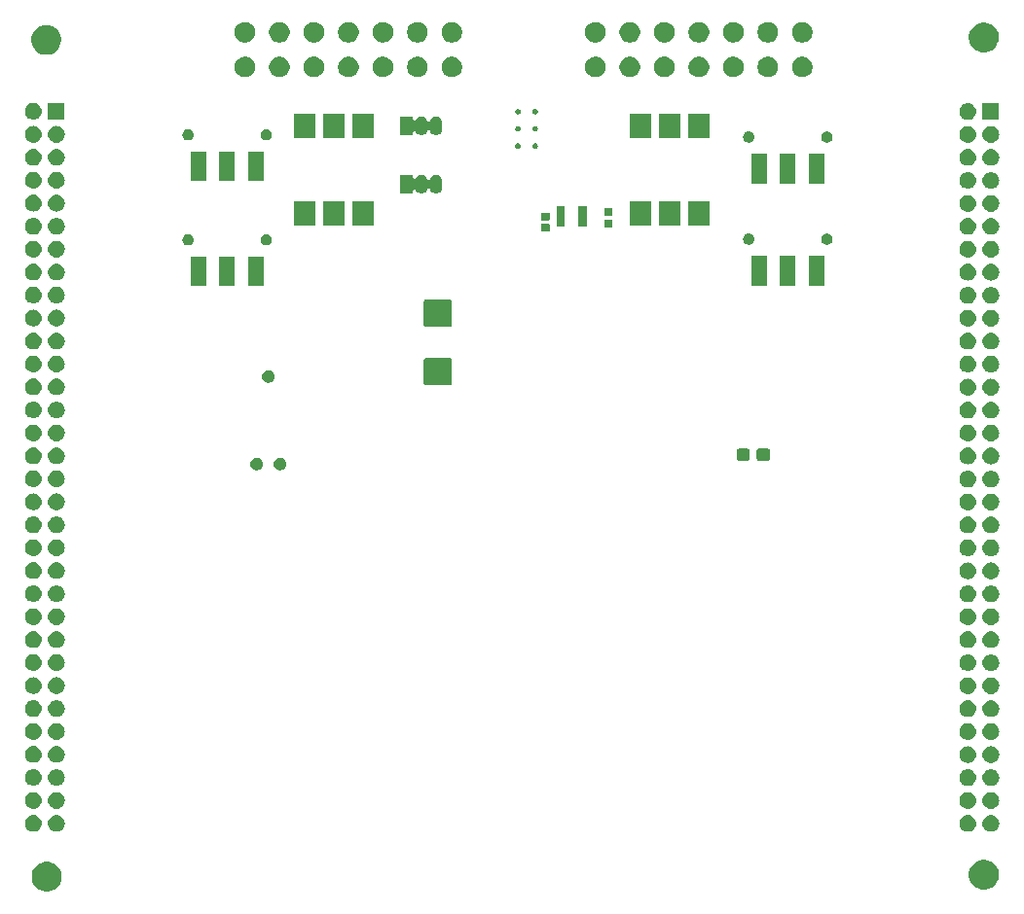
<source format=gbr>
G04 #@! TF.GenerationSoftware,KiCad,Pcbnew,(5.0.2)-1*
G04 #@! TF.CreationDate,2019-03-25T23:56:42-07:00*
G04 #@! TF.ProjectId,SwitcheroModule,53776974-6368-4657-926f-4d6f64756c65,rev?*
G04 #@! TF.SameCoordinates,Original*
G04 #@! TF.FileFunction,Soldermask,Bot*
G04 #@! TF.FilePolarity,Negative*
%FSLAX46Y46*%
G04 Gerber Fmt 4.6, Leading zero omitted, Abs format (unit mm)*
G04 Created by KiCad (PCBNEW (5.0.2)-1) date 3/25/2019 11:56:42 PM*
%MOMM*%
%LPD*%
G01*
G04 APERTURE LIST*
%ADD10C,0.100000*%
G04 APERTURE END LIST*
D10*
G36*
X169721285Y-93338596D02*
X169721287Y-93338597D01*
X169721288Y-93338597D01*
X169882678Y-93405447D01*
X169958055Y-93436669D01*
X170171142Y-93579049D01*
X170352351Y-93760258D01*
X170494731Y-93973345D01*
X170592804Y-94210115D01*
X170642800Y-94461461D01*
X170642800Y-94717739D01*
X170592804Y-94969085D01*
X170494731Y-95205855D01*
X170352351Y-95418942D01*
X170171142Y-95600151D01*
X170171139Y-95600153D01*
X169958055Y-95742531D01*
X169721288Y-95840603D01*
X169721287Y-95840603D01*
X169721285Y-95840604D01*
X169469939Y-95890600D01*
X169213661Y-95890600D01*
X168962315Y-95840604D01*
X168962313Y-95840603D01*
X168962312Y-95840603D01*
X168725545Y-95742531D01*
X168512461Y-95600153D01*
X168512458Y-95600151D01*
X168331249Y-95418942D01*
X168188869Y-95205855D01*
X168090796Y-94969085D01*
X168040800Y-94717739D01*
X168040800Y-94461461D01*
X168090796Y-94210115D01*
X168188869Y-93973345D01*
X168331249Y-93760258D01*
X168512458Y-93579049D01*
X168725545Y-93436669D01*
X168800922Y-93405447D01*
X168962312Y-93338597D01*
X168962313Y-93338597D01*
X168962315Y-93338596D01*
X169213661Y-93288600D01*
X169469939Y-93288600D01*
X169721285Y-93338596D01*
X169721285Y-93338596D01*
G37*
G36*
X251244485Y-93164996D02*
X251244487Y-93164997D01*
X251244488Y-93164997D01*
X251481255Y-93263069D01*
X251694342Y-93405449D01*
X251875551Y-93586658D01*
X252017931Y-93799745D01*
X252116004Y-94036515D01*
X252166000Y-94287861D01*
X252166000Y-94544139D01*
X252116004Y-94795485D01*
X252017931Y-95032255D01*
X251875551Y-95245342D01*
X251694342Y-95426551D01*
X251694339Y-95426553D01*
X251481255Y-95568931D01*
X251244488Y-95667003D01*
X251244487Y-95667003D01*
X251244485Y-95667004D01*
X250993139Y-95717000D01*
X250736861Y-95717000D01*
X250485515Y-95667004D01*
X250485513Y-95667003D01*
X250485512Y-95667003D01*
X250248745Y-95568931D01*
X250035661Y-95426553D01*
X250035658Y-95426551D01*
X249854449Y-95245342D01*
X249712069Y-95032255D01*
X249613996Y-94795485D01*
X249564000Y-94544139D01*
X249564000Y-94287861D01*
X249613996Y-94036515D01*
X249712069Y-93799745D01*
X249854449Y-93586658D01*
X250035658Y-93405449D01*
X250248745Y-93263069D01*
X250485512Y-93164997D01*
X250485513Y-93164997D01*
X250485515Y-93164996D01*
X250736861Y-93115000D01*
X250993139Y-93115000D01*
X251244485Y-93164996D01*
X251244485Y-93164996D01*
G37*
G36*
X249516991Y-89228801D02*
X249602321Y-89237205D01*
X249739172Y-89278719D01*
X249739174Y-89278720D01*
X249739177Y-89278721D01*
X249865296Y-89346132D01*
X249975843Y-89436857D01*
X250066568Y-89547404D01*
X250133979Y-89673523D01*
X250133980Y-89673526D01*
X250133981Y-89673528D01*
X250175495Y-89810379D01*
X250189512Y-89952700D01*
X250175495Y-90095021D01*
X250137832Y-90219177D01*
X250133979Y-90231877D01*
X250066568Y-90357996D01*
X249975843Y-90468543D01*
X249865296Y-90559268D01*
X249739177Y-90626679D01*
X249739174Y-90626680D01*
X249739172Y-90626681D01*
X249602321Y-90668195D01*
X249516991Y-90676599D01*
X249495660Y-90678700D01*
X249424340Y-90678700D01*
X249403009Y-90676599D01*
X249317679Y-90668195D01*
X249180828Y-90626681D01*
X249180826Y-90626680D01*
X249180823Y-90626679D01*
X249054704Y-90559268D01*
X248944157Y-90468543D01*
X248853432Y-90357996D01*
X248786021Y-90231877D01*
X248782168Y-90219177D01*
X248744505Y-90095021D01*
X248730488Y-89952700D01*
X248744505Y-89810379D01*
X248786019Y-89673528D01*
X248786020Y-89673526D01*
X248786021Y-89673523D01*
X248853432Y-89547404D01*
X248944157Y-89436857D01*
X249054704Y-89346132D01*
X249180823Y-89278721D01*
X249180826Y-89278720D01*
X249180828Y-89278719D01*
X249317679Y-89237205D01*
X249403009Y-89228801D01*
X249424340Y-89226700D01*
X249495660Y-89226700D01*
X249516991Y-89228801D01*
X249516991Y-89228801D01*
G37*
G36*
X251516991Y-89228801D02*
X251602321Y-89237205D01*
X251739172Y-89278719D01*
X251739174Y-89278720D01*
X251739177Y-89278721D01*
X251865296Y-89346132D01*
X251975843Y-89436857D01*
X252066568Y-89547404D01*
X252133979Y-89673523D01*
X252133980Y-89673526D01*
X252133981Y-89673528D01*
X252175495Y-89810379D01*
X252189512Y-89952700D01*
X252175495Y-90095021D01*
X252137832Y-90219177D01*
X252133979Y-90231877D01*
X252066568Y-90357996D01*
X251975843Y-90468543D01*
X251865296Y-90559268D01*
X251739177Y-90626679D01*
X251739174Y-90626680D01*
X251739172Y-90626681D01*
X251602321Y-90668195D01*
X251516991Y-90676599D01*
X251495660Y-90678700D01*
X251424340Y-90678700D01*
X251403009Y-90676599D01*
X251317679Y-90668195D01*
X251180828Y-90626681D01*
X251180826Y-90626680D01*
X251180823Y-90626679D01*
X251054704Y-90559268D01*
X250944157Y-90468543D01*
X250853432Y-90357996D01*
X250786021Y-90231877D01*
X250782168Y-90219177D01*
X250744505Y-90095021D01*
X250730488Y-89952700D01*
X250744505Y-89810379D01*
X250786019Y-89673528D01*
X250786020Y-89673526D01*
X250786021Y-89673523D01*
X250853432Y-89547404D01*
X250944157Y-89436857D01*
X251054704Y-89346132D01*
X251180823Y-89278721D01*
X251180826Y-89278720D01*
X251180828Y-89278719D01*
X251317679Y-89237205D01*
X251403009Y-89228801D01*
X251424340Y-89226700D01*
X251495660Y-89226700D01*
X251516991Y-89228801D01*
X251516991Y-89228801D01*
G37*
G36*
X170236991Y-89216101D02*
X170322321Y-89224505D01*
X170459172Y-89266019D01*
X170459174Y-89266020D01*
X170459177Y-89266021D01*
X170585296Y-89333432D01*
X170695843Y-89424157D01*
X170786568Y-89534704D01*
X170853979Y-89660823D01*
X170853980Y-89660826D01*
X170853981Y-89660828D01*
X170895495Y-89797679D01*
X170909512Y-89940000D01*
X170895495Y-90082321D01*
X170853981Y-90219172D01*
X170853979Y-90219177D01*
X170786568Y-90345296D01*
X170695843Y-90455843D01*
X170585296Y-90546568D01*
X170459177Y-90613979D01*
X170459174Y-90613980D01*
X170459172Y-90613981D01*
X170322321Y-90655495D01*
X170236991Y-90663899D01*
X170215660Y-90666000D01*
X170144340Y-90666000D01*
X170123009Y-90663899D01*
X170037679Y-90655495D01*
X169900828Y-90613981D01*
X169900826Y-90613980D01*
X169900823Y-90613979D01*
X169774704Y-90546568D01*
X169664157Y-90455843D01*
X169573432Y-90345296D01*
X169506021Y-90219177D01*
X169506019Y-90219172D01*
X169464505Y-90082321D01*
X169450488Y-89940000D01*
X169464505Y-89797679D01*
X169506019Y-89660828D01*
X169506020Y-89660826D01*
X169506021Y-89660823D01*
X169573432Y-89534704D01*
X169664157Y-89424157D01*
X169774704Y-89333432D01*
X169900823Y-89266021D01*
X169900826Y-89266020D01*
X169900828Y-89266019D01*
X170037679Y-89224505D01*
X170123009Y-89216101D01*
X170144340Y-89214000D01*
X170215660Y-89214000D01*
X170236991Y-89216101D01*
X170236991Y-89216101D01*
G37*
G36*
X168236991Y-89216101D02*
X168322321Y-89224505D01*
X168459172Y-89266019D01*
X168459174Y-89266020D01*
X168459177Y-89266021D01*
X168585296Y-89333432D01*
X168695843Y-89424157D01*
X168786568Y-89534704D01*
X168853979Y-89660823D01*
X168853980Y-89660826D01*
X168853981Y-89660828D01*
X168895495Y-89797679D01*
X168909512Y-89940000D01*
X168895495Y-90082321D01*
X168853981Y-90219172D01*
X168853979Y-90219177D01*
X168786568Y-90345296D01*
X168695843Y-90455843D01*
X168585296Y-90546568D01*
X168459177Y-90613979D01*
X168459174Y-90613980D01*
X168459172Y-90613981D01*
X168322321Y-90655495D01*
X168236991Y-90663899D01*
X168215660Y-90666000D01*
X168144340Y-90666000D01*
X168123009Y-90663899D01*
X168037679Y-90655495D01*
X167900828Y-90613981D01*
X167900826Y-90613980D01*
X167900823Y-90613979D01*
X167774704Y-90546568D01*
X167664157Y-90455843D01*
X167573432Y-90345296D01*
X167506021Y-90219177D01*
X167506019Y-90219172D01*
X167464505Y-90082321D01*
X167450488Y-89940000D01*
X167464505Y-89797679D01*
X167506019Y-89660828D01*
X167506020Y-89660826D01*
X167506021Y-89660823D01*
X167573432Y-89534704D01*
X167664157Y-89424157D01*
X167774704Y-89333432D01*
X167900823Y-89266021D01*
X167900826Y-89266020D01*
X167900828Y-89266019D01*
X168037679Y-89224505D01*
X168123009Y-89216101D01*
X168144340Y-89214000D01*
X168215660Y-89214000D01*
X168236991Y-89216101D01*
X168236991Y-89216101D01*
G37*
G36*
X249516991Y-87228801D02*
X249602321Y-87237205D01*
X249739172Y-87278719D01*
X249739174Y-87278720D01*
X249739177Y-87278721D01*
X249865296Y-87346132D01*
X249975843Y-87436857D01*
X250066568Y-87547404D01*
X250133979Y-87673523D01*
X250133980Y-87673526D01*
X250133981Y-87673528D01*
X250175495Y-87810379D01*
X250189512Y-87952700D01*
X250175495Y-88095021D01*
X250137832Y-88219177D01*
X250133979Y-88231877D01*
X250066568Y-88357996D01*
X249975843Y-88468543D01*
X249865296Y-88559268D01*
X249739177Y-88626679D01*
X249739174Y-88626680D01*
X249739172Y-88626681D01*
X249602321Y-88668195D01*
X249516991Y-88676599D01*
X249495660Y-88678700D01*
X249424340Y-88678700D01*
X249403009Y-88676599D01*
X249317679Y-88668195D01*
X249180828Y-88626681D01*
X249180826Y-88626680D01*
X249180823Y-88626679D01*
X249054704Y-88559268D01*
X248944157Y-88468543D01*
X248853432Y-88357996D01*
X248786021Y-88231877D01*
X248782168Y-88219177D01*
X248744505Y-88095021D01*
X248730488Y-87952700D01*
X248744505Y-87810379D01*
X248786019Y-87673528D01*
X248786020Y-87673526D01*
X248786021Y-87673523D01*
X248853432Y-87547404D01*
X248944157Y-87436857D01*
X249054704Y-87346132D01*
X249180823Y-87278721D01*
X249180826Y-87278720D01*
X249180828Y-87278719D01*
X249317679Y-87237205D01*
X249403009Y-87228801D01*
X249424340Y-87226700D01*
X249495660Y-87226700D01*
X249516991Y-87228801D01*
X249516991Y-87228801D01*
G37*
G36*
X251516991Y-87228801D02*
X251602321Y-87237205D01*
X251739172Y-87278719D01*
X251739174Y-87278720D01*
X251739177Y-87278721D01*
X251865296Y-87346132D01*
X251975843Y-87436857D01*
X252066568Y-87547404D01*
X252133979Y-87673523D01*
X252133980Y-87673526D01*
X252133981Y-87673528D01*
X252175495Y-87810379D01*
X252189512Y-87952700D01*
X252175495Y-88095021D01*
X252137832Y-88219177D01*
X252133979Y-88231877D01*
X252066568Y-88357996D01*
X251975843Y-88468543D01*
X251865296Y-88559268D01*
X251739177Y-88626679D01*
X251739174Y-88626680D01*
X251739172Y-88626681D01*
X251602321Y-88668195D01*
X251516991Y-88676599D01*
X251495660Y-88678700D01*
X251424340Y-88678700D01*
X251403009Y-88676599D01*
X251317679Y-88668195D01*
X251180828Y-88626681D01*
X251180826Y-88626680D01*
X251180823Y-88626679D01*
X251054704Y-88559268D01*
X250944157Y-88468543D01*
X250853432Y-88357996D01*
X250786021Y-88231877D01*
X250782168Y-88219177D01*
X250744505Y-88095021D01*
X250730488Y-87952700D01*
X250744505Y-87810379D01*
X250786019Y-87673528D01*
X250786020Y-87673526D01*
X250786021Y-87673523D01*
X250853432Y-87547404D01*
X250944157Y-87436857D01*
X251054704Y-87346132D01*
X251180823Y-87278721D01*
X251180826Y-87278720D01*
X251180828Y-87278719D01*
X251317679Y-87237205D01*
X251403009Y-87228801D01*
X251424340Y-87226700D01*
X251495660Y-87226700D01*
X251516991Y-87228801D01*
X251516991Y-87228801D01*
G37*
G36*
X168236991Y-87216101D02*
X168322321Y-87224505D01*
X168459172Y-87266019D01*
X168459174Y-87266020D01*
X168459177Y-87266021D01*
X168585296Y-87333432D01*
X168695843Y-87424157D01*
X168786568Y-87534704D01*
X168853979Y-87660823D01*
X168853980Y-87660826D01*
X168853981Y-87660828D01*
X168895495Y-87797679D01*
X168909512Y-87940000D01*
X168895495Y-88082321D01*
X168853981Y-88219172D01*
X168853979Y-88219177D01*
X168786568Y-88345296D01*
X168695843Y-88455843D01*
X168585296Y-88546568D01*
X168459177Y-88613979D01*
X168459174Y-88613980D01*
X168459172Y-88613981D01*
X168322321Y-88655495D01*
X168236991Y-88663899D01*
X168215660Y-88666000D01*
X168144340Y-88666000D01*
X168123009Y-88663899D01*
X168037679Y-88655495D01*
X167900828Y-88613981D01*
X167900826Y-88613980D01*
X167900823Y-88613979D01*
X167774704Y-88546568D01*
X167664157Y-88455843D01*
X167573432Y-88345296D01*
X167506021Y-88219177D01*
X167506019Y-88219172D01*
X167464505Y-88082321D01*
X167450488Y-87940000D01*
X167464505Y-87797679D01*
X167506019Y-87660828D01*
X167506020Y-87660826D01*
X167506021Y-87660823D01*
X167573432Y-87534704D01*
X167664157Y-87424157D01*
X167774704Y-87333432D01*
X167900823Y-87266021D01*
X167900826Y-87266020D01*
X167900828Y-87266019D01*
X168037679Y-87224505D01*
X168123009Y-87216101D01*
X168144340Y-87214000D01*
X168215660Y-87214000D01*
X168236991Y-87216101D01*
X168236991Y-87216101D01*
G37*
G36*
X170236991Y-87216101D02*
X170322321Y-87224505D01*
X170459172Y-87266019D01*
X170459174Y-87266020D01*
X170459177Y-87266021D01*
X170585296Y-87333432D01*
X170695843Y-87424157D01*
X170786568Y-87534704D01*
X170853979Y-87660823D01*
X170853980Y-87660826D01*
X170853981Y-87660828D01*
X170895495Y-87797679D01*
X170909512Y-87940000D01*
X170895495Y-88082321D01*
X170853981Y-88219172D01*
X170853979Y-88219177D01*
X170786568Y-88345296D01*
X170695843Y-88455843D01*
X170585296Y-88546568D01*
X170459177Y-88613979D01*
X170459174Y-88613980D01*
X170459172Y-88613981D01*
X170322321Y-88655495D01*
X170236991Y-88663899D01*
X170215660Y-88666000D01*
X170144340Y-88666000D01*
X170123009Y-88663899D01*
X170037679Y-88655495D01*
X169900828Y-88613981D01*
X169900826Y-88613980D01*
X169900823Y-88613979D01*
X169774704Y-88546568D01*
X169664157Y-88455843D01*
X169573432Y-88345296D01*
X169506021Y-88219177D01*
X169506019Y-88219172D01*
X169464505Y-88082321D01*
X169450488Y-87940000D01*
X169464505Y-87797679D01*
X169506019Y-87660828D01*
X169506020Y-87660826D01*
X169506021Y-87660823D01*
X169573432Y-87534704D01*
X169664157Y-87424157D01*
X169774704Y-87333432D01*
X169900823Y-87266021D01*
X169900826Y-87266020D01*
X169900828Y-87266019D01*
X170037679Y-87224505D01*
X170123009Y-87216101D01*
X170144340Y-87214000D01*
X170215660Y-87214000D01*
X170236991Y-87216101D01*
X170236991Y-87216101D01*
G37*
G36*
X249516991Y-85228801D02*
X249602321Y-85237205D01*
X249739172Y-85278719D01*
X249739174Y-85278720D01*
X249739177Y-85278721D01*
X249865296Y-85346132D01*
X249975843Y-85436857D01*
X250066568Y-85547404D01*
X250133979Y-85673523D01*
X250133980Y-85673526D01*
X250133981Y-85673528D01*
X250175495Y-85810379D01*
X250189512Y-85952700D01*
X250175495Y-86095021D01*
X250137832Y-86219177D01*
X250133979Y-86231877D01*
X250066568Y-86357996D01*
X249975843Y-86468543D01*
X249865296Y-86559268D01*
X249739177Y-86626679D01*
X249739174Y-86626680D01*
X249739172Y-86626681D01*
X249602321Y-86668195D01*
X249516991Y-86676599D01*
X249495660Y-86678700D01*
X249424340Y-86678700D01*
X249403009Y-86676599D01*
X249317679Y-86668195D01*
X249180828Y-86626681D01*
X249180826Y-86626680D01*
X249180823Y-86626679D01*
X249054704Y-86559268D01*
X248944157Y-86468543D01*
X248853432Y-86357996D01*
X248786021Y-86231877D01*
X248782168Y-86219177D01*
X248744505Y-86095021D01*
X248730488Y-85952700D01*
X248744505Y-85810379D01*
X248786019Y-85673528D01*
X248786020Y-85673526D01*
X248786021Y-85673523D01*
X248853432Y-85547404D01*
X248944157Y-85436857D01*
X249054704Y-85346132D01*
X249180823Y-85278721D01*
X249180826Y-85278720D01*
X249180828Y-85278719D01*
X249317679Y-85237205D01*
X249403009Y-85228801D01*
X249424340Y-85226700D01*
X249495660Y-85226700D01*
X249516991Y-85228801D01*
X249516991Y-85228801D01*
G37*
G36*
X251516991Y-85228801D02*
X251602321Y-85237205D01*
X251739172Y-85278719D01*
X251739174Y-85278720D01*
X251739177Y-85278721D01*
X251865296Y-85346132D01*
X251975843Y-85436857D01*
X252066568Y-85547404D01*
X252133979Y-85673523D01*
X252133980Y-85673526D01*
X252133981Y-85673528D01*
X252175495Y-85810379D01*
X252189512Y-85952700D01*
X252175495Y-86095021D01*
X252137832Y-86219177D01*
X252133979Y-86231877D01*
X252066568Y-86357996D01*
X251975843Y-86468543D01*
X251865296Y-86559268D01*
X251739177Y-86626679D01*
X251739174Y-86626680D01*
X251739172Y-86626681D01*
X251602321Y-86668195D01*
X251516991Y-86676599D01*
X251495660Y-86678700D01*
X251424340Y-86678700D01*
X251403009Y-86676599D01*
X251317679Y-86668195D01*
X251180828Y-86626681D01*
X251180826Y-86626680D01*
X251180823Y-86626679D01*
X251054704Y-86559268D01*
X250944157Y-86468543D01*
X250853432Y-86357996D01*
X250786021Y-86231877D01*
X250782168Y-86219177D01*
X250744505Y-86095021D01*
X250730488Y-85952700D01*
X250744505Y-85810379D01*
X250786019Y-85673528D01*
X250786020Y-85673526D01*
X250786021Y-85673523D01*
X250853432Y-85547404D01*
X250944157Y-85436857D01*
X251054704Y-85346132D01*
X251180823Y-85278721D01*
X251180826Y-85278720D01*
X251180828Y-85278719D01*
X251317679Y-85237205D01*
X251403009Y-85228801D01*
X251424340Y-85226700D01*
X251495660Y-85226700D01*
X251516991Y-85228801D01*
X251516991Y-85228801D01*
G37*
G36*
X170236991Y-85216101D02*
X170322321Y-85224505D01*
X170459172Y-85266019D01*
X170459174Y-85266020D01*
X170459177Y-85266021D01*
X170585296Y-85333432D01*
X170695843Y-85424157D01*
X170786568Y-85534704D01*
X170853979Y-85660823D01*
X170853980Y-85660826D01*
X170853981Y-85660828D01*
X170895495Y-85797679D01*
X170909512Y-85940000D01*
X170895495Y-86082321D01*
X170853981Y-86219172D01*
X170853979Y-86219177D01*
X170786568Y-86345296D01*
X170695843Y-86455843D01*
X170585296Y-86546568D01*
X170459177Y-86613979D01*
X170459174Y-86613980D01*
X170459172Y-86613981D01*
X170322321Y-86655495D01*
X170236991Y-86663899D01*
X170215660Y-86666000D01*
X170144340Y-86666000D01*
X170123009Y-86663899D01*
X170037679Y-86655495D01*
X169900828Y-86613981D01*
X169900826Y-86613980D01*
X169900823Y-86613979D01*
X169774704Y-86546568D01*
X169664157Y-86455843D01*
X169573432Y-86345296D01*
X169506021Y-86219177D01*
X169506019Y-86219172D01*
X169464505Y-86082321D01*
X169450488Y-85940000D01*
X169464505Y-85797679D01*
X169506019Y-85660828D01*
X169506020Y-85660826D01*
X169506021Y-85660823D01*
X169573432Y-85534704D01*
X169664157Y-85424157D01*
X169774704Y-85333432D01*
X169900823Y-85266021D01*
X169900826Y-85266020D01*
X169900828Y-85266019D01*
X170037679Y-85224505D01*
X170123009Y-85216101D01*
X170144340Y-85214000D01*
X170215660Y-85214000D01*
X170236991Y-85216101D01*
X170236991Y-85216101D01*
G37*
G36*
X168236991Y-85216101D02*
X168322321Y-85224505D01*
X168459172Y-85266019D01*
X168459174Y-85266020D01*
X168459177Y-85266021D01*
X168585296Y-85333432D01*
X168695843Y-85424157D01*
X168786568Y-85534704D01*
X168853979Y-85660823D01*
X168853980Y-85660826D01*
X168853981Y-85660828D01*
X168895495Y-85797679D01*
X168909512Y-85940000D01*
X168895495Y-86082321D01*
X168853981Y-86219172D01*
X168853979Y-86219177D01*
X168786568Y-86345296D01*
X168695843Y-86455843D01*
X168585296Y-86546568D01*
X168459177Y-86613979D01*
X168459174Y-86613980D01*
X168459172Y-86613981D01*
X168322321Y-86655495D01*
X168236991Y-86663899D01*
X168215660Y-86666000D01*
X168144340Y-86666000D01*
X168123009Y-86663899D01*
X168037679Y-86655495D01*
X167900828Y-86613981D01*
X167900826Y-86613980D01*
X167900823Y-86613979D01*
X167774704Y-86546568D01*
X167664157Y-86455843D01*
X167573432Y-86345296D01*
X167506021Y-86219177D01*
X167506019Y-86219172D01*
X167464505Y-86082321D01*
X167450488Y-85940000D01*
X167464505Y-85797679D01*
X167506019Y-85660828D01*
X167506020Y-85660826D01*
X167506021Y-85660823D01*
X167573432Y-85534704D01*
X167664157Y-85424157D01*
X167774704Y-85333432D01*
X167900823Y-85266021D01*
X167900826Y-85266020D01*
X167900828Y-85266019D01*
X168037679Y-85224505D01*
X168123009Y-85216101D01*
X168144340Y-85214000D01*
X168215660Y-85214000D01*
X168236991Y-85216101D01*
X168236991Y-85216101D01*
G37*
G36*
X249516991Y-83228801D02*
X249602321Y-83237205D01*
X249739172Y-83278719D01*
X249739174Y-83278720D01*
X249739177Y-83278721D01*
X249865296Y-83346132D01*
X249975843Y-83436857D01*
X250066568Y-83547404D01*
X250133979Y-83673523D01*
X250133980Y-83673526D01*
X250133981Y-83673528D01*
X250175495Y-83810379D01*
X250189512Y-83952700D01*
X250175495Y-84095021D01*
X250137832Y-84219177D01*
X250133979Y-84231877D01*
X250066568Y-84357996D01*
X249975843Y-84468543D01*
X249865296Y-84559268D01*
X249739177Y-84626679D01*
X249739174Y-84626680D01*
X249739172Y-84626681D01*
X249602321Y-84668195D01*
X249516991Y-84676599D01*
X249495660Y-84678700D01*
X249424340Y-84678700D01*
X249403009Y-84676599D01*
X249317679Y-84668195D01*
X249180828Y-84626681D01*
X249180826Y-84626680D01*
X249180823Y-84626679D01*
X249054704Y-84559268D01*
X248944157Y-84468543D01*
X248853432Y-84357996D01*
X248786021Y-84231877D01*
X248782168Y-84219177D01*
X248744505Y-84095021D01*
X248730488Y-83952700D01*
X248744505Y-83810379D01*
X248786019Y-83673528D01*
X248786020Y-83673526D01*
X248786021Y-83673523D01*
X248853432Y-83547404D01*
X248944157Y-83436857D01*
X249054704Y-83346132D01*
X249180823Y-83278721D01*
X249180826Y-83278720D01*
X249180828Y-83278719D01*
X249317679Y-83237205D01*
X249403009Y-83228801D01*
X249424340Y-83226700D01*
X249495660Y-83226700D01*
X249516991Y-83228801D01*
X249516991Y-83228801D01*
G37*
G36*
X251516991Y-83228801D02*
X251602321Y-83237205D01*
X251739172Y-83278719D01*
X251739174Y-83278720D01*
X251739177Y-83278721D01*
X251865296Y-83346132D01*
X251975843Y-83436857D01*
X252066568Y-83547404D01*
X252133979Y-83673523D01*
X252133980Y-83673526D01*
X252133981Y-83673528D01*
X252175495Y-83810379D01*
X252189512Y-83952700D01*
X252175495Y-84095021D01*
X252137832Y-84219177D01*
X252133979Y-84231877D01*
X252066568Y-84357996D01*
X251975843Y-84468543D01*
X251865296Y-84559268D01*
X251739177Y-84626679D01*
X251739174Y-84626680D01*
X251739172Y-84626681D01*
X251602321Y-84668195D01*
X251516991Y-84676599D01*
X251495660Y-84678700D01*
X251424340Y-84678700D01*
X251403009Y-84676599D01*
X251317679Y-84668195D01*
X251180828Y-84626681D01*
X251180826Y-84626680D01*
X251180823Y-84626679D01*
X251054704Y-84559268D01*
X250944157Y-84468543D01*
X250853432Y-84357996D01*
X250786021Y-84231877D01*
X250782168Y-84219177D01*
X250744505Y-84095021D01*
X250730488Y-83952700D01*
X250744505Y-83810379D01*
X250786019Y-83673528D01*
X250786020Y-83673526D01*
X250786021Y-83673523D01*
X250853432Y-83547404D01*
X250944157Y-83436857D01*
X251054704Y-83346132D01*
X251180823Y-83278721D01*
X251180826Y-83278720D01*
X251180828Y-83278719D01*
X251317679Y-83237205D01*
X251403009Y-83228801D01*
X251424340Y-83226700D01*
X251495660Y-83226700D01*
X251516991Y-83228801D01*
X251516991Y-83228801D01*
G37*
G36*
X168236991Y-83216101D02*
X168322321Y-83224505D01*
X168459172Y-83266019D01*
X168459174Y-83266020D01*
X168459177Y-83266021D01*
X168585296Y-83333432D01*
X168695843Y-83424157D01*
X168786568Y-83534704D01*
X168853979Y-83660823D01*
X168853980Y-83660826D01*
X168853981Y-83660828D01*
X168895495Y-83797679D01*
X168909512Y-83940000D01*
X168895495Y-84082321D01*
X168853981Y-84219172D01*
X168853979Y-84219177D01*
X168786568Y-84345296D01*
X168695843Y-84455843D01*
X168585296Y-84546568D01*
X168459177Y-84613979D01*
X168459174Y-84613980D01*
X168459172Y-84613981D01*
X168322321Y-84655495D01*
X168236991Y-84663899D01*
X168215660Y-84666000D01*
X168144340Y-84666000D01*
X168123009Y-84663899D01*
X168037679Y-84655495D01*
X167900828Y-84613981D01*
X167900826Y-84613980D01*
X167900823Y-84613979D01*
X167774704Y-84546568D01*
X167664157Y-84455843D01*
X167573432Y-84345296D01*
X167506021Y-84219177D01*
X167506019Y-84219172D01*
X167464505Y-84082321D01*
X167450488Y-83940000D01*
X167464505Y-83797679D01*
X167506019Y-83660828D01*
X167506020Y-83660826D01*
X167506021Y-83660823D01*
X167573432Y-83534704D01*
X167664157Y-83424157D01*
X167774704Y-83333432D01*
X167900823Y-83266021D01*
X167900826Y-83266020D01*
X167900828Y-83266019D01*
X168037679Y-83224505D01*
X168123009Y-83216101D01*
X168144340Y-83214000D01*
X168215660Y-83214000D01*
X168236991Y-83216101D01*
X168236991Y-83216101D01*
G37*
G36*
X170236991Y-83216101D02*
X170322321Y-83224505D01*
X170459172Y-83266019D01*
X170459174Y-83266020D01*
X170459177Y-83266021D01*
X170585296Y-83333432D01*
X170695843Y-83424157D01*
X170786568Y-83534704D01*
X170853979Y-83660823D01*
X170853980Y-83660826D01*
X170853981Y-83660828D01*
X170895495Y-83797679D01*
X170909512Y-83940000D01*
X170895495Y-84082321D01*
X170853981Y-84219172D01*
X170853979Y-84219177D01*
X170786568Y-84345296D01*
X170695843Y-84455843D01*
X170585296Y-84546568D01*
X170459177Y-84613979D01*
X170459174Y-84613980D01*
X170459172Y-84613981D01*
X170322321Y-84655495D01*
X170236991Y-84663899D01*
X170215660Y-84666000D01*
X170144340Y-84666000D01*
X170123009Y-84663899D01*
X170037679Y-84655495D01*
X169900828Y-84613981D01*
X169900826Y-84613980D01*
X169900823Y-84613979D01*
X169774704Y-84546568D01*
X169664157Y-84455843D01*
X169573432Y-84345296D01*
X169506021Y-84219177D01*
X169506019Y-84219172D01*
X169464505Y-84082321D01*
X169450488Y-83940000D01*
X169464505Y-83797679D01*
X169506019Y-83660828D01*
X169506020Y-83660826D01*
X169506021Y-83660823D01*
X169573432Y-83534704D01*
X169664157Y-83424157D01*
X169774704Y-83333432D01*
X169900823Y-83266021D01*
X169900826Y-83266020D01*
X169900828Y-83266019D01*
X170037679Y-83224505D01*
X170123009Y-83216101D01*
X170144340Y-83214000D01*
X170215660Y-83214000D01*
X170236991Y-83216101D01*
X170236991Y-83216101D01*
G37*
G36*
X251516991Y-81228801D02*
X251602321Y-81237205D01*
X251739172Y-81278719D01*
X251739174Y-81278720D01*
X251739177Y-81278721D01*
X251865296Y-81346132D01*
X251975843Y-81436857D01*
X252066568Y-81547404D01*
X252133979Y-81673523D01*
X252133980Y-81673526D01*
X252133981Y-81673528D01*
X252175495Y-81810379D01*
X252189512Y-81952700D01*
X252175495Y-82095021D01*
X252137832Y-82219177D01*
X252133979Y-82231877D01*
X252066568Y-82357996D01*
X251975843Y-82468543D01*
X251865296Y-82559268D01*
X251739177Y-82626679D01*
X251739174Y-82626680D01*
X251739172Y-82626681D01*
X251602321Y-82668195D01*
X251516991Y-82676599D01*
X251495660Y-82678700D01*
X251424340Y-82678700D01*
X251403009Y-82676599D01*
X251317679Y-82668195D01*
X251180828Y-82626681D01*
X251180826Y-82626680D01*
X251180823Y-82626679D01*
X251054704Y-82559268D01*
X250944157Y-82468543D01*
X250853432Y-82357996D01*
X250786021Y-82231877D01*
X250782168Y-82219177D01*
X250744505Y-82095021D01*
X250730488Y-81952700D01*
X250744505Y-81810379D01*
X250786019Y-81673528D01*
X250786020Y-81673526D01*
X250786021Y-81673523D01*
X250853432Y-81547404D01*
X250944157Y-81436857D01*
X251054704Y-81346132D01*
X251180823Y-81278721D01*
X251180826Y-81278720D01*
X251180828Y-81278719D01*
X251317679Y-81237205D01*
X251403009Y-81228801D01*
X251424340Y-81226700D01*
X251495660Y-81226700D01*
X251516991Y-81228801D01*
X251516991Y-81228801D01*
G37*
G36*
X249516991Y-81228801D02*
X249602321Y-81237205D01*
X249739172Y-81278719D01*
X249739174Y-81278720D01*
X249739177Y-81278721D01*
X249865296Y-81346132D01*
X249975843Y-81436857D01*
X250066568Y-81547404D01*
X250133979Y-81673523D01*
X250133980Y-81673526D01*
X250133981Y-81673528D01*
X250175495Y-81810379D01*
X250189512Y-81952700D01*
X250175495Y-82095021D01*
X250137832Y-82219177D01*
X250133979Y-82231877D01*
X250066568Y-82357996D01*
X249975843Y-82468543D01*
X249865296Y-82559268D01*
X249739177Y-82626679D01*
X249739174Y-82626680D01*
X249739172Y-82626681D01*
X249602321Y-82668195D01*
X249516991Y-82676599D01*
X249495660Y-82678700D01*
X249424340Y-82678700D01*
X249403009Y-82676599D01*
X249317679Y-82668195D01*
X249180828Y-82626681D01*
X249180826Y-82626680D01*
X249180823Y-82626679D01*
X249054704Y-82559268D01*
X248944157Y-82468543D01*
X248853432Y-82357996D01*
X248786021Y-82231877D01*
X248782168Y-82219177D01*
X248744505Y-82095021D01*
X248730488Y-81952700D01*
X248744505Y-81810379D01*
X248786019Y-81673528D01*
X248786020Y-81673526D01*
X248786021Y-81673523D01*
X248853432Y-81547404D01*
X248944157Y-81436857D01*
X249054704Y-81346132D01*
X249180823Y-81278721D01*
X249180826Y-81278720D01*
X249180828Y-81278719D01*
X249317679Y-81237205D01*
X249403009Y-81228801D01*
X249424340Y-81226700D01*
X249495660Y-81226700D01*
X249516991Y-81228801D01*
X249516991Y-81228801D01*
G37*
G36*
X168236991Y-81216101D02*
X168322321Y-81224505D01*
X168459172Y-81266019D01*
X168459174Y-81266020D01*
X168459177Y-81266021D01*
X168585296Y-81333432D01*
X168695843Y-81424157D01*
X168786568Y-81534704D01*
X168853979Y-81660823D01*
X168853980Y-81660826D01*
X168853981Y-81660828D01*
X168895495Y-81797679D01*
X168909512Y-81940000D01*
X168895495Y-82082321D01*
X168853981Y-82219172D01*
X168853979Y-82219177D01*
X168786568Y-82345296D01*
X168695843Y-82455843D01*
X168585296Y-82546568D01*
X168459177Y-82613979D01*
X168459174Y-82613980D01*
X168459172Y-82613981D01*
X168322321Y-82655495D01*
X168236991Y-82663899D01*
X168215660Y-82666000D01*
X168144340Y-82666000D01*
X168123009Y-82663899D01*
X168037679Y-82655495D01*
X167900828Y-82613981D01*
X167900826Y-82613980D01*
X167900823Y-82613979D01*
X167774704Y-82546568D01*
X167664157Y-82455843D01*
X167573432Y-82345296D01*
X167506021Y-82219177D01*
X167506019Y-82219172D01*
X167464505Y-82082321D01*
X167450488Y-81940000D01*
X167464505Y-81797679D01*
X167506019Y-81660828D01*
X167506020Y-81660826D01*
X167506021Y-81660823D01*
X167573432Y-81534704D01*
X167664157Y-81424157D01*
X167774704Y-81333432D01*
X167900823Y-81266021D01*
X167900826Y-81266020D01*
X167900828Y-81266019D01*
X168037679Y-81224505D01*
X168123009Y-81216101D01*
X168144340Y-81214000D01*
X168215660Y-81214000D01*
X168236991Y-81216101D01*
X168236991Y-81216101D01*
G37*
G36*
X170236991Y-81216101D02*
X170322321Y-81224505D01*
X170459172Y-81266019D01*
X170459174Y-81266020D01*
X170459177Y-81266021D01*
X170585296Y-81333432D01*
X170695843Y-81424157D01*
X170786568Y-81534704D01*
X170853979Y-81660823D01*
X170853980Y-81660826D01*
X170853981Y-81660828D01*
X170895495Y-81797679D01*
X170909512Y-81940000D01*
X170895495Y-82082321D01*
X170853981Y-82219172D01*
X170853979Y-82219177D01*
X170786568Y-82345296D01*
X170695843Y-82455843D01*
X170585296Y-82546568D01*
X170459177Y-82613979D01*
X170459174Y-82613980D01*
X170459172Y-82613981D01*
X170322321Y-82655495D01*
X170236991Y-82663899D01*
X170215660Y-82666000D01*
X170144340Y-82666000D01*
X170123009Y-82663899D01*
X170037679Y-82655495D01*
X169900828Y-82613981D01*
X169900826Y-82613980D01*
X169900823Y-82613979D01*
X169774704Y-82546568D01*
X169664157Y-82455843D01*
X169573432Y-82345296D01*
X169506021Y-82219177D01*
X169506019Y-82219172D01*
X169464505Y-82082321D01*
X169450488Y-81940000D01*
X169464505Y-81797679D01*
X169506019Y-81660828D01*
X169506020Y-81660826D01*
X169506021Y-81660823D01*
X169573432Y-81534704D01*
X169664157Y-81424157D01*
X169774704Y-81333432D01*
X169900823Y-81266021D01*
X169900826Y-81266020D01*
X169900828Y-81266019D01*
X170037679Y-81224505D01*
X170123009Y-81216101D01*
X170144340Y-81214000D01*
X170215660Y-81214000D01*
X170236991Y-81216101D01*
X170236991Y-81216101D01*
G37*
G36*
X251516991Y-79228801D02*
X251602321Y-79237205D01*
X251739172Y-79278719D01*
X251739174Y-79278720D01*
X251739177Y-79278721D01*
X251865296Y-79346132D01*
X251975843Y-79436857D01*
X252066568Y-79547404D01*
X252133979Y-79673523D01*
X252133980Y-79673526D01*
X252133981Y-79673528D01*
X252175495Y-79810379D01*
X252189512Y-79952700D01*
X252175495Y-80095021D01*
X252137832Y-80219177D01*
X252133979Y-80231877D01*
X252066568Y-80357996D01*
X251975843Y-80468543D01*
X251865296Y-80559268D01*
X251739177Y-80626679D01*
X251739174Y-80626680D01*
X251739172Y-80626681D01*
X251602321Y-80668195D01*
X251516991Y-80676599D01*
X251495660Y-80678700D01*
X251424340Y-80678700D01*
X251403009Y-80676599D01*
X251317679Y-80668195D01*
X251180828Y-80626681D01*
X251180826Y-80626680D01*
X251180823Y-80626679D01*
X251054704Y-80559268D01*
X250944157Y-80468543D01*
X250853432Y-80357996D01*
X250786021Y-80231877D01*
X250782168Y-80219177D01*
X250744505Y-80095021D01*
X250730488Y-79952700D01*
X250744505Y-79810379D01*
X250786019Y-79673528D01*
X250786020Y-79673526D01*
X250786021Y-79673523D01*
X250853432Y-79547404D01*
X250944157Y-79436857D01*
X251054704Y-79346132D01*
X251180823Y-79278721D01*
X251180826Y-79278720D01*
X251180828Y-79278719D01*
X251317679Y-79237205D01*
X251403009Y-79228801D01*
X251424340Y-79226700D01*
X251495660Y-79226700D01*
X251516991Y-79228801D01*
X251516991Y-79228801D01*
G37*
G36*
X249516991Y-79228801D02*
X249602321Y-79237205D01*
X249739172Y-79278719D01*
X249739174Y-79278720D01*
X249739177Y-79278721D01*
X249865296Y-79346132D01*
X249975843Y-79436857D01*
X250066568Y-79547404D01*
X250133979Y-79673523D01*
X250133980Y-79673526D01*
X250133981Y-79673528D01*
X250175495Y-79810379D01*
X250189512Y-79952700D01*
X250175495Y-80095021D01*
X250137832Y-80219177D01*
X250133979Y-80231877D01*
X250066568Y-80357996D01*
X249975843Y-80468543D01*
X249865296Y-80559268D01*
X249739177Y-80626679D01*
X249739174Y-80626680D01*
X249739172Y-80626681D01*
X249602321Y-80668195D01*
X249516991Y-80676599D01*
X249495660Y-80678700D01*
X249424340Y-80678700D01*
X249403009Y-80676599D01*
X249317679Y-80668195D01*
X249180828Y-80626681D01*
X249180826Y-80626680D01*
X249180823Y-80626679D01*
X249054704Y-80559268D01*
X248944157Y-80468543D01*
X248853432Y-80357996D01*
X248786021Y-80231877D01*
X248782168Y-80219177D01*
X248744505Y-80095021D01*
X248730488Y-79952700D01*
X248744505Y-79810379D01*
X248786019Y-79673528D01*
X248786020Y-79673526D01*
X248786021Y-79673523D01*
X248853432Y-79547404D01*
X248944157Y-79436857D01*
X249054704Y-79346132D01*
X249180823Y-79278721D01*
X249180826Y-79278720D01*
X249180828Y-79278719D01*
X249317679Y-79237205D01*
X249403009Y-79228801D01*
X249424340Y-79226700D01*
X249495660Y-79226700D01*
X249516991Y-79228801D01*
X249516991Y-79228801D01*
G37*
G36*
X170236991Y-79216101D02*
X170322321Y-79224505D01*
X170459172Y-79266019D01*
X170459174Y-79266020D01*
X170459177Y-79266021D01*
X170585296Y-79333432D01*
X170695843Y-79424157D01*
X170786568Y-79534704D01*
X170853979Y-79660823D01*
X170853980Y-79660826D01*
X170853981Y-79660828D01*
X170895495Y-79797679D01*
X170909512Y-79940000D01*
X170895495Y-80082321D01*
X170853981Y-80219172D01*
X170853979Y-80219177D01*
X170786568Y-80345296D01*
X170695843Y-80455843D01*
X170585296Y-80546568D01*
X170459177Y-80613979D01*
X170459174Y-80613980D01*
X170459172Y-80613981D01*
X170322321Y-80655495D01*
X170236991Y-80663899D01*
X170215660Y-80666000D01*
X170144340Y-80666000D01*
X170123009Y-80663899D01*
X170037679Y-80655495D01*
X169900828Y-80613981D01*
X169900826Y-80613980D01*
X169900823Y-80613979D01*
X169774704Y-80546568D01*
X169664157Y-80455843D01*
X169573432Y-80345296D01*
X169506021Y-80219177D01*
X169506019Y-80219172D01*
X169464505Y-80082321D01*
X169450488Y-79940000D01*
X169464505Y-79797679D01*
X169506019Y-79660828D01*
X169506020Y-79660826D01*
X169506021Y-79660823D01*
X169573432Y-79534704D01*
X169664157Y-79424157D01*
X169774704Y-79333432D01*
X169900823Y-79266021D01*
X169900826Y-79266020D01*
X169900828Y-79266019D01*
X170037679Y-79224505D01*
X170123009Y-79216101D01*
X170144340Y-79214000D01*
X170215660Y-79214000D01*
X170236991Y-79216101D01*
X170236991Y-79216101D01*
G37*
G36*
X168236991Y-79216101D02*
X168322321Y-79224505D01*
X168459172Y-79266019D01*
X168459174Y-79266020D01*
X168459177Y-79266021D01*
X168585296Y-79333432D01*
X168695843Y-79424157D01*
X168786568Y-79534704D01*
X168853979Y-79660823D01*
X168853980Y-79660826D01*
X168853981Y-79660828D01*
X168895495Y-79797679D01*
X168909512Y-79940000D01*
X168895495Y-80082321D01*
X168853981Y-80219172D01*
X168853979Y-80219177D01*
X168786568Y-80345296D01*
X168695843Y-80455843D01*
X168585296Y-80546568D01*
X168459177Y-80613979D01*
X168459174Y-80613980D01*
X168459172Y-80613981D01*
X168322321Y-80655495D01*
X168236991Y-80663899D01*
X168215660Y-80666000D01*
X168144340Y-80666000D01*
X168123009Y-80663899D01*
X168037679Y-80655495D01*
X167900828Y-80613981D01*
X167900826Y-80613980D01*
X167900823Y-80613979D01*
X167774704Y-80546568D01*
X167664157Y-80455843D01*
X167573432Y-80345296D01*
X167506021Y-80219177D01*
X167506019Y-80219172D01*
X167464505Y-80082321D01*
X167450488Y-79940000D01*
X167464505Y-79797679D01*
X167506019Y-79660828D01*
X167506020Y-79660826D01*
X167506021Y-79660823D01*
X167573432Y-79534704D01*
X167664157Y-79424157D01*
X167774704Y-79333432D01*
X167900823Y-79266021D01*
X167900826Y-79266020D01*
X167900828Y-79266019D01*
X168037679Y-79224505D01*
X168123009Y-79216101D01*
X168144340Y-79214000D01*
X168215660Y-79214000D01*
X168236991Y-79216101D01*
X168236991Y-79216101D01*
G37*
G36*
X251516991Y-77228801D02*
X251602321Y-77237205D01*
X251739172Y-77278719D01*
X251739174Y-77278720D01*
X251739177Y-77278721D01*
X251865296Y-77346132D01*
X251975843Y-77436857D01*
X252066568Y-77547404D01*
X252133979Y-77673523D01*
X252133980Y-77673526D01*
X252133981Y-77673528D01*
X252175495Y-77810379D01*
X252189512Y-77952700D01*
X252175495Y-78095021D01*
X252137832Y-78219177D01*
X252133979Y-78231877D01*
X252066568Y-78357996D01*
X251975843Y-78468543D01*
X251865296Y-78559268D01*
X251739177Y-78626679D01*
X251739174Y-78626680D01*
X251739172Y-78626681D01*
X251602321Y-78668195D01*
X251516991Y-78676599D01*
X251495660Y-78678700D01*
X251424340Y-78678700D01*
X251403009Y-78676599D01*
X251317679Y-78668195D01*
X251180828Y-78626681D01*
X251180826Y-78626680D01*
X251180823Y-78626679D01*
X251054704Y-78559268D01*
X250944157Y-78468543D01*
X250853432Y-78357996D01*
X250786021Y-78231877D01*
X250782168Y-78219177D01*
X250744505Y-78095021D01*
X250730488Y-77952700D01*
X250744505Y-77810379D01*
X250786019Y-77673528D01*
X250786020Y-77673526D01*
X250786021Y-77673523D01*
X250853432Y-77547404D01*
X250944157Y-77436857D01*
X251054704Y-77346132D01*
X251180823Y-77278721D01*
X251180826Y-77278720D01*
X251180828Y-77278719D01*
X251317679Y-77237205D01*
X251403009Y-77228801D01*
X251424340Y-77226700D01*
X251495660Y-77226700D01*
X251516991Y-77228801D01*
X251516991Y-77228801D01*
G37*
G36*
X249516991Y-77228801D02*
X249602321Y-77237205D01*
X249739172Y-77278719D01*
X249739174Y-77278720D01*
X249739177Y-77278721D01*
X249865296Y-77346132D01*
X249975843Y-77436857D01*
X250066568Y-77547404D01*
X250133979Y-77673523D01*
X250133980Y-77673526D01*
X250133981Y-77673528D01*
X250175495Y-77810379D01*
X250189512Y-77952700D01*
X250175495Y-78095021D01*
X250137832Y-78219177D01*
X250133979Y-78231877D01*
X250066568Y-78357996D01*
X249975843Y-78468543D01*
X249865296Y-78559268D01*
X249739177Y-78626679D01*
X249739174Y-78626680D01*
X249739172Y-78626681D01*
X249602321Y-78668195D01*
X249516991Y-78676599D01*
X249495660Y-78678700D01*
X249424340Y-78678700D01*
X249403009Y-78676599D01*
X249317679Y-78668195D01*
X249180828Y-78626681D01*
X249180826Y-78626680D01*
X249180823Y-78626679D01*
X249054704Y-78559268D01*
X248944157Y-78468543D01*
X248853432Y-78357996D01*
X248786021Y-78231877D01*
X248782168Y-78219177D01*
X248744505Y-78095021D01*
X248730488Y-77952700D01*
X248744505Y-77810379D01*
X248786019Y-77673528D01*
X248786020Y-77673526D01*
X248786021Y-77673523D01*
X248853432Y-77547404D01*
X248944157Y-77436857D01*
X249054704Y-77346132D01*
X249180823Y-77278721D01*
X249180826Y-77278720D01*
X249180828Y-77278719D01*
X249317679Y-77237205D01*
X249403009Y-77228801D01*
X249424340Y-77226700D01*
X249495660Y-77226700D01*
X249516991Y-77228801D01*
X249516991Y-77228801D01*
G37*
G36*
X168236991Y-77216101D02*
X168322321Y-77224505D01*
X168459172Y-77266019D01*
X168459174Y-77266020D01*
X168459177Y-77266021D01*
X168585296Y-77333432D01*
X168695843Y-77424157D01*
X168786568Y-77534704D01*
X168853979Y-77660823D01*
X168853980Y-77660826D01*
X168853981Y-77660828D01*
X168895495Y-77797679D01*
X168909512Y-77940000D01*
X168895495Y-78082321D01*
X168853981Y-78219172D01*
X168853979Y-78219177D01*
X168786568Y-78345296D01*
X168695843Y-78455843D01*
X168585296Y-78546568D01*
X168459177Y-78613979D01*
X168459174Y-78613980D01*
X168459172Y-78613981D01*
X168322321Y-78655495D01*
X168236991Y-78663899D01*
X168215660Y-78666000D01*
X168144340Y-78666000D01*
X168123009Y-78663899D01*
X168037679Y-78655495D01*
X167900828Y-78613981D01*
X167900826Y-78613980D01*
X167900823Y-78613979D01*
X167774704Y-78546568D01*
X167664157Y-78455843D01*
X167573432Y-78345296D01*
X167506021Y-78219177D01*
X167506019Y-78219172D01*
X167464505Y-78082321D01*
X167450488Y-77940000D01*
X167464505Y-77797679D01*
X167506019Y-77660828D01*
X167506020Y-77660826D01*
X167506021Y-77660823D01*
X167573432Y-77534704D01*
X167664157Y-77424157D01*
X167774704Y-77333432D01*
X167900823Y-77266021D01*
X167900826Y-77266020D01*
X167900828Y-77266019D01*
X168037679Y-77224505D01*
X168123009Y-77216101D01*
X168144340Y-77214000D01*
X168215660Y-77214000D01*
X168236991Y-77216101D01*
X168236991Y-77216101D01*
G37*
G36*
X170236991Y-77216101D02*
X170322321Y-77224505D01*
X170459172Y-77266019D01*
X170459174Y-77266020D01*
X170459177Y-77266021D01*
X170585296Y-77333432D01*
X170695843Y-77424157D01*
X170786568Y-77534704D01*
X170853979Y-77660823D01*
X170853980Y-77660826D01*
X170853981Y-77660828D01*
X170895495Y-77797679D01*
X170909512Y-77940000D01*
X170895495Y-78082321D01*
X170853981Y-78219172D01*
X170853979Y-78219177D01*
X170786568Y-78345296D01*
X170695843Y-78455843D01*
X170585296Y-78546568D01*
X170459177Y-78613979D01*
X170459174Y-78613980D01*
X170459172Y-78613981D01*
X170322321Y-78655495D01*
X170236991Y-78663899D01*
X170215660Y-78666000D01*
X170144340Y-78666000D01*
X170123009Y-78663899D01*
X170037679Y-78655495D01*
X169900828Y-78613981D01*
X169900826Y-78613980D01*
X169900823Y-78613979D01*
X169774704Y-78546568D01*
X169664157Y-78455843D01*
X169573432Y-78345296D01*
X169506021Y-78219177D01*
X169506019Y-78219172D01*
X169464505Y-78082321D01*
X169450488Y-77940000D01*
X169464505Y-77797679D01*
X169506019Y-77660828D01*
X169506020Y-77660826D01*
X169506021Y-77660823D01*
X169573432Y-77534704D01*
X169664157Y-77424157D01*
X169774704Y-77333432D01*
X169900823Y-77266021D01*
X169900826Y-77266020D01*
X169900828Y-77266019D01*
X170037679Y-77224505D01*
X170123009Y-77216101D01*
X170144340Y-77214000D01*
X170215660Y-77214000D01*
X170236991Y-77216101D01*
X170236991Y-77216101D01*
G37*
G36*
X251516991Y-75228801D02*
X251602321Y-75237205D01*
X251739172Y-75278719D01*
X251739174Y-75278720D01*
X251739177Y-75278721D01*
X251865296Y-75346132D01*
X251975843Y-75436857D01*
X252066568Y-75547404D01*
X252133979Y-75673523D01*
X252133980Y-75673526D01*
X252133981Y-75673528D01*
X252175495Y-75810379D01*
X252189512Y-75952700D01*
X252175495Y-76095021D01*
X252137832Y-76219177D01*
X252133979Y-76231877D01*
X252066568Y-76357996D01*
X251975843Y-76468543D01*
X251865296Y-76559268D01*
X251739177Y-76626679D01*
X251739174Y-76626680D01*
X251739172Y-76626681D01*
X251602321Y-76668195D01*
X251516991Y-76676599D01*
X251495660Y-76678700D01*
X251424340Y-76678700D01*
X251403009Y-76676599D01*
X251317679Y-76668195D01*
X251180828Y-76626681D01*
X251180826Y-76626680D01*
X251180823Y-76626679D01*
X251054704Y-76559268D01*
X250944157Y-76468543D01*
X250853432Y-76357996D01*
X250786021Y-76231877D01*
X250782168Y-76219177D01*
X250744505Y-76095021D01*
X250730488Y-75952700D01*
X250744505Y-75810379D01*
X250786019Y-75673528D01*
X250786020Y-75673526D01*
X250786021Y-75673523D01*
X250853432Y-75547404D01*
X250944157Y-75436857D01*
X251054704Y-75346132D01*
X251180823Y-75278721D01*
X251180826Y-75278720D01*
X251180828Y-75278719D01*
X251317679Y-75237205D01*
X251403009Y-75228801D01*
X251424340Y-75226700D01*
X251495660Y-75226700D01*
X251516991Y-75228801D01*
X251516991Y-75228801D01*
G37*
G36*
X249516991Y-75228801D02*
X249602321Y-75237205D01*
X249739172Y-75278719D01*
X249739174Y-75278720D01*
X249739177Y-75278721D01*
X249865296Y-75346132D01*
X249975843Y-75436857D01*
X250066568Y-75547404D01*
X250133979Y-75673523D01*
X250133980Y-75673526D01*
X250133981Y-75673528D01*
X250175495Y-75810379D01*
X250189512Y-75952700D01*
X250175495Y-76095021D01*
X250137832Y-76219177D01*
X250133979Y-76231877D01*
X250066568Y-76357996D01*
X249975843Y-76468543D01*
X249865296Y-76559268D01*
X249739177Y-76626679D01*
X249739174Y-76626680D01*
X249739172Y-76626681D01*
X249602321Y-76668195D01*
X249516991Y-76676599D01*
X249495660Y-76678700D01*
X249424340Y-76678700D01*
X249403009Y-76676599D01*
X249317679Y-76668195D01*
X249180828Y-76626681D01*
X249180826Y-76626680D01*
X249180823Y-76626679D01*
X249054704Y-76559268D01*
X248944157Y-76468543D01*
X248853432Y-76357996D01*
X248786021Y-76231877D01*
X248782168Y-76219177D01*
X248744505Y-76095021D01*
X248730488Y-75952700D01*
X248744505Y-75810379D01*
X248786019Y-75673528D01*
X248786020Y-75673526D01*
X248786021Y-75673523D01*
X248853432Y-75547404D01*
X248944157Y-75436857D01*
X249054704Y-75346132D01*
X249180823Y-75278721D01*
X249180826Y-75278720D01*
X249180828Y-75278719D01*
X249317679Y-75237205D01*
X249403009Y-75228801D01*
X249424340Y-75226700D01*
X249495660Y-75226700D01*
X249516991Y-75228801D01*
X249516991Y-75228801D01*
G37*
G36*
X170236991Y-75216101D02*
X170322321Y-75224505D01*
X170459172Y-75266019D01*
X170459174Y-75266020D01*
X170459177Y-75266021D01*
X170585296Y-75333432D01*
X170695843Y-75424157D01*
X170786568Y-75534704D01*
X170853979Y-75660823D01*
X170853980Y-75660826D01*
X170853981Y-75660828D01*
X170895495Y-75797679D01*
X170909512Y-75940000D01*
X170895495Y-76082321D01*
X170853981Y-76219172D01*
X170853979Y-76219177D01*
X170786568Y-76345296D01*
X170695843Y-76455843D01*
X170585296Y-76546568D01*
X170459177Y-76613979D01*
X170459174Y-76613980D01*
X170459172Y-76613981D01*
X170322321Y-76655495D01*
X170236991Y-76663899D01*
X170215660Y-76666000D01*
X170144340Y-76666000D01*
X170123009Y-76663899D01*
X170037679Y-76655495D01*
X169900828Y-76613981D01*
X169900826Y-76613980D01*
X169900823Y-76613979D01*
X169774704Y-76546568D01*
X169664157Y-76455843D01*
X169573432Y-76345296D01*
X169506021Y-76219177D01*
X169506019Y-76219172D01*
X169464505Y-76082321D01*
X169450488Y-75940000D01*
X169464505Y-75797679D01*
X169506019Y-75660828D01*
X169506020Y-75660826D01*
X169506021Y-75660823D01*
X169573432Y-75534704D01*
X169664157Y-75424157D01*
X169774704Y-75333432D01*
X169900823Y-75266021D01*
X169900826Y-75266020D01*
X169900828Y-75266019D01*
X170037679Y-75224505D01*
X170123009Y-75216101D01*
X170144340Y-75214000D01*
X170215660Y-75214000D01*
X170236991Y-75216101D01*
X170236991Y-75216101D01*
G37*
G36*
X168236991Y-75216101D02*
X168322321Y-75224505D01*
X168459172Y-75266019D01*
X168459174Y-75266020D01*
X168459177Y-75266021D01*
X168585296Y-75333432D01*
X168695843Y-75424157D01*
X168786568Y-75534704D01*
X168853979Y-75660823D01*
X168853980Y-75660826D01*
X168853981Y-75660828D01*
X168895495Y-75797679D01*
X168909512Y-75940000D01*
X168895495Y-76082321D01*
X168853981Y-76219172D01*
X168853979Y-76219177D01*
X168786568Y-76345296D01*
X168695843Y-76455843D01*
X168585296Y-76546568D01*
X168459177Y-76613979D01*
X168459174Y-76613980D01*
X168459172Y-76613981D01*
X168322321Y-76655495D01*
X168236991Y-76663899D01*
X168215660Y-76666000D01*
X168144340Y-76666000D01*
X168123009Y-76663899D01*
X168037679Y-76655495D01*
X167900828Y-76613981D01*
X167900826Y-76613980D01*
X167900823Y-76613979D01*
X167774704Y-76546568D01*
X167664157Y-76455843D01*
X167573432Y-76345296D01*
X167506021Y-76219177D01*
X167506019Y-76219172D01*
X167464505Y-76082321D01*
X167450488Y-75940000D01*
X167464505Y-75797679D01*
X167506019Y-75660828D01*
X167506020Y-75660826D01*
X167506021Y-75660823D01*
X167573432Y-75534704D01*
X167664157Y-75424157D01*
X167774704Y-75333432D01*
X167900823Y-75266021D01*
X167900826Y-75266020D01*
X167900828Y-75266019D01*
X168037679Y-75224505D01*
X168123009Y-75216101D01*
X168144340Y-75214000D01*
X168215660Y-75214000D01*
X168236991Y-75216101D01*
X168236991Y-75216101D01*
G37*
G36*
X249516991Y-73228801D02*
X249602321Y-73237205D01*
X249739172Y-73278719D01*
X249739174Y-73278720D01*
X249739177Y-73278721D01*
X249865296Y-73346132D01*
X249975843Y-73436857D01*
X250066568Y-73547404D01*
X250133979Y-73673523D01*
X250133980Y-73673526D01*
X250133981Y-73673528D01*
X250175495Y-73810379D01*
X250189512Y-73952700D01*
X250175495Y-74095021D01*
X250137832Y-74219177D01*
X250133979Y-74231877D01*
X250066568Y-74357996D01*
X249975843Y-74468543D01*
X249865296Y-74559268D01*
X249739177Y-74626679D01*
X249739174Y-74626680D01*
X249739172Y-74626681D01*
X249602321Y-74668195D01*
X249516991Y-74676599D01*
X249495660Y-74678700D01*
X249424340Y-74678700D01*
X249403009Y-74676599D01*
X249317679Y-74668195D01*
X249180828Y-74626681D01*
X249180826Y-74626680D01*
X249180823Y-74626679D01*
X249054704Y-74559268D01*
X248944157Y-74468543D01*
X248853432Y-74357996D01*
X248786021Y-74231877D01*
X248782168Y-74219177D01*
X248744505Y-74095021D01*
X248730488Y-73952700D01*
X248744505Y-73810379D01*
X248786019Y-73673528D01*
X248786020Y-73673526D01*
X248786021Y-73673523D01*
X248853432Y-73547404D01*
X248944157Y-73436857D01*
X249054704Y-73346132D01*
X249180823Y-73278721D01*
X249180826Y-73278720D01*
X249180828Y-73278719D01*
X249317679Y-73237205D01*
X249403009Y-73228801D01*
X249424340Y-73226700D01*
X249495660Y-73226700D01*
X249516991Y-73228801D01*
X249516991Y-73228801D01*
G37*
G36*
X251516991Y-73228801D02*
X251602321Y-73237205D01*
X251739172Y-73278719D01*
X251739174Y-73278720D01*
X251739177Y-73278721D01*
X251865296Y-73346132D01*
X251975843Y-73436857D01*
X252066568Y-73547404D01*
X252133979Y-73673523D01*
X252133980Y-73673526D01*
X252133981Y-73673528D01*
X252175495Y-73810379D01*
X252189512Y-73952700D01*
X252175495Y-74095021D01*
X252137832Y-74219177D01*
X252133979Y-74231877D01*
X252066568Y-74357996D01*
X251975843Y-74468543D01*
X251865296Y-74559268D01*
X251739177Y-74626679D01*
X251739174Y-74626680D01*
X251739172Y-74626681D01*
X251602321Y-74668195D01*
X251516991Y-74676599D01*
X251495660Y-74678700D01*
X251424340Y-74678700D01*
X251403009Y-74676599D01*
X251317679Y-74668195D01*
X251180828Y-74626681D01*
X251180826Y-74626680D01*
X251180823Y-74626679D01*
X251054704Y-74559268D01*
X250944157Y-74468543D01*
X250853432Y-74357996D01*
X250786021Y-74231877D01*
X250782168Y-74219177D01*
X250744505Y-74095021D01*
X250730488Y-73952700D01*
X250744505Y-73810379D01*
X250786019Y-73673528D01*
X250786020Y-73673526D01*
X250786021Y-73673523D01*
X250853432Y-73547404D01*
X250944157Y-73436857D01*
X251054704Y-73346132D01*
X251180823Y-73278721D01*
X251180826Y-73278720D01*
X251180828Y-73278719D01*
X251317679Y-73237205D01*
X251403009Y-73228801D01*
X251424340Y-73226700D01*
X251495660Y-73226700D01*
X251516991Y-73228801D01*
X251516991Y-73228801D01*
G37*
G36*
X170236991Y-73216101D02*
X170322321Y-73224505D01*
X170459172Y-73266019D01*
X170459174Y-73266020D01*
X170459177Y-73266021D01*
X170585296Y-73333432D01*
X170695843Y-73424157D01*
X170786568Y-73534704D01*
X170853979Y-73660823D01*
X170853980Y-73660826D01*
X170853981Y-73660828D01*
X170895495Y-73797679D01*
X170909512Y-73940000D01*
X170895495Y-74082321D01*
X170853981Y-74219172D01*
X170853979Y-74219177D01*
X170786568Y-74345296D01*
X170695843Y-74455843D01*
X170585296Y-74546568D01*
X170459177Y-74613979D01*
X170459174Y-74613980D01*
X170459172Y-74613981D01*
X170322321Y-74655495D01*
X170236991Y-74663899D01*
X170215660Y-74666000D01*
X170144340Y-74666000D01*
X170123009Y-74663899D01*
X170037679Y-74655495D01*
X169900828Y-74613981D01*
X169900826Y-74613980D01*
X169900823Y-74613979D01*
X169774704Y-74546568D01*
X169664157Y-74455843D01*
X169573432Y-74345296D01*
X169506021Y-74219177D01*
X169506019Y-74219172D01*
X169464505Y-74082321D01*
X169450488Y-73940000D01*
X169464505Y-73797679D01*
X169506019Y-73660828D01*
X169506020Y-73660826D01*
X169506021Y-73660823D01*
X169573432Y-73534704D01*
X169664157Y-73424157D01*
X169774704Y-73333432D01*
X169900823Y-73266021D01*
X169900826Y-73266020D01*
X169900828Y-73266019D01*
X170037679Y-73224505D01*
X170123009Y-73216101D01*
X170144340Y-73214000D01*
X170215660Y-73214000D01*
X170236991Y-73216101D01*
X170236991Y-73216101D01*
G37*
G36*
X168236991Y-73216101D02*
X168322321Y-73224505D01*
X168459172Y-73266019D01*
X168459174Y-73266020D01*
X168459177Y-73266021D01*
X168585296Y-73333432D01*
X168695843Y-73424157D01*
X168786568Y-73534704D01*
X168853979Y-73660823D01*
X168853980Y-73660826D01*
X168853981Y-73660828D01*
X168895495Y-73797679D01*
X168909512Y-73940000D01*
X168895495Y-74082321D01*
X168853981Y-74219172D01*
X168853979Y-74219177D01*
X168786568Y-74345296D01*
X168695843Y-74455843D01*
X168585296Y-74546568D01*
X168459177Y-74613979D01*
X168459174Y-74613980D01*
X168459172Y-74613981D01*
X168322321Y-74655495D01*
X168236991Y-74663899D01*
X168215660Y-74666000D01*
X168144340Y-74666000D01*
X168123009Y-74663899D01*
X168037679Y-74655495D01*
X167900828Y-74613981D01*
X167900826Y-74613980D01*
X167900823Y-74613979D01*
X167774704Y-74546568D01*
X167664157Y-74455843D01*
X167573432Y-74345296D01*
X167506021Y-74219177D01*
X167506019Y-74219172D01*
X167464505Y-74082321D01*
X167450488Y-73940000D01*
X167464505Y-73797679D01*
X167506019Y-73660828D01*
X167506020Y-73660826D01*
X167506021Y-73660823D01*
X167573432Y-73534704D01*
X167664157Y-73424157D01*
X167774704Y-73333432D01*
X167900823Y-73266021D01*
X167900826Y-73266020D01*
X167900828Y-73266019D01*
X168037679Y-73224505D01*
X168123009Y-73216101D01*
X168144340Y-73214000D01*
X168215660Y-73214000D01*
X168236991Y-73216101D01*
X168236991Y-73216101D01*
G37*
G36*
X251516991Y-71228801D02*
X251602321Y-71237205D01*
X251739172Y-71278719D01*
X251739174Y-71278720D01*
X251739177Y-71278721D01*
X251865296Y-71346132D01*
X251975843Y-71436857D01*
X252066568Y-71547404D01*
X252133979Y-71673523D01*
X252133980Y-71673526D01*
X252133981Y-71673528D01*
X252175495Y-71810379D01*
X252189512Y-71952700D01*
X252175495Y-72095021D01*
X252137832Y-72219177D01*
X252133979Y-72231877D01*
X252066568Y-72357996D01*
X251975843Y-72468543D01*
X251865296Y-72559268D01*
X251739177Y-72626679D01*
X251739174Y-72626680D01*
X251739172Y-72626681D01*
X251602321Y-72668195D01*
X251516991Y-72676599D01*
X251495660Y-72678700D01*
X251424340Y-72678700D01*
X251403009Y-72676599D01*
X251317679Y-72668195D01*
X251180828Y-72626681D01*
X251180826Y-72626680D01*
X251180823Y-72626679D01*
X251054704Y-72559268D01*
X250944157Y-72468543D01*
X250853432Y-72357996D01*
X250786021Y-72231877D01*
X250782168Y-72219177D01*
X250744505Y-72095021D01*
X250730488Y-71952700D01*
X250744505Y-71810379D01*
X250786019Y-71673528D01*
X250786020Y-71673526D01*
X250786021Y-71673523D01*
X250853432Y-71547404D01*
X250944157Y-71436857D01*
X251054704Y-71346132D01*
X251180823Y-71278721D01*
X251180826Y-71278720D01*
X251180828Y-71278719D01*
X251317679Y-71237205D01*
X251403009Y-71228801D01*
X251424340Y-71226700D01*
X251495660Y-71226700D01*
X251516991Y-71228801D01*
X251516991Y-71228801D01*
G37*
G36*
X249516991Y-71228801D02*
X249602321Y-71237205D01*
X249739172Y-71278719D01*
X249739174Y-71278720D01*
X249739177Y-71278721D01*
X249865296Y-71346132D01*
X249975843Y-71436857D01*
X250066568Y-71547404D01*
X250133979Y-71673523D01*
X250133980Y-71673526D01*
X250133981Y-71673528D01*
X250175495Y-71810379D01*
X250189512Y-71952700D01*
X250175495Y-72095021D01*
X250137832Y-72219177D01*
X250133979Y-72231877D01*
X250066568Y-72357996D01*
X249975843Y-72468543D01*
X249865296Y-72559268D01*
X249739177Y-72626679D01*
X249739174Y-72626680D01*
X249739172Y-72626681D01*
X249602321Y-72668195D01*
X249516991Y-72676599D01*
X249495660Y-72678700D01*
X249424340Y-72678700D01*
X249403009Y-72676599D01*
X249317679Y-72668195D01*
X249180828Y-72626681D01*
X249180826Y-72626680D01*
X249180823Y-72626679D01*
X249054704Y-72559268D01*
X248944157Y-72468543D01*
X248853432Y-72357996D01*
X248786021Y-72231877D01*
X248782168Y-72219177D01*
X248744505Y-72095021D01*
X248730488Y-71952700D01*
X248744505Y-71810379D01*
X248786019Y-71673528D01*
X248786020Y-71673526D01*
X248786021Y-71673523D01*
X248853432Y-71547404D01*
X248944157Y-71436857D01*
X249054704Y-71346132D01*
X249180823Y-71278721D01*
X249180826Y-71278720D01*
X249180828Y-71278719D01*
X249317679Y-71237205D01*
X249403009Y-71228801D01*
X249424340Y-71226700D01*
X249495660Y-71226700D01*
X249516991Y-71228801D01*
X249516991Y-71228801D01*
G37*
G36*
X170236991Y-71216101D02*
X170322321Y-71224505D01*
X170459172Y-71266019D01*
X170459174Y-71266020D01*
X170459177Y-71266021D01*
X170585296Y-71333432D01*
X170695843Y-71424157D01*
X170786568Y-71534704D01*
X170853979Y-71660823D01*
X170853980Y-71660826D01*
X170853981Y-71660828D01*
X170895495Y-71797679D01*
X170909512Y-71940000D01*
X170895495Y-72082321D01*
X170853981Y-72219172D01*
X170853979Y-72219177D01*
X170786568Y-72345296D01*
X170695843Y-72455843D01*
X170585296Y-72546568D01*
X170459177Y-72613979D01*
X170459174Y-72613980D01*
X170459172Y-72613981D01*
X170322321Y-72655495D01*
X170236991Y-72663899D01*
X170215660Y-72666000D01*
X170144340Y-72666000D01*
X170123009Y-72663899D01*
X170037679Y-72655495D01*
X169900828Y-72613981D01*
X169900826Y-72613980D01*
X169900823Y-72613979D01*
X169774704Y-72546568D01*
X169664157Y-72455843D01*
X169573432Y-72345296D01*
X169506021Y-72219177D01*
X169506019Y-72219172D01*
X169464505Y-72082321D01*
X169450488Y-71940000D01*
X169464505Y-71797679D01*
X169506019Y-71660828D01*
X169506020Y-71660826D01*
X169506021Y-71660823D01*
X169573432Y-71534704D01*
X169664157Y-71424157D01*
X169774704Y-71333432D01*
X169900823Y-71266021D01*
X169900826Y-71266020D01*
X169900828Y-71266019D01*
X170037679Y-71224505D01*
X170123009Y-71216101D01*
X170144340Y-71214000D01*
X170215660Y-71214000D01*
X170236991Y-71216101D01*
X170236991Y-71216101D01*
G37*
G36*
X168236991Y-71216101D02*
X168322321Y-71224505D01*
X168459172Y-71266019D01*
X168459174Y-71266020D01*
X168459177Y-71266021D01*
X168585296Y-71333432D01*
X168695843Y-71424157D01*
X168786568Y-71534704D01*
X168853979Y-71660823D01*
X168853980Y-71660826D01*
X168853981Y-71660828D01*
X168895495Y-71797679D01*
X168909512Y-71940000D01*
X168895495Y-72082321D01*
X168853981Y-72219172D01*
X168853979Y-72219177D01*
X168786568Y-72345296D01*
X168695843Y-72455843D01*
X168585296Y-72546568D01*
X168459177Y-72613979D01*
X168459174Y-72613980D01*
X168459172Y-72613981D01*
X168322321Y-72655495D01*
X168236991Y-72663899D01*
X168215660Y-72666000D01*
X168144340Y-72666000D01*
X168123009Y-72663899D01*
X168037679Y-72655495D01*
X167900828Y-72613981D01*
X167900826Y-72613980D01*
X167900823Y-72613979D01*
X167774704Y-72546568D01*
X167664157Y-72455843D01*
X167573432Y-72345296D01*
X167506021Y-72219177D01*
X167506019Y-72219172D01*
X167464505Y-72082321D01*
X167450488Y-71940000D01*
X167464505Y-71797679D01*
X167506019Y-71660828D01*
X167506020Y-71660826D01*
X167506021Y-71660823D01*
X167573432Y-71534704D01*
X167664157Y-71424157D01*
X167774704Y-71333432D01*
X167900823Y-71266021D01*
X167900826Y-71266020D01*
X167900828Y-71266019D01*
X168037679Y-71224505D01*
X168123009Y-71216101D01*
X168144340Y-71214000D01*
X168215660Y-71214000D01*
X168236991Y-71216101D01*
X168236991Y-71216101D01*
G37*
G36*
X251516991Y-69228801D02*
X251602321Y-69237205D01*
X251739172Y-69278719D01*
X251739174Y-69278720D01*
X251739177Y-69278721D01*
X251865296Y-69346132D01*
X251975843Y-69436857D01*
X252066568Y-69547404D01*
X252133979Y-69673523D01*
X252133980Y-69673526D01*
X252133981Y-69673528D01*
X252175495Y-69810379D01*
X252189512Y-69952700D01*
X252175495Y-70095021D01*
X252137832Y-70219177D01*
X252133979Y-70231877D01*
X252066568Y-70357996D01*
X251975843Y-70468543D01*
X251865296Y-70559268D01*
X251739177Y-70626679D01*
X251739174Y-70626680D01*
X251739172Y-70626681D01*
X251602321Y-70668195D01*
X251516991Y-70676599D01*
X251495660Y-70678700D01*
X251424340Y-70678700D01*
X251403009Y-70676599D01*
X251317679Y-70668195D01*
X251180828Y-70626681D01*
X251180826Y-70626680D01*
X251180823Y-70626679D01*
X251054704Y-70559268D01*
X250944157Y-70468543D01*
X250853432Y-70357996D01*
X250786021Y-70231877D01*
X250782168Y-70219177D01*
X250744505Y-70095021D01*
X250730488Y-69952700D01*
X250744505Y-69810379D01*
X250786019Y-69673528D01*
X250786020Y-69673526D01*
X250786021Y-69673523D01*
X250853432Y-69547404D01*
X250944157Y-69436857D01*
X251054704Y-69346132D01*
X251180823Y-69278721D01*
X251180826Y-69278720D01*
X251180828Y-69278719D01*
X251317679Y-69237205D01*
X251403009Y-69228801D01*
X251424340Y-69226700D01*
X251495660Y-69226700D01*
X251516991Y-69228801D01*
X251516991Y-69228801D01*
G37*
G36*
X249516991Y-69228801D02*
X249602321Y-69237205D01*
X249739172Y-69278719D01*
X249739174Y-69278720D01*
X249739177Y-69278721D01*
X249865296Y-69346132D01*
X249975843Y-69436857D01*
X250066568Y-69547404D01*
X250133979Y-69673523D01*
X250133980Y-69673526D01*
X250133981Y-69673528D01*
X250175495Y-69810379D01*
X250189512Y-69952700D01*
X250175495Y-70095021D01*
X250137832Y-70219177D01*
X250133979Y-70231877D01*
X250066568Y-70357996D01*
X249975843Y-70468543D01*
X249865296Y-70559268D01*
X249739177Y-70626679D01*
X249739174Y-70626680D01*
X249739172Y-70626681D01*
X249602321Y-70668195D01*
X249516991Y-70676599D01*
X249495660Y-70678700D01*
X249424340Y-70678700D01*
X249403009Y-70676599D01*
X249317679Y-70668195D01*
X249180828Y-70626681D01*
X249180826Y-70626680D01*
X249180823Y-70626679D01*
X249054704Y-70559268D01*
X248944157Y-70468543D01*
X248853432Y-70357996D01*
X248786021Y-70231877D01*
X248782168Y-70219177D01*
X248744505Y-70095021D01*
X248730488Y-69952700D01*
X248744505Y-69810379D01*
X248786019Y-69673528D01*
X248786020Y-69673526D01*
X248786021Y-69673523D01*
X248853432Y-69547404D01*
X248944157Y-69436857D01*
X249054704Y-69346132D01*
X249180823Y-69278721D01*
X249180826Y-69278720D01*
X249180828Y-69278719D01*
X249317679Y-69237205D01*
X249403009Y-69228801D01*
X249424340Y-69226700D01*
X249495660Y-69226700D01*
X249516991Y-69228801D01*
X249516991Y-69228801D01*
G37*
G36*
X170236991Y-69216101D02*
X170322321Y-69224505D01*
X170459172Y-69266019D01*
X170459174Y-69266020D01*
X170459177Y-69266021D01*
X170585296Y-69333432D01*
X170695843Y-69424157D01*
X170786568Y-69534704D01*
X170853979Y-69660823D01*
X170853980Y-69660826D01*
X170853981Y-69660828D01*
X170895495Y-69797679D01*
X170909512Y-69940000D01*
X170895495Y-70082321D01*
X170853981Y-70219172D01*
X170853979Y-70219177D01*
X170786568Y-70345296D01*
X170695843Y-70455843D01*
X170585296Y-70546568D01*
X170459177Y-70613979D01*
X170459174Y-70613980D01*
X170459172Y-70613981D01*
X170322321Y-70655495D01*
X170236991Y-70663899D01*
X170215660Y-70666000D01*
X170144340Y-70666000D01*
X170123009Y-70663899D01*
X170037679Y-70655495D01*
X169900828Y-70613981D01*
X169900826Y-70613980D01*
X169900823Y-70613979D01*
X169774704Y-70546568D01*
X169664157Y-70455843D01*
X169573432Y-70345296D01*
X169506021Y-70219177D01*
X169506019Y-70219172D01*
X169464505Y-70082321D01*
X169450488Y-69940000D01*
X169464505Y-69797679D01*
X169506019Y-69660828D01*
X169506020Y-69660826D01*
X169506021Y-69660823D01*
X169573432Y-69534704D01*
X169664157Y-69424157D01*
X169774704Y-69333432D01*
X169900823Y-69266021D01*
X169900826Y-69266020D01*
X169900828Y-69266019D01*
X170037679Y-69224505D01*
X170123009Y-69216101D01*
X170144340Y-69214000D01*
X170215660Y-69214000D01*
X170236991Y-69216101D01*
X170236991Y-69216101D01*
G37*
G36*
X168236991Y-69216101D02*
X168322321Y-69224505D01*
X168459172Y-69266019D01*
X168459174Y-69266020D01*
X168459177Y-69266021D01*
X168585296Y-69333432D01*
X168695843Y-69424157D01*
X168786568Y-69534704D01*
X168853979Y-69660823D01*
X168853980Y-69660826D01*
X168853981Y-69660828D01*
X168895495Y-69797679D01*
X168909512Y-69940000D01*
X168895495Y-70082321D01*
X168853981Y-70219172D01*
X168853979Y-70219177D01*
X168786568Y-70345296D01*
X168695843Y-70455843D01*
X168585296Y-70546568D01*
X168459177Y-70613979D01*
X168459174Y-70613980D01*
X168459172Y-70613981D01*
X168322321Y-70655495D01*
X168236991Y-70663899D01*
X168215660Y-70666000D01*
X168144340Y-70666000D01*
X168123009Y-70663899D01*
X168037679Y-70655495D01*
X167900828Y-70613981D01*
X167900826Y-70613980D01*
X167900823Y-70613979D01*
X167774704Y-70546568D01*
X167664157Y-70455843D01*
X167573432Y-70345296D01*
X167506021Y-70219177D01*
X167506019Y-70219172D01*
X167464505Y-70082321D01*
X167450488Y-69940000D01*
X167464505Y-69797679D01*
X167506019Y-69660828D01*
X167506020Y-69660826D01*
X167506021Y-69660823D01*
X167573432Y-69534704D01*
X167664157Y-69424157D01*
X167774704Y-69333432D01*
X167900823Y-69266021D01*
X167900826Y-69266020D01*
X167900828Y-69266019D01*
X168037679Y-69224505D01*
X168123009Y-69216101D01*
X168144340Y-69214000D01*
X168215660Y-69214000D01*
X168236991Y-69216101D01*
X168236991Y-69216101D01*
G37*
G36*
X251516991Y-67228801D02*
X251602321Y-67237205D01*
X251739172Y-67278719D01*
X251739174Y-67278720D01*
X251739177Y-67278721D01*
X251865296Y-67346132D01*
X251975843Y-67436857D01*
X252066568Y-67547404D01*
X252133979Y-67673523D01*
X252133980Y-67673526D01*
X252133981Y-67673528D01*
X252175495Y-67810379D01*
X252189512Y-67952700D01*
X252175495Y-68095021D01*
X252137832Y-68219177D01*
X252133979Y-68231877D01*
X252066568Y-68357996D01*
X251975843Y-68468543D01*
X251865296Y-68559268D01*
X251739177Y-68626679D01*
X251739174Y-68626680D01*
X251739172Y-68626681D01*
X251602321Y-68668195D01*
X251516991Y-68676599D01*
X251495660Y-68678700D01*
X251424340Y-68678700D01*
X251403009Y-68676599D01*
X251317679Y-68668195D01*
X251180828Y-68626681D01*
X251180826Y-68626680D01*
X251180823Y-68626679D01*
X251054704Y-68559268D01*
X250944157Y-68468543D01*
X250853432Y-68357996D01*
X250786021Y-68231877D01*
X250782168Y-68219177D01*
X250744505Y-68095021D01*
X250730488Y-67952700D01*
X250744505Y-67810379D01*
X250786019Y-67673528D01*
X250786020Y-67673526D01*
X250786021Y-67673523D01*
X250853432Y-67547404D01*
X250944157Y-67436857D01*
X251054704Y-67346132D01*
X251180823Y-67278721D01*
X251180826Y-67278720D01*
X251180828Y-67278719D01*
X251317679Y-67237205D01*
X251403009Y-67228801D01*
X251424340Y-67226700D01*
X251495660Y-67226700D01*
X251516991Y-67228801D01*
X251516991Y-67228801D01*
G37*
G36*
X249516991Y-67228801D02*
X249602321Y-67237205D01*
X249739172Y-67278719D01*
X249739174Y-67278720D01*
X249739177Y-67278721D01*
X249865296Y-67346132D01*
X249975843Y-67436857D01*
X250066568Y-67547404D01*
X250133979Y-67673523D01*
X250133980Y-67673526D01*
X250133981Y-67673528D01*
X250175495Y-67810379D01*
X250189512Y-67952700D01*
X250175495Y-68095021D01*
X250137832Y-68219177D01*
X250133979Y-68231877D01*
X250066568Y-68357996D01*
X249975843Y-68468543D01*
X249865296Y-68559268D01*
X249739177Y-68626679D01*
X249739174Y-68626680D01*
X249739172Y-68626681D01*
X249602321Y-68668195D01*
X249516991Y-68676599D01*
X249495660Y-68678700D01*
X249424340Y-68678700D01*
X249403009Y-68676599D01*
X249317679Y-68668195D01*
X249180828Y-68626681D01*
X249180826Y-68626680D01*
X249180823Y-68626679D01*
X249054704Y-68559268D01*
X248944157Y-68468543D01*
X248853432Y-68357996D01*
X248786021Y-68231877D01*
X248782168Y-68219177D01*
X248744505Y-68095021D01*
X248730488Y-67952700D01*
X248744505Y-67810379D01*
X248786019Y-67673528D01*
X248786020Y-67673526D01*
X248786021Y-67673523D01*
X248853432Y-67547404D01*
X248944157Y-67436857D01*
X249054704Y-67346132D01*
X249180823Y-67278721D01*
X249180826Y-67278720D01*
X249180828Y-67278719D01*
X249317679Y-67237205D01*
X249403009Y-67228801D01*
X249424340Y-67226700D01*
X249495660Y-67226700D01*
X249516991Y-67228801D01*
X249516991Y-67228801D01*
G37*
G36*
X170236991Y-67216101D02*
X170322321Y-67224505D01*
X170459172Y-67266019D01*
X170459174Y-67266020D01*
X170459177Y-67266021D01*
X170585296Y-67333432D01*
X170695843Y-67424157D01*
X170786568Y-67534704D01*
X170853979Y-67660823D01*
X170853980Y-67660826D01*
X170853981Y-67660828D01*
X170895495Y-67797679D01*
X170909512Y-67940000D01*
X170895495Y-68082321D01*
X170853981Y-68219172D01*
X170853979Y-68219177D01*
X170786568Y-68345296D01*
X170695843Y-68455843D01*
X170585296Y-68546568D01*
X170459177Y-68613979D01*
X170459174Y-68613980D01*
X170459172Y-68613981D01*
X170322321Y-68655495D01*
X170236991Y-68663899D01*
X170215660Y-68666000D01*
X170144340Y-68666000D01*
X170123009Y-68663899D01*
X170037679Y-68655495D01*
X169900828Y-68613981D01*
X169900826Y-68613980D01*
X169900823Y-68613979D01*
X169774704Y-68546568D01*
X169664157Y-68455843D01*
X169573432Y-68345296D01*
X169506021Y-68219177D01*
X169506019Y-68219172D01*
X169464505Y-68082321D01*
X169450488Y-67940000D01*
X169464505Y-67797679D01*
X169506019Y-67660828D01*
X169506020Y-67660826D01*
X169506021Y-67660823D01*
X169573432Y-67534704D01*
X169664157Y-67424157D01*
X169774704Y-67333432D01*
X169900823Y-67266021D01*
X169900826Y-67266020D01*
X169900828Y-67266019D01*
X170037679Y-67224505D01*
X170123009Y-67216101D01*
X170144340Y-67214000D01*
X170215660Y-67214000D01*
X170236991Y-67216101D01*
X170236991Y-67216101D01*
G37*
G36*
X168236991Y-67216101D02*
X168322321Y-67224505D01*
X168459172Y-67266019D01*
X168459174Y-67266020D01*
X168459177Y-67266021D01*
X168585296Y-67333432D01*
X168695843Y-67424157D01*
X168786568Y-67534704D01*
X168853979Y-67660823D01*
X168853980Y-67660826D01*
X168853981Y-67660828D01*
X168895495Y-67797679D01*
X168909512Y-67940000D01*
X168895495Y-68082321D01*
X168853981Y-68219172D01*
X168853979Y-68219177D01*
X168786568Y-68345296D01*
X168695843Y-68455843D01*
X168585296Y-68546568D01*
X168459177Y-68613979D01*
X168459174Y-68613980D01*
X168459172Y-68613981D01*
X168322321Y-68655495D01*
X168236991Y-68663899D01*
X168215660Y-68666000D01*
X168144340Y-68666000D01*
X168123009Y-68663899D01*
X168037679Y-68655495D01*
X167900828Y-68613981D01*
X167900826Y-68613980D01*
X167900823Y-68613979D01*
X167774704Y-68546568D01*
X167664157Y-68455843D01*
X167573432Y-68345296D01*
X167506021Y-68219177D01*
X167506019Y-68219172D01*
X167464505Y-68082321D01*
X167450488Y-67940000D01*
X167464505Y-67797679D01*
X167506019Y-67660828D01*
X167506020Y-67660826D01*
X167506021Y-67660823D01*
X167573432Y-67534704D01*
X167664157Y-67424157D01*
X167774704Y-67333432D01*
X167900823Y-67266021D01*
X167900826Y-67266020D01*
X167900828Y-67266019D01*
X168037679Y-67224505D01*
X168123009Y-67216101D01*
X168144340Y-67214000D01*
X168215660Y-67214000D01*
X168236991Y-67216101D01*
X168236991Y-67216101D01*
G37*
G36*
X251516991Y-65228801D02*
X251602321Y-65237205D01*
X251739172Y-65278719D01*
X251739174Y-65278720D01*
X251739177Y-65278721D01*
X251865296Y-65346132D01*
X251975843Y-65436857D01*
X252066568Y-65547404D01*
X252133979Y-65673523D01*
X252133980Y-65673526D01*
X252133981Y-65673528D01*
X252175495Y-65810379D01*
X252189512Y-65952700D01*
X252175495Y-66095021D01*
X252137832Y-66219177D01*
X252133979Y-66231877D01*
X252066568Y-66357996D01*
X251975843Y-66468543D01*
X251865296Y-66559268D01*
X251739177Y-66626679D01*
X251739174Y-66626680D01*
X251739172Y-66626681D01*
X251602321Y-66668195D01*
X251516991Y-66676599D01*
X251495660Y-66678700D01*
X251424340Y-66678700D01*
X251403009Y-66676599D01*
X251317679Y-66668195D01*
X251180828Y-66626681D01*
X251180826Y-66626680D01*
X251180823Y-66626679D01*
X251054704Y-66559268D01*
X250944157Y-66468543D01*
X250853432Y-66357996D01*
X250786021Y-66231877D01*
X250782168Y-66219177D01*
X250744505Y-66095021D01*
X250730488Y-65952700D01*
X250744505Y-65810379D01*
X250786019Y-65673528D01*
X250786020Y-65673526D01*
X250786021Y-65673523D01*
X250853432Y-65547404D01*
X250944157Y-65436857D01*
X251054704Y-65346132D01*
X251180823Y-65278721D01*
X251180826Y-65278720D01*
X251180828Y-65278719D01*
X251317679Y-65237205D01*
X251403009Y-65228801D01*
X251424340Y-65226700D01*
X251495660Y-65226700D01*
X251516991Y-65228801D01*
X251516991Y-65228801D01*
G37*
G36*
X249516991Y-65228801D02*
X249602321Y-65237205D01*
X249739172Y-65278719D01*
X249739174Y-65278720D01*
X249739177Y-65278721D01*
X249865296Y-65346132D01*
X249975843Y-65436857D01*
X250066568Y-65547404D01*
X250133979Y-65673523D01*
X250133980Y-65673526D01*
X250133981Y-65673528D01*
X250175495Y-65810379D01*
X250189512Y-65952700D01*
X250175495Y-66095021D01*
X250137832Y-66219177D01*
X250133979Y-66231877D01*
X250066568Y-66357996D01*
X249975843Y-66468543D01*
X249865296Y-66559268D01*
X249739177Y-66626679D01*
X249739174Y-66626680D01*
X249739172Y-66626681D01*
X249602321Y-66668195D01*
X249516991Y-66676599D01*
X249495660Y-66678700D01*
X249424340Y-66678700D01*
X249403009Y-66676599D01*
X249317679Y-66668195D01*
X249180828Y-66626681D01*
X249180826Y-66626680D01*
X249180823Y-66626679D01*
X249054704Y-66559268D01*
X248944157Y-66468543D01*
X248853432Y-66357996D01*
X248786021Y-66231877D01*
X248782168Y-66219177D01*
X248744505Y-66095021D01*
X248730488Y-65952700D01*
X248744505Y-65810379D01*
X248786019Y-65673528D01*
X248786020Y-65673526D01*
X248786021Y-65673523D01*
X248853432Y-65547404D01*
X248944157Y-65436857D01*
X249054704Y-65346132D01*
X249180823Y-65278721D01*
X249180826Y-65278720D01*
X249180828Y-65278719D01*
X249317679Y-65237205D01*
X249403009Y-65228801D01*
X249424340Y-65226700D01*
X249495660Y-65226700D01*
X249516991Y-65228801D01*
X249516991Y-65228801D01*
G37*
G36*
X170236991Y-65216101D02*
X170322321Y-65224505D01*
X170459172Y-65266019D01*
X170459174Y-65266020D01*
X170459177Y-65266021D01*
X170585296Y-65333432D01*
X170695843Y-65424157D01*
X170786568Y-65534704D01*
X170853979Y-65660823D01*
X170853980Y-65660826D01*
X170853981Y-65660828D01*
X170895495Y-65797679D01*
X170909512Y-65940000D01*
X170895495Y-66082321D01*
X170853981Y-66219172D01*
X170853979Y-66219177D01*
X170786568Y-66345296D01*
X170695843Y-66455843D01*
X170585296Y-66546568D01*
X170459177Y-66613979D01*
X170459174Y-66613980D01*
X170459172Y-66613981D01*
X170322321Y-66655495D01*
X170236991Y-66663899D01*
X170215660Y-66666000D01*
X170144340Y-66666000D01*
X170123009Y-66663899D01*
X170037679Y-66655495D01*
X169900828Y-66613981D01*
X169900826Y-66613980D01*
X169900823Y-66613979D01*
X169774704Y-66546568D01*
X169664157Y-66455843D01*
X169573432Y-66345296D01*
X169506021Y-66219177D01*
X169506019Y-66219172D01*
X169464505Y-66082321D01*
X169450488Y-65940000D01*
X169464505Y-65797679D01*
X169506019Y-65660828D01*
X169506020Y-65660826D01*
X169506021Y-65660823D01*
X169573432Y-65534704D01*
X169664157Y-65424157D01*
X169774704Y-65333432D01*
X169900823Y-65266021D01*
X169900826Y-65266020D01*
X169900828Y-65266019D01*
X170037679Y-65224505D01*
X170123009Y-65216101D01*
X170144340Y-65214000D01*
X170215660Y-65214000D01*
X170236991Y-65216101D01*
X170236991Y-65216101D01*
G37*
G36*
X168236991Y-65216101D02*
X168322321Y-65224505D01*
X168459172Y-65266019D01*
X168459174Y-65266020D01*
X168459177Y-65266021D01*
X168585296Y-65333432D01*
X168695843Y-65424157D01*
X168786568Y-65534704D01*
X168853979Y-65660823D01*
X168853980Y-65660826D01*
X168853981Y-65660828D01*
X168895495Y-65797679D01*
X168909512Y-65940000D01*
X168895495Y-66082321D01*
X168853981Y-66219172D01*
X168853979Y-66219177D01*
X168786568Y-66345296D01*
X168695843Y-66455843D01*
X168585296Y-66546568D01*
X168459177Y-66613979D01*
X168459174Y-66613980D01*
X168459172Y-66613981D01*
X168322321Y-66655495D01*
X168236991Y-66663899D01*
X168215660Y-66666000D01*
X168144340Y-66666000D01*
X168123009Y-66663899D01*
X168037679Y-66655495D01*
X167900828Y-66613981D01*
X167900826Y-66613980D01*
X167900823Y-66613979D01*
X167774704Y-66546568D01*
X167664157Y-66455843D01*
X167573432Y-66345296D01*
X167506021Y-66219177D01*
X167506019Y-66219172D01*
X167464505Y-66082321D01*
X167450488Y-65940000D01*
X167464505Y-65797679D01*
X167506019Y-65660828D01*
X167506020Y-65660826D01*
X167506021Y-65660823D01*
X167573432Y-65534704D01*
X167664157Y-65424157D01*
X167774704Y-65333432D01*
X167900823Y-65266021D01*
X167900826Y-65266020D01*
X167900828Y-65266019D01*
X168037679Y-65224505D01*
X168123009Y-65216101D01*
X168144340Y-65214000D01*
X168215660Y-65214000D01*
X168236991Y-65216101D01*
X168236991Y-65216101D01*
G37*
G36*
X251516991Y-63228801D02*
X251602321Y-63237205D01*
X251739172Y-63278719D01*
X251739174Y-63278720D01*
X251739177Y-63278721D01*
X251865296Y-63346132D01*
X251975843Y-63436857D01*
X252066568Y-63547404D01*
X252133979Y-63673523D01*
X252133980Y-63673526D01*
X252133981Y-63673528D01*
X252175495Y-63810379D01*
X252189512Y-63952700D01*
X252175495Y-64095021D01*
X252137832Y-64219177D01*
X252133979Y-64231877D01*
X252066568Y-64357996D01*
X251975843Y-64468543D01*
X251865296Y-64559268D01*
X251739177Y-64626679D01*
X251739174Y-64626680D01*
X251739172Y-64626681D01*
X251602321Y-64668195D01*
X251516991Y-64676599D01*
X251495660Y-64678700D01*
X251424340Y-64678700D01*
X251403009Y-64676599D01*
X251317679Y-64668195D01*
X251180828Y-64626681D01*
X251180826Y-64626680D01*
X251180823Y-64626679D01*
X251054704Y-64559268D01*
X250944157Y-64468543D01*
X250853432Y-64357996D01*
X250786021Y-64231877D01*
X250782168Y-64219177D01*
X250744505Y-64095021D01*
X250730488Y-63952700D01*
X250744505Y-63810379D01*
X250786019Y-63673528D01*
X250786020Y-63673526D01*
X250786021Y-63673523D01*
X250853432Y-63547404D01*
X250944157Y-63436857D01*
X251054704Y-63346132D01*
X251180823Y-63278721D01*
X251180826Y-63278720D01*
X251180828Y-63278719D01*
X251317679Y-63237205D01*
X251403009Y-63228801D01*
X251424340Y-63226700D01*
X251495660Y-63226700D01*
X251516991Y-63228801D01*
X251516991Y-63228801D01*
G37*
G36*
X249516991Y-63228801D02*
X249602321Y-63237205D01*
X249739172Y-63278719D01*
X249739174Y-63278720D01*
X249739177Y-63278721D01*
X249865296Y-63346132D01*
X249975843Y-63436857D01*
X250066568Y-63547404D01*
X250133979Y-63673523D01*
X250133980Y-63673526D01*
X250133981Y-63673528D01*
X250175495Y-63810379D01*
X250189512Y-63952700D01*
X250175495Y-64095021D01*
X250137832Y-64219177D01*
X250133979Y-64231877D01*
X250066568Y-64357996D01*
X249975843Y-64468543D01*
X249865296Y-64559268D01*
X249739177Y-64626679D01*
X249739174Y-64626680D01*
X249739172Y-64626681D01*
X249602321Y-64668195D01*
X249516991Y-64676599D01*
X249495660Y-64678700D01*
X249424340Y-64678700D01*
X249403009Y-64676599D01*
X249317679Y-64668195D01*
X249180828Y-64626681D01*
X249180826Y-64626680D01*
X249180823Y-64626679D01*
X249054704Y-64559268D01*
X248944157Y-64468543D01*
X248853432Y-64357996D01*
X248786021Y-64231877D01*
X248782168Y-64219177D01*
X248744505Y-64095021D01*
X248730488Y-63952700D01*
X248744505Y-63810379D01*
X248786019Y-63673528D01*
X248786020Y-63673526D01*
X248786021Y-63673523D01*
X248853432Y-63547404D01*
X248944157Y-63436857D01*
X249054704Y-63346132D01*
X249180823Y-63278721D01*
X249180826Y-63278720D01*
X249180828Y-63278719D01*
X249317679Y-63237205D01*
X249403009Y-63228801D01*
X249424340Y-63226700D01*
X249495660Y-63226700D01*
X249516991Y-63228801D01*
X249516991Y-63228801D01*
G37*
G36*
X170236991Y-63216101D02*
X170322321Y-63224505D01*
X170459172Y-63266019D01*
X170459174Y-63266020D01*
X170459177Y-63266021D01*
X170585296Y-63333432D01*
X170695843Y-63424157D01*
X170786568Y-63534704D01*
X170853979Y-63660823D01*
X170853980Y-63660826D01*
X170853981Y-63660828D01*
X170895495Y-63797679D01*
X170909512Y-63940000D01*
X170895495Y-64082321D01*
X170853981Y-64219172D01*
X170853979Y-64219177D01*
X170786568Y-64345296D01*
X170695843Y-64455843D01*
X170585296Y-64546568D01*
X170459177Y-64613979D01*
X170459174Y-64613980D01*
X170459172Y-64613981D01*
X170322321Y-64655495D01*
X170236991Y-64663899D01*
X170215660Y-64666000D01*
X170144340Y-64666000D01*
X170123009Y-64663899D01*
X170037679Y-64655495D01*
X169900828Y-64613981D01*
X169900826Y-64613980D01*
X169900823Y-64613979D01*
X169774704Y-64546568D01*
X169664157Y-64455843D01*
X169573432Y-64345296D01*
X169506021Y-64219177D01*
X169506019Y-64219172D01*
X169464505Y-64082321D01*
X169450488Y-63940000D01*
X169464505Y-63797679D01*
X169506019Y-63660828D01*
X169506020Y-63660826D01*
X169506021Y-63660823D01*
X169573432Y-63534704D01*
X169664157Y-63424157D01*
X169774704Y-63333432D01*
X169900823Y-63266021D01*
X169900826Y-63266020D01*
X169900828Y-63266019D01*
X170037679Y-63224505D01*
X170123009Y-63216101D01*
X170144340Y-63214000D01*
X170215660Y-63214000D01*
X170236991Y-63216101D01*
X170236991Y-63216101D01*
G37*
G36*
X168236991Y-63216101D02*
X168322321Y-63224505D01*
X168459172Y-63266019D01*
X168459174Y-63266020D01*
X168459177Y-63266021D01*
X168585296Y-63333432D01*
X168695843Y-63424157D01*
X168786568Y-63534704D01*
X168853979Y-63660823D01*
X168853980Y-63660826D01*
X168853981Y-63660828D01*
X168895495Y-63797679D01*
X168909512Y-63940000D01*
X168895495Y-64082321D01*
X168853981Y-64219172D01*
X168853979Y-64219177D01*
X168786568Y-64345296D01*
X168695843Y-64455843D01*
X168585296Y-64546568D01*
X168459177Y-64613979D01*
X168459174Y-64613980D01*
X168459172Y-64613981D01*
X168322321Y-64655495D01*
X168236991Y-64663899D01*
X168215660Y-64666000D01*
X168144340Y-64666000D01*
X168123009Y-64663899D01*
X168037679Y-64655495D01*
X167900828Y-64613981D01*
X167900826Y-64613980D01*
X167900823Y-64613979D01*
X167774704Y-64546568D01*
X167664157Y-64455843D01*
X167573432Y-64345296D01*
X167506021Y-64219177D01*
X167506019Y-64219172D01*
X167464505Y-64082321D01*
X167450488Y-63940000D01*
X167464505Y-63797679D01*
X167506019Y-63660828D01*
X167506020Y-63660826D01*
X167506021Y-63660823D01*
X167573432Y-63534704D01*
X167664157Y-63424157D01*
X167774704Y-63333432D01*
X167900823Y-63266021D01*
X167900826Y-63266020D01*
X167900828Y-63266019D01*
X168037679Y-63224505D01*
X168123009Y-63216101D01*
X168144340Y-63214000D01*
X168215660Y-63214000D01*
X168236991Y-63216101D01*
X168236991Y-63216101D01*
G37*
G36*
X249516991Y-61228801D02*
X249602321Y-61237205D01*
X249739172Y-61278719D01*
X249739174Y-61278720D01*
X249739177Y-61278721D01*
X249865296Y-61346132D01*
X249975843Y-61436857D01*
X250066568Y-61547404D01*
X250133979Y-61673523D01*
X250133980Y-61673526D01*
X250133981Y-61673528D01*
X250175495Y-61810379D01*
X250189512Y-61952700D01*
X250175495Y-62095021D01*
X250137832Y-62219177D01*
X250133979Y-62231877D01*
X250066568Y-62357996D01*
X249975843Y-62468543D01*
X249865296Y-62559268D01*
X249739177Y-62626679D01*
X249739174Y-62626680D01*
X249739172Y-62626681D01*
X249602321Y-62668195D01*
X249516991Y-62676599D01*
X249495660Y-62678700D01*
X249424340Y-62678700D01*
X249403009Y-62676599D01*
X249317679Y-62668195D01*
X249180828Y-62626681D01*
X249180826Y-62626680D01*
X249180823Y-62626679D01*
X249054704Y-62559268D01*
X248944157Y-62468543D01*
X248853432Y-62357996D01*
X248786021Y-62231877D01*
X248782168Y-62219177D01*
X248744505Y-62095021D01*
X248730488Y-61952700D01*
X248744505Y-61810379D01*
X248786019Y-61673528D01*
X248786020Y-61673526D01*
X248786021Y-61673523D01*
X248853432Y-61547404D01*
X248944157Y-61436857D01*
X249054704Y-61346132D01*
X249180823Y-61278721D01*
X249180826Y-61278720D01*
X249180828Y-61278719D01*
X249317679Y-61237205D01*
X249403009Y-61228801D01*
X249424340Y-61226700D01*
X249495660Y-61226700D01*
X249516991Y-61228801D01*
X249516991Y-61228801D01*
G37*
G36*
X251516991Y-61228801D02*
X251602321Y-61237205D01*
X251739172Y-61278719D01*
X251739174Y-61278720D01*
X251739177Y-61278721D01*
X251865296Y-61346132D01*
X251975843Y-61436857D01*
X252066568Y-61547404D01*
X252133979Y-61673523D01*
X252133980Y-61673526D01*
X252133981Y-61673528D01*
X252175495Y-61810379D01*
X252189512Y-61952700D01*
X252175495Y-62095021D01*
X252137832Y-62219177D01*
X252133979Y-62231877D01*
X252066568Y-62357996D01*
X251975843Y-62468543D01*
X251865296Y-62559268D01*
X251739177Y-62626679D01*
X251739174Y-62626680D01*
X251739172Y-62626681D01*
X251602321Y-62668195D01*
X251516991Y-62676599D01*
X251495660Y-62678700D01*
X251424340Y-62678700D01*
X251403009Y-62676599D01*
X251317679Y-62668195D01*
X251180828Y-62626681D01*
X251180826Y-62626680D01*
X251180823Y-62626679D01*
X251054704Y-62559268D01*
X250944157Y-62468543D01*
X250853432Y-62357996D01*
X250786021Y-62231877D01*
X250782168Y-62219177D01*
X250744505Y-62095021D01*
X250730488Y-61952700D01*
X250744505Y-61810379D01*
X250786019Y-61673528D01*
X250786020Y-61673526D01*
X250786021Y-61673523D01*
X250853432Y-61547404D01*
X250944157Y-61436857D01*
X251054704Y-61346132D01*
X251180823Y-61278721D01*
X251180826Y-61278720D01*
X251180828Y-61278719D01*
X251317679Y-61237205D01*
X251403009Y-61228801D01*
X251424340Y-61226700D01*
X251495660Y-61226700D01*
X251516991Y-61228801D01*
X251516991Y-61228801D01*
G37*
G36*
X168236991Y-61216101D02*
X168322321Y-61224505D01*
X168459172Y-61266019D01*
X168459174Y-61266020D01*
X168459177Y-61266021D01*
X168585296Y-61333432D01*
X168695843Y-61424157D01*
X168786568Y-61534704D01*
X168853979Y-61660823D01*
X168853980Y-61660826D01*
X168853981Y-61660828D01*
X168895495Y-61797679D01*
X168909512Y-61940000D01*
X168895495Y-62082321D01*
X168853981Y-62219172D01*
X168853979Y-62219177D01*
X168786568Y-62345296D01*
X168695843Y-62455843D01*
X168585296Y-62546568D01*
X168459177Y-62613979D01*
X168459174Y-62613980D01*
X168459172Y-62613981D01*
X168322321Y-62655495D01*
X168236991Y-62663899D01*
X168215660Y-62666000D01*
X168144340Y-62666000D01*
X168123009Y-62663899D01*
X168037679Y-62655495D01*
X167900828Y-62613981D01*
X167900826Y-62613980D01*
X167900823Y-62613979D01*
X167774704Y-62546568D01*
X167664157Y-62455843D01*
X167573432Y-62345296D01*
X167506021Y-62219177D01*
X167506019Y-62219172D01*
X167464505Y-62082321D01*
X167450488Y-61940000D01*
X167464505Y-61797679D01*
X167506019Y-61660828D01*
X167506020Y-61660826D01*
X167506021Y-61660823D01*
X167573432Y-61534704D01*
X167664157Y-61424157D01*
X167774704Y-61333432D01*
X167900823Y-61266021D01*
X167900826Y-61266020D01*
X167900828Y-61266019D01*
X168037679Y-61224505D01*
X168123009Y-61216101D01*
X168144340Y-61214000D01*
X168215660Y-61214000D01*
X168236991Y-61216101D01*
X168236991Y-61216101D01*
G37*
G36*
X170236991Y-61216101D02*
X170322321Y-61224505D01*
X170459172Y-61266019D01*
X170459174Y-61266020D01*
X170459177Y-61266021D01*
X170585296Y-61333432D01*
X170695843Y-61424157D01*
X170786568Y-61534704D01*
X170853979Y-61660823D01*
X170853980Y-61660826D01*
X170853981Y-61660828D01*
X170895495Y-61797679D01*
X170909512Y-61940000D01*
X170895495Y-62082321D01*
X170853981Y-62219172D01*
X170853979Y-62219177D01*
X170786568Y-62345296D01*
X170695843Y-62455843D01*
X170585296Y-62546568D01*
X170459177Y-62613979D01*
X170459174Y-62613980D01*
X170459172Y-62613981D01*
X170322321Y-62655495D01*
X170236991Y-62663899D01*
X170215660Y-62666000D01*
X170144340Y-62666000D01*
X170123009Y-62663899D01*
X170037679Y-62655495D01*
X169900828Y-62613981D01*
X169900826Y-62613980D01*
X169900823Y-62613979D01*
X169774704Y-62546568D01*
X169664157Y-62455843D01*
X169573432Y-62345296D01*
X169506021Y-62219177D01*
X169506019Y-62219172D01*
X169464505Y-62082321D01*
X169450488Y-61940000D01*
X169464505Y-61797679D01*
X169506019Y-61660828D01*
X169506020Y-61660826D01*
X169506021Y-61660823D01*
X169573432Y-61534704D01*
X169664157Y-61424157D01*
X169774704Y-61333432D01*
X169900823Y-61266021D01*
X169900826Y-61266020D01*
X169900828Y-61266019D01*
X170037679Y-61224505D01*
X170123009Y-61216101D01*
X170144340Y-61214000D01*
X170215660Y-61214000D01*
X170236991Y-61216101D01*
X170236991Y-61216101D01*
G37*
G36*
X251516991Y-59228801D02*
X251602321Y-59237205D01*
X251739172Y-59278719D01*
X251739174Y-59278720D01*
X251739177Y-59278721D01*
X251865296Y-59346132D01*
X251975843Y-59436857D01*
X252066568Y-59547404D01*
X252133979Y-59673523D01*
X252133980Y-59673526D01*
X252133981Y-59673528D01*
X252175495Y-59810379D01*
X252189512Y-59952700D01*
X252175495Y-60095021D01*
X252137832Y-60219177D01*
X252133979Y-60231877D01*
X252066568Y-60357996D01*
X251975843Y-60468543D01*
X251865296Y-60559268D01*
X251739177Y-60626679D01*
X251739174Y-60626680D01*
X251739172Y-60626681D01*
X251602321Y-60668195D01*
X251516991Y-60676599D01*
X251495660Y-60678700D01*
X251424340Y-60678700D01*
X251403009Y-60676599D01*
X251317679Y-60668195D01*
X251180828Y-60626681D01*
X251180826Y-60626680D01*
X251180823Y-60626679D01*
X251054704Y-60559268D01*
X250944157Y-60468543D01*
X250853432Y-60357996D01*
X250786021Y-60231877D01*
X250782168Y-60219177D01*
X250744505Y-60095021D01*
X250730488Y-59952700D01*
X250744505Y-59810379D01*
X250786019Y-59673528D01*
X250786020Y-59673526D01*
X250786021Y-59673523D01*
X250853432Y-59547404D01*
X250944157Y-59436857D01*
X251054704Y-59346132D01*
X251180823Y-59278721D01*
X251180826Y-59278720D01*
X251180828Y-59278719D01*
X251317679Y-59237205D01*
X251403009Y-59228801D01*
X251424340Y-59226700D01*
X251495660Y-59226700D01*
X251516991Y-59228801D01*
X251516991Y-59228801D01*
G37*
G36*
X249516991Y-59228801D02*
X249602321Y-59237205D01*
X249739172Y-59278719D01*
X249739174Y-59278720D01*
X249739177Y-59278721D01*
X249865296Y-59346132D01*
X249975843Y-59436857D01*
X250066568Y-59547404D01*
X250133979Y-59673523D01*
X250133980Y-59673526D01*
X250133981Y-59673528D01*
X250175495Y-59810379D01*
X250189512Y-59952700D01*
X250175495Y-60095021D01*
X250137832Y-60219177D01*
X250133979Y-60231877D01*
X250066568Y-60357996D01*
X249975843Y-60468543D01*
X249865296Y-60559268D01*
X249739177Y-60626679D01*
X249739174Y-60626680D01*
X249739172Y-60626681D01*
X249602321Y-60668195D01*
X249516991Y-60676599D01*
X249495660Y-60678700D01*
X249424340Y-60678700D01*
X249403009Y-60676599D01*
X249317679Y-60668195D01*
X249180828Y-60626681D01*
X249180826Y-60626680D01*
X249180823Y-60626679D01*
X249054704Y-60559268D01*
X248944157Y-60468543D01*
X248853432Y-60357996D01*
X248786021Y-60231877D01*
X248782168Y-60219177D01*
X248744505Y-60095021D01*
X248730488Y-59952700D01*
X248744505Y-59810379D01*
X248786019Y-59673528D01*
X248786020Y-59673526D01*
X248786021Y-59673523D01*
X248853432Y-59547404D01*
X248944157Y-59436857D01*
X249054704Y-59346132D01*
X249180823Y-59278721D01*
X249180826Y-59278720D01*
X249180828Y-59278719D01*
X249317679Y-59237205D01*
X249403009Y-59228801D01*
X249424340Y-59226700D01*
X249495660Y-59226700D01*
X249516991Y-59228801D01*
X249516991Y-59228801D01*
G37*
G36*
X168236991Y-59216101D02*
X168322321Y-59224505D01*
X168459172Y-59266019D01*
X168459174Y-59266020D01*
X168459177Y-59266021D01*
X168585296Y-59333432D01*
X168695843Y-59424157D01*
X168786568Y-59534704D01*
X168853979Y-59660823D01*
X168853980Y-59660826D01*
X168853981Y-59660828D01*
X168895495Y-59797679D01*
X168909512Y-59940000D01*
X168895495Y-60082321D01*
X168853981Y-60219172D01*
X168853979Y-60219177D01*
X168786568Y-60345296D01*
X168695843Y-60455843D01*
X168585296Y-60546568D01*
X168459177Y-60613979D01*
X168459174Y-60613980D01*
X168459172Y-60613981D01*
X168322321Y-60655495D01*
X168236991Y-60663899D01*
X168215660Y-60666000D01*
X168144340Y-60666000D01*
X168123009Y-60663899D01*
X168037679Y-60655495D01*
X167900828Y-60613981D01*
X167900826Y-60613980D01*
X167900823Y-60613979D01*
X167774704Y-60546568D01*
X167664157Y-60455843D01*
X167573432Y-60345296D01*
X167506021Y-60219177D01*
X167506019Y-60219172D01*
X167464505Y-60082321D01*
X167450488Y-59940000D01*
X167464505Y-59797679D01*
X167506019Y-59660828D01*
X167506020Y-59660826D01*
X167506021Y-59660823D01*
X167573432Y-59534704D01*
X167664157Y-59424157D01*
X167774704Y-59333432D01*
X167900823Y-59266021D01*
X167900826Y-59266020D01*
X167900828Y-59266019D01*
X168037679Y-59224505D01*
X168123009Y-59216101D01*
X168144340Y-59214000D01*
X168215660Y-59214000D01*
X168236991Y-59216101D01*
X168236991Y-59216101D01*
G37*
G36*
X170236991Y-59216101D02*
X170322321Y-59224505D01*
X170459172Y-59266019D01*
X170459174Y-59266020D01*
X170459177Y-59266021D01*
X170585296Y-59333432D01*
X170695843Y-59424157D01*
X170786568Y-59534704D01*
X170853979Y-59660823D01*
X170853980Y-59660826D01*
X170853981Y-59660828D01*
X170895495Y-59797679D01*
X170909512Y-59940000D01*
X170895495Y-60082321D01*
X170853981Y-60219172D01*
X170853979Y-60219177D01*
X170786568Y-60345296D01*
X170695843Y-60455843D01*
X170585296Y-60546568D01*
X170459177Y-60613979D01*
X170459174Y-60613980D01*
X170459172Y-60613981D01*
X170322321Y-60655495D01*
X170236991Y-60663899D01*
X170215660Y-60666000D01*
X170144340Y-60666000D01*
X170123009Y-60663899D01*
X170037679Y-60655495D01*
X169900828Y-60613981D01*
X169900826Y-60613980D01*
X169900823Y-60613979D01*
X169774704Y-60546568D01*
X169664157Y-60455843D01*
X169573432Y-60345296D01*
X169506021Y-60219177D01*
X169506019Y-60219172D01*
X169464505Y-60082321D01*
X169450488Y-59940000D01*
X169464505Y-59797679D01*
X169506019Y-59660828D01*
X169506020Y-59660826D01*
X169506021Y-59660823D01*
X169573432Y-59534704D01*
X169664157Y-59424157D01*
X169774704Y-59333432D01*
X169900823Y-59266021D01*
X169900826Y-59266020D01*
X169900828Y-59266019D01*
X170037679Y-59224505D01*
X170123009Y-59216101D01*
X170144340Y-59214000D01*
X170215660Y-59214000D01*
X170236991Y-59216101D01*
X170236991Y-59216101D01*
G37*
G36*
X187762850Y-58120694D02*
X187862270Y-58161875D01*
X187951749Y-58221663D01*
X188027837Y-58297751D01*
X188087625Y-58387230D01*
X188128806Y-58486650D01*
X188149800Y-58592194D01*
X188149800Y-58699806D01*
X188128806Y-58805350D01*
X188087625Y-58904770D01*
X188027837Y-58994249D01*
X187951749Y-59070337D01*
X187951746Y-59070339D01*
X187862270Y-59130125D01*
X187762850Y-59171306D01*
X187657306Y-59192300D01*
X187549694Y-59192300D01*
X187444150Y-59171306D01*
X187344730Y-59130125D01*
X187255254Y-59070339D01*
X187255251Y-59070337D01*
X187179163Y-58994249D01*
X187119375Y-58904770D01*
X187078194Y-58805350D01*
X187057200Y-58699806D01*
X187057200Y-58592194D01*
X187078194Y-58486650D01*
X187119375Y-58387230D01*
X187179163Y-58297751D01*
X187255251Y-58221663D01*
X187344730Y-58161875D01*
X187444150Y-58120694D01*
X187549694Y-58099700D01*
X187657306Y-58099700D01*
X187762850Y-58120694D01*
X187762850Y-58120694D01*
G37*
G36*
X189794850Y-58120694D02*
X189894270Y-58161875D01*
X189983749Y-58221663D01*
X190059837Y-58297751D01*
X190119625Y-58387230D01*
X190160806Y-58486650D01*
X190181800Y-58592194D01*
X190181800Y-58699806D01*
X190160806Y-58805350D01*
X190119625Y-58904770D01*
X190059837Y-58994249D01*
X189983749Y-59070337D01*
X189894270Y-59130125D01*
X189794850Y-59171306D01*
X189689306Y-59192300D01*
X189581694Y-59192300D01*
X189476150Y-59171306D01*
X189376730Y-59130125D01*
X189287251Y-59070337D01*
X189211163Y-58994249D01*
X189151375Y-58904770D01*
X189110194Y-58805350D01*
X189089200Y-58699806D01*
X189089200Y-58592194D01*
X189110194Y-58486650D01*
X189151375Y-58387230D01*
X189211163Y-58297751D01*
X189287251Y-58221663D01*
X189376730Y-58161875D01*
X189476150Y-58120694D01*
X189581694Y-58099700D01*
X189689306Y-58099700D01*
X189794850Y-58120694D01*
X189794850Y-58120694D01*
G37*
G36*
X251516991Y-57228801D02*
X251602321Y-57237205D01*
X251739172Y-57278719D01*
X251739174Y-57278720D01*
X251739177Y-57278721D01*
X251865296Y-57346132D01*
X251975843Y-57436857D01*
X252066568Y-57547404D01*
X252133979Y-57673523D01*
X252133980Y-57673526D01*
X252133981Y-57673528D01*
X252175495Y-57810379D01*
X252189512Y-57952700D01*
X252175495Y-58095021D01*
X252133981Y-58231872D01*
X252133979Y-58231877D01*
X252066568Y-58357996D01*
X251975843Y-58468543D01*
X251865296Y-58559268D01*
X251739177Y-58626679D01*
X251739174Y-58626680D01*
X251739172Y-58626681D01*
X251602321Y-58668195D01*
X251516991Y-58676599D01*
X251495660Y-58678700D01*
X251424340Y-58678700D01*
X251403009Y-58676599D01*
X251317679Y-58668195D01*
X251180828Y-58626681D01*
X251180826Y-58626680D01*
X251180823Y-58626679D01*
X251054704Y-58559268D01*
X250944157Y-58468543D01*
X250853432Y-58357996D01*
X250786021Y-58231877D01*
X250786019Y-58231872D01*
X250744505Y-58095021D01*
X250730488Y-57952700D01*
X250744505Y-57810379D01*
X250786019Y-57673528D01*
X250786020Y-57673526D01*
X250786021Y-57673523D01*
X250853432Y-57547404D01*
X250944157Y-57436857D01*
X251054704Y-57346132D01*
X251180823Y-57278721D01*
X251180826Y-57278720D01*
X251180828Y-57278719D01*
X251317679Y-57237205D01*
X251403009Y-57228801D01*
X251424340Y-57226700D01*
X251495660Y-57226700D01*
X251516991Y-57228801D01*
X251516991Y-57228801D01*
G37*
G36*
X249516991Y-57228801D02*
X249602321Y-57237205D01*
X249739172Y-57278719D01*
X249739174Y-57278720D01*
X249739177Y-57278721D01*
X249865296Y-57346132D01*
X249975843Y-57436857D01*
X250066568Y-57547404D01*
X250133979Y-57673523D01*
X250133980Y-57673526D01*
X250133981Y-57673528D01*
X250175495Y-57810379D01*
X250189512Y-57952700D01*
X250175495Y-58095021D01*
X250133981Y-58231872D01*
X250133979Y-58231877D01*
X250066568Y-58357996D01*
X249975843Y-58468543D01*
X249865296Y-58559268D01*
X249739177Y-58626679D01*
X249739174Y-58626680D01*
X249739172Y-58626681D01*
X249602321Y-58668195D01*
X249516991Y-58676599D01*
X249495660Y-58678700D01*
X249424340Y-58678700D01*
X249403009Y-58676599D01*
X249317679Y-58668195D01*
X249180828Y-58626681D01*
X249180826Y-58626680D01*
X249180823Y-58626679D01*
X249054704Y-58559268D01*
X248944157Y-58468543D01*
X248853432Y-58357996D01*
X248786021Y-58231877D01*
X248786019Y-58231872D01*
X248744505Y-58095021D01*
X248730488Y-57952700D01*
X248744505Y-57810379D01*
X248786019Y-57673528D01*
X248786020Y-57673526D01*
X248786021Y-57673523D01*
X248853432Y-57547404D01*
X248944157Y-57436857D01*
X249054704Y-57346132D01*
X249180823Y-57278721D01*
X249180826Y-57278720D01*
X249180828Y-57278719D01*
X249317679Y-57237205D01*
X249403009Y-57228801D01*
X249424340Y-57226700D01*
X249495660Y-57226700D01*
X249516991Y-57228801D01*
X249516991Y-57228801D01*
G37*
G36*
X170236991Y-57216101D02*
X170322321Y-57224505D01*
X170459172Y-57266019D01*
X170459174Y-57266020D01*
X170459177Y-57266021D01*
X170585296Y-57333432D01*
X170695843Y-57424157D01*
X170786568Y-57534704D01*
X170853979Y-57660823D01*
X170853980Y-57660826D01*
X170853981Y-57660828D01*
X170895495Y-57797679D01*
X170909512Y-57940000D01*
X170895495Y-58082321D01*
X170858432Y-58204499D01*
X170853979Y-58219177D01*
X170786568Y-58345296D01*
X170695843Y-58455843D01*
X170585296Y-58546568D01*
X170459177Y-58613979D01*
X170459174Y-58613980D01*
X170459172Y-58613981D01*
X170322321Y-58655495D01*
X170236991Y-58663899D01*
X170215660Y-58666000D01*
X170144340Y-58666000D01*
X170123009Y-58663899D01*
X170037679Y-58655495D01*
X169900828Y-58613981D01*
X169900826Y-58613980D01*
X169900823Y-58613979D01*
X169774704Y-58546568D01*
X169664157Y-58455843D01*
X169573432Y-58345296D01*
X169506021Y-58219177D01*
X169501568Y-58204499D01*
X169464505Y-58082321D01*
X169450488Y-57940000D01*
X169464505Y-57797679D01*
X169506019Y-57660828D01*
X169506020Y-57660826D01*
X169506021Y-57660823D01*
X169573432Y-57534704D01*
X169664157Y-57424157D01*
X169774704Y-57333432D01*
X169900823Y-57266021D01*
X169900826Y-57266020D01*
X169900828Y-57266019D01*
X170037679Y-57224505D01*
X170123009Y-57216101D01*
X170144340Y-57214000D01*
X170215660Y-57214000D01*
X170236991Y-57216101D01*
X170236991Y-57216101D01*
G37*
G36*
X168236991Y-57216101D02*
X168322321Y-57224505D01*
X168459172Y-57266019D01*
X168459174Y-57266020D01*
X168459177Y-57266021D01*
X168585296Y-57333432D01*
X168695843Y-57424157D01*
X168786568Y-57534704D01*
X168853979Y-57660823D01*
X168853980Y-57660826D01*
X168853981Y-57660828D01*
X168895495Y-57797679D01*
X168909512Y-57940000D01*
X168895495Y-58082321D01*
X168858432Y-58204499D01*
X168853979Y-58219177D01*
X168786568Y-58345296D01*
X168695843Y-58455843D01*
X168585296Y-58546568D01*
X168459177Y-58613979D01*
X168459174Y-58613980D01*
X168459172Y-58613981D01*
X168322321Y-58655495D01*
X168236991Y-58663899D01*
X168215660Y-58666000D01*
X168144340Y-58666000D01*
X168123009Y-58663899D01*
X168037679Y-58655495D01*
X167900828Y-58613981D01*
X167900826Y-58613980D01*
X167900823Y-58613979D01*
X167774704Y-58546568D01*
X167664157Y-58455843D01*
X167573432Y-58345296D01*
X167506021Y-58219177D01*
X167501568Y-58204499D01*
X167464505Y-58082321D01*
X167450488Y-57940000D01*
X167464505Y-57797679D01*
X167506019Y-57660828D01*
X167506020Y-57660826D01*
X167506021Y-57660823D01*
X167573432Y-57534704D01*
X167664157Y-57424157D01*
X167774704Y-57333432D01*
X167900823Y-57266021D01*
X167900826Y-57266020D01*
X167900828Y-57266019D01*
X168037679Y-57224505D01*
X168123009Y-57216101D01*
X168144340Y-57214000D01*
X168215660Y-57214000D01*
X168236991Y-57216101D01*
X168236991Y-57216101D01*
G37*
G36*
X232088499Y-57318445D02*
X232125993Y-57329819D01*
X232160557Y-57348294D01*
X232190847Y-57373153D01*
X232215706Y-57403443D01*
X232234181Y-57438007D01*
X232245555Y-57475501D01*
X232250000Y-57520638D01*
X232250000Y-58159362D01*
X232245555Y-58204499D01*
X232234181Y-58241993D01*
X232215706Y-58276557D01*
X232190847Y-58306847D01*
X232160557Y-58331706D01*
X232125993Y-58350181D01*
X232088499Y-58361555D01*
X232043362Y-58366000D01*
X231304638Y-58366000D01*
X231259501Y-58361555D01*
X231222007Y-58350181D01*
X231187443Y-58331706D01*
X231157153Y-58306847D01*
X231132294Y-58276557D01*
X231113819Y-58241993D01*
X231102445Y-58204499D01*
X231098000Y-58159362D01*
X231098000Y-57520638D01*
X231102445Y-57475501D01*
X231113819Y-57438007D01*
X231132294Y-57403443D01*
X231157153Y-57373153D01*
X231187443Y-57348294D01*
X231222007Y-57329819D01*
X231259501Y-57318445D01*
X231304638Y-57314000D01*
X232043362Y-57314000D01*
X232088499Y-57318445D01*
X232088499Y-57318445D01*
G37*
G36*
X230338499Y-57318445D02*
X230375993Y-57329819D01*
X230410557Y-57348294D01*
X230440847Y-57373153D01*
X230465706Y-57403443D01*
X230484181Y-57438007D01*
X230495555Y-57475501D01*
X230500000Y-57520638D01*
X230500000Y-58159362D01*
X230495555Y-58204499D01*
X230484181Y-58241993D01*
X230465706Y-58276557D01*
X230440847Y-58306847D01*
X230410557Y-58331706D01*
X230375993Y-58350181D01*
X230338499Y-58361555D01*
X230293362Y-58366000D01*
X229554638Y-58366000D01*
X229509501Y-58361555D01*
X229472007Y-58350181D01*
X229437443Y-58331706D01*
X229407153Y-58306847D01*
X229382294Y-58276557D01*
X229363819Y-58241993D01*
X229352445Y-58204499D01*
X229348000Y-58159362D01*
X229348000Y-57520638D01*
X229352445Y-57475501D01*
X229363819Y-57438007D01*
X229382294Y-57403443D01*
X229407153Y-57373153D01*
X229437443Y-57348294D01*
X229472007Y-57329819D01*
X229509501Y-57318445D01*
X229554638Y-57314000D01*
X230293362Y-57314000D01*
X230338499Y-57318445D01*
X230338499Y-57318445D01*
G37*
G36*
X249516991Y-55228801D02*
X249602321Y-55237205D01*
X249739172Y-55278719D01*
X249739174Y-55278720D01*
X249739177Y-55278721D01*
X249865296Y-55346132D01*
X249975843Y-55436857D01*
X250066568Y-55547404D01*
X250133979Y-55673523D01*
X250133980Y-55673526D01*
X250133981Y-55673528D01*
X250175495Y-55810379D01*
X250189512Y-55952700D01*
X250175495Y-56095021D01*
X250137832Y-56219177D01*
X250133979Y-56231877D01*
X250066568Y-56357996D01*
X249975843Y-56468543D01*
X249865296Y-56559268D01*
X249739177Y-56626679D01*
X249739174Y-56626680D01*
X249739172Y-56626681D01*
X249602321Y-56668195D01*
X249516991Y-56676599D01*
X249495660Y-56678700D01*
X249424340Y-56678700D01*
X249403009Y-56676599D01*
X249317679Y-56668195D01*
X249180828Y-56626681D01*
X249180826Y-56626680D01*
X249180823Y-56626679D01*
X249054704Y-56559268D01*
X248944157Y-56468543D01*
X248853432Y-56357996D01*
X248786021Y-56231877D01*
X248782168Y-56219177D01*
X248744505Y-56095021D01*
X248730488Y-55952700D01*
X248744505Y-55810379D01*
X248786019Y-55673528D01*
X248786020Y-55673526D01*
X248786021Y-55673523D01*
X248853432Y-55547404D01*
X248944157Y-55436857D01*
X249054704Y-55346132D01*
X249180823Y-55278721D01*
X249180826Y-55278720D01*
X249180828Y-55278719D01*
X249317679Y-55237205D01*
X249403009Y-55228801D01*
X249424340Y-55226700D01*
X249495660Y-55226700D01*
X249516991Y-55228801D01*
X249516991Y-55228801D01*
G37*
G36*
X251516991Y-55228801D02*
X251602321Y-55237205D01*
X251739172Y-55278719D01*
X251739174Y-55278720D01*
X251739177Y-55278721D01*
X251865296Y-55346132D01*
X251975843Y-55436857D01*
X252066568Y-55547404D01*
X252133979Y-55673523D01*
X252133980Y-55673526D01*
X252133981Y-55673528D01*
X252175495Y-55810379D01*
X252189512Y-55952700D01*
X252175495Y-56095021D01*
X252137832Y-56219177D01*
X252133979Y-56231877D01*
X252066568Y-56357996D01*
X251975843Y-56468543D01*
X251865296Y-56559268D01*
X251739177Y-56626679D01*
X251739174Y-56626680D01*
X251739172Y-56626681D01*
X251602321Y-56668195D01*
X251516991Y-56676599D01*
X251495660Y-56678700D01*
X251424340Y-56678700D01*
X251403009Y-56676599D01*
X251317679Y-56668195D01*
X251180828Y-56626681D01*
X251180826Y-56626680D01*
X251180823Y-56626679D01*
X251054704Y-56559268D01*
X250944157Y-56468543D01*
X250853432Y-56357996D01*
X250786021Y-56231877D01*
X250782168Y-56219177D01*
X250744505Y-56095021D01*
X250730488Y-55952700D01*
X250744505Y-55810379D01*
X250786019Y-55673528D01*
X250786020Y-55673526D01*
X250786021Y-55673523D01*
X250853432Y-55547404D01*
X250944157Y-55436857D01*
X251054704Y-55346132D01*
X251180823Y-55278721D01*
X251180826Y-55278720D01*
X251180828Y-55278719D01*
X251317679Y-55237205D01*
X251403009Y-55228801D01*
X251424340Y-55226700D01*
X251495660Y-55226700D01*
X251516991Y-55228801D01*
X251516991Y-55228801D01*
G37*
G36*
X170236991Y-55216101D02*
X170322321Y-55224505D01*
X170459172Y-55266019D01*
X170459174Y-55266020D01*
X170459177Y-55266021D01*
X170585296Y-55333432D01*
X170695843Y-55424157D01*
X170786568Y-55534704D01*
X170853979Y-55660823D01*
X170853980Y-55660826D01*
X170853981Y-55660828D01*
X170895495Y-55797679D01*
X170909512Y-55940000D01*
X170895495Y-56082321D01*
X170853981Y-56219172D01*
X170853979Y-56219177D01*
X170786568Y-56345296D01*
X170695843Y-56455843D01*
X170585296Y-56546568D01*
X170459177Y-56613979D01*
X170459174Y-56613980D01*
X170459172Y-56613981D01*
X170322321Y-56655495D01*
X170236991Y-56663899D01*
X170215660Y-56666000D01*
X170144340Y-56666000D01*
X170123009Y-56663899D01*
X170037679Y-56655495D01*
X169900828Y-56613981D01*
X169900826Y-56613980D01*
X169900823Y-56613979D01*
X169774704Y-56546568D01*
X169664157Y-56455843D01*
X169573432Y-56345296D01*
X169506021Y-56219177D01*
X169506019Y-56219172D01*
X169464505Y-56082321D01*
X169450488Y-55940000D01*
X169464505Y-55797679D01*
X169506019Y-55660828D01*
X169506020Y-55660826D01*
X169506021Y-55660823D01*
X169573432Y-55534704D01*
X169664157Y-55424157D01*
X169774704Y-55333432D01*
X169900823Y-55266021D01*
X169900826Y-55266020D01*
X169900828Y-55266019D01*
X170037679Y-55224505D01*
X170123009Y-55216101D01*
X170144340Y-55214000D01*
X170215660Y-55214000D01*
X170236991Y-55216101D01*
X170236991Y-55216101D01*
G37*
G36*
X168236991Y-55216101D02*
X168322321Y-55224505D01*
X168459172Y-55266019D01*
X168459174Y-55266020D01*
X168459177Y-55266021D01*
X168585296Y-55333432D01*
X168695843Y-55424157D01*
X168786568Y-55534704D01*
X168853979Y-55660823D01*
X168853980Y-55660826D01*
X168853981Y-55660828D01*
X168895495Y-55797679D01*
X168909512Y-55940000D01*
X168895495Y-56082321D01*
X168853981Y-56219172D01*
X168853979Y-56219177D01*
X168786568Y-56345296D01*
X168695843Y-56455843D01*
X168585296Y-56546568D01*
X168459177Y-56613979D01*
X168459174Y-56613980D01*
X168459172Y-56613981D01*
X168322321Y-56655495D01*
X168236991Y-56663899D01*
X168215660Y-56666000D01*
X168144340Y-56666000D01*
X168123009Y-56663899D01*
X168037679Y-56655495D01*
X167900828Y-56613981D01*
X167900826Y-56613980D01*
X167900823Y-56613979D01*
X167774704Y-56546568D01*
X167664157Y-56455843D01*
X167573432Y-56345296D01*
X167506021Y-56219177D01*
X167506019Y-56219172D01*
X167464505Y-56082321D01*
X167450488Y-55940000D01*
X167464505Y-55797679D01*
X167506019Y-55660828D01*
X167506020Y-55660826D01*
X167506021Y-55660823D01*
X167573432Y-55534704D01*
X167664157Y-55424157D01*
X167774704Y-55333432D01*
X167900823Y-55266021D01*
X167900826Y-55266020D01*
X167900828Y-55266019D01*
X168037679Y-55224505D01*
X168123009Y-55216101D01*
X168144340Y-55214000D01*
X168215660Y-55214000D01*
X168236991Y-55216101D01*
X168236991Y-55216101D01*
G37*
G36*
X249516991Y-53228801D02*
X249602321Y-53237205D01*
X249739172Y-53278719D01*
X249739174Y-53278720D01*
X249739177Y-53278721D01*
X249865296Y-53346132D01*
X249975843Y-53436857D01*
X250066568Y-53547404D01*
X250133979Y-53673523D01*
X250133980Y-53673526D01*
X250133981Y-53673528D01*
X250175495Y-53810379D01*
X250189512Y-53952700D01*
X250175495Y-54095021D01*
X250137832Y-54219177D01*
X250133979Y-54231877D01*
X250066568Y-54357996D01*
X249975843Y-54468543D01*
X249865296Y-54559268D01*
X249739177Y-54626679D01*
X249739174Y-54626680D01*
X249739172Y-54626681D01*
X249602321Y-54668195D01*
X249516991Y-54676599D01*
X249495660Y-54678700D01*
X249424340Y-54678700D01*
X249403009Y-54676599D01*
X249317679Y-54668195D01*
X249180828Y-54626681D01*
X249180826Y-54626680D01*
X249180823Y-54626679D01*
X249054704Y-54559268D01*
X248944157Y-54468543D01*
X248853432Y-54357996D01*
X248786021Y-54231877D01*
X248782168Y-54219177D01*
X248744505Y-54095021D01*
X248730488Y-53952700D01*
X248744505Y-53810379D01*
X248786019Y-53673528D01*
X248786020Y-53673526D01*
X248786021Y-53673523D01*
X248853432Y-53547404D01*
X248944157Y-53436857D01*
X249054704Y-53346132D01*
X249180823Y-53278721D01*
X249180826Y-53278720D01*
X249180828Y-53278719D01*
X249317679Y-53237205D01*
X249403009Y-53228801D01*
X249424340Y-53226700D01*
X249495660Y-53226700D01*
X249516991Y-53228801D01*
X249516991Y-53228801D01*
G37*
G36*
X251516991Y-53228801D02*
X251602321Y-53237205D01*
X251739172Y-53278719D01*
X251739174Y-53278720D01*
X251739177Y-53278721D01*
X251865296Y-53346132D01*
X251975843Y-53436857D01*
X252066568Y-53547404D01*
X252133979Y-53673523D01*
X252133980Y-53673526D01*
X252133981Y-53673528D01*
X252175495Y-53810379D01*
X252189512Y-53952700D01*
X252175495Y-54095021D01*
X252137832Y-54219177D01*
X252133979Y-54231877D01*
X252066568Y-54357996D01*
X251975843Y-54468543D01*
X251865296Y-54559268D01*
X251739177Y-54626679D01*
X251739174Y-54626680D01*
X251739172Y-54626681D01*
X251602321Y-54668195D01*
X251516991Y-54676599D01*
X251495660Y-54678700D01*
X251424340Y-54678700D01*
X251403009Y-54676599D01*
X251317679Y-54668195D01*
X251180828Y-54626681D01*
X251180826Y-54626680D01*
X251180823Y-54626679D01*
X251054704Y-54559268D01*
X250944157Y-54468543D01*
X250853432Y-54357996D01*
X250786021Y-54231877D01*
X250782168Y-54219177D01*
X250744505Y-54095021D01*
X250730488Y-53952700D01*
X250744505Y-53810379D01*
X250786019Y-53673528D01*
X250786020Y-53673526D01*
X250786021Y-53673523D01*
X250853432Y-53547404D01*
X250944157Y-53436857D01*
X251054704Y-53346132D01*
X251180823Y-53278721D01*
X251180826Y-53278720D01*
X251180828Y-53278719D01*
X251317679Y-53237205D01*
X251403009Y-53228801D01*
X251424340Y-53226700D01*
X251495660Y-53226700D01*
X251516991Y-53228801D01*
X251516991Y-53228801D01*
G37*
G36*
X170236991Y-53216101D02*
X170322321Y-53224505D01*
X170459172Y-53266019D01*
X170459174Y-53266020D01*
X170459177Y-53266021D01*
X170585296Y-53333432D01*
X170695843Y-53424157D01*
X170786568Y-53534704D01*
X170853979Y-53660823D01*
X170853980Y-53660826D01*
X170853981Y-53660828D01*
X170895495Y-53797679D01*
X170909512Y-53940000D01*
X170895495Y-54082321D01*
X170853981Y-54219172D01*
X170853979Y-54219177D01*
X170786568Y-54345296D01*
X170695843Y-54455843D01*
X170585296Y-54546568D01*
X170459177Y-54613979D01*
X170459174Y-54613980D01*
X170459172Y-54613981D01*
X170322321Y-54655495D01*
X170236991Y-54663899D01*
X170215660Y-54666000D01*
X170144340Y-54666000D01*
X170123009Y-54663899D01*
X170037679Y-54655495D01*
X169900828Y-54613981D01*
X169900826Y-54613980D01*
X169900823Y-54613979D01*
X169774704Y-54546568D01*
X169664157Y-54455843D01*
X169573432Y-54345296D01*
X169506021Y-54219177D01*
X169506019Y-54219172D01*
X169464505Y-54082321D01*
X169450488Y-53940000D01*
X169464505Y-53797679D01*
X169506019Y-53660828D01*
X169506020Y-53660826D01*
X169506021Y-53660823D01*
X169573432Y-53534704D01*
X169664157Y-53424157D01*
X169774704Y-53333432D01*
X169900823Y-53266021D01*
X169900826Y-53266020D01*
X169900828Y-53266019D01*
X170037679Y-53224505D01*
X170123009Y-53216101D01*
X170144340Y-53214000D01*
X170215660Y-53214000D01*
X170236991Y-53216101D01*
X170236991Y-53216101D01*
G37*
G36*
X168236991Y-53216101D02*
X168322321Y-53224505D01*
X168459172Y-53266019D01*
X168459174Y-53266020D01*
X168459177Y-53266021D01*
X168585296Y-53333432D01*
X168695843Y-53424157D01*
X168786568Y-53534704D01*
X168853979Y-53660823D01*
X168853980Y-53660826D01*
X168853981Y-53660828D01*
X168895495Y-53797679D01*
X168909512Y-53940000D01*
X168895495Y-54082321D01*
X168853981Y-54219172D01*
X168853979Y-54219177D01*
X168786568Y-54345296D01*
X168695843Y-54455843D01*
X168585296Y-54546568D01*
X168459177Y-54613979D01*
X168459174Y-54613980D01*
X168459172Y-54613981D01*
X168322321Y-54655495D01*
X168236991Y-54663899D01*
X168215660Y-54666000D01*
X168144340Y-54666000D01*
X168123009Y-54663899D01*
X168037679Y-54655495D01*
X167900828Y-54613981D01*
X167900826Y-54613980D01*
X167900823Y-54613979D01*
X167774704Y-54546568D01*
X167664157Y-54455843D01*
X167573432Y-54345296D01*
X167506021Y-54219177D01*
X167506019Y-54219172D01*
X167464505Y-54082321D01*
X167450488Y-53940000D01*
X167464505Y-53797679D01*
X167506019Y-53660828D01*
X167506020Y-53660826D01*
X167506021Y-53660823D01*
X167573432Y-53534704D01*
X167664157Y-53424157D01*
X167774704Y-53333432D01*
X167900823Y-53266021D01*
X167900826Y-53266020D01*
X167900828Y-53266019D01*
X168037679Y-53224505D01*
X168123009Y-53216101D01*
X168144340Y-53214000D01*
X168215660Y-53214000D01*
X168236991Y-53216101D01*
X168236991Y-53216101D01*
G37*
G36*
X251516991Y-51228801D02*
X251602321Y-51237205D01*
X251739172Y-51278719D01*
X251739174Y-51278720D01*
X251739177Y-51278721D01*
X251865296Y-51346132D01*
X251975843Y-51436857D01*
X252066568Y-51547404D01*
X252133979Y-51673523D01*
X252133980Y-51673526D01*
X252133981Y-51673528D01*
X252175495Y-51810379D01*
X252189512Y-51952700D01*
X252175495Y-52095021D01*
X252137832Y-52219177D01*
X252133979Y-52231877D01*
X252066568Y-52357996D01*
X251975843Y-52468543D01*
X251865296Y-52559268D01*
X251739177Y-52626679D01*
X251739174Y-52626680D01*
X251739172Y-52626681D01*
X251602321Y-52668195D01*
X251516991Y-52676599D01*
X251495660Y-52678700D01*
X251424340Y-52678700D01*
X251403009Y-52676599D01*
X251317679Y-52668195D01*
X251180828Y-52626681D01*
X251180826Y-52626680D01*
X251180823Y-52626679D01*
X251054704Y-52559268D01*
X250944157Y-52468543D01*
X250853432Y-52357996D01*
X250786021Y-52231877D01*
X250782168Y-52219177D01*
X250744505Y-52095021D01*
X250730488Y-51952700D01*
X250744505Y-51810379D01*
X250786019Y-51673528D01*
X250786020Y-51673526D01*
X250786021Y-51673523D01*
X250853432Y-51547404D01*
X250944157Y-51436857D01*
X251054704Y-51346132D01*
X251180823Y-51278721D01*
X251180826Y-51278720D01*
X251180828Y-51278719D01*
X251317679Y-51237205D01*
X251403009Y-51228801D01*
X251424340Y-51226700D01*
X251495660Y-51226700D01*
X251516991Y-51228801D01*
X251516991Y-51228801D01*
G37*
G36*
X249516991Y-51228801D02*
X249602321Y-51237205D01*
X249739172Y-51278719D01*
X249739174Y-51278720D01*
X249739177Y-51278721D01*
X249865296Y-51346132D01*
X249975843Y-51436857D01*
X250066568Y-51547404D01*
X250133979Y-51673523D01*
X250133980Y-51673526D01*
X250133981Y-51673528D01*
X250175495Y-51810379D01*
X250189512Y-51952700D01*
X250175495Y-52095021D01*
X250137832Y-52219177D01*
X250133979Y-52231877D01*
X250066568Y-52357996D01*
X249975843Y-52468543D01*
X249865296Y-52559268D01*
X249739177Y-52626679D01*
X249739174Y-52626680D01*
X249739172Y-52626681D01*
X249602321Y-52668195D01*
X249516991Y-52676599D01*
X249495660Y-52678700D01*
X249424340Y-52678700D01*
X249403009Y-52676599D01*
X249317679Y-52668195D01*
X249180828Y-52626681D01*
X249180826Y-52626680D01*
X249180823Y-52626679D01*
X249054704Y-52559268D01*
X248944157Y-52468543D01*
X248853432Y-52357996D01*
X248786021Y-52231877D01*
X248782168Y-52219177D01*
X248744505Y-52095021D01*
X248730488Y-51952700D01*
X248744505Y-51810379D01*
X248786019Y-51673528D01*
X248786020Y-51673526D01*
X248786021Y-51673523D01*
X248853432Y-51547404D01*
X248944157Y-51436857D01*
X249054704Y-51346132D01*
X249180823Y-51278721D01*
X249180826Y-51278720D01*
X249180828Y-51278719D01*
X249317679Y-51237205D01*
X249403009Y-51228801D01*
X249424340Y-51226700D01*
X249495660Y-51226700D01*
X249516991Y-51228801D01*
X249516991Y-51228801D01*
G37*
G36*
X168236991Y-51216101D02*
X168322321Y-51224505D01*
X168459172Y-51266019D01*
X168459174Y-51266020D01*
X168459177Y-51266021D01*
X168585296Y-51333432D01*
X168695843Y-51424157D01*
X168786568Y-51534704D01*
X168853979Y-51660823D01*
X168853980Y-51660826D01*
X168853981Y-51660828D01*
X168895495Y-51797679D01*
X168909512Y-51940000D01*
X168895495Y-52082321D01*
X168853981Y-52219172D01*
X168853979Y-52219177D01*
X168786568Y-52345296D01*
X168695843Y-52455843D01*
X168585296Y-52546568D01*
X168459177Y-52613979D01*
X168459174Y-52613980D01*
X168459172Y-52613981D01*
X168322321Y-52655495D01*
X168236991Y-52663899D01*
X168215660Y-52666000D01*
X168144340Y-52666000D01*
X168123009Y-52663899D01*
X168037679Y-52655495D01*
X167900828Y-52613981D01*
X167900826Y-52613980D01*
X167900823Y-52613979D01*
X167774704Y-52546568D01*
X167664157Y-52455843D01*
X167573432Y-52345296D01*
X167506021Y-52219177D01*
X167506019Y-52219172D01*
X167464505Y-52082321D01*
X167450488Y-51940000D01*
X167464505Y-51797679D01*
X167506019Y-51660828D01*
X167506020Y-51660826D01*
X167506021Y-51660823D01*
X167573432Y-51534704D01*
X167664157Y-51424157D01*
X167774704Y-51333432D01*
X167900823Y-51266021D01*
X167900826Y-51266020D01*
X167900828Y-51266019D01*
X168037679Y-51224505D01*
X168123009Y-51216101D01*
X168144340Y-51214000D01*
X168215660Y-51214000D01*
X168236991Y-51216101D01*
X168236991Y-51216101D01*
G37*
G36*
X170236991Y-51216101D02*
X170322321Y-51224505D01*
X170459172Y-51266019D01*
X170459174Y-51266020D01*
X170459177Y-51266021D01*
X170585296Y-51333432D01*
X170695843Y-51424157D01*
X170786568Y-51534704D01*
X170853979Y-51660823D01*
X170853980Y-51660826D01*
X170853981Y-51660828D01*
X170895495Y-51797679D01*
X170909512Y-51940000D01*
X170895495Y-52082321D01*
X170853981Y-52219172D01*
X170853979Y-52219177D01*
X170786568Y-52345296D01*
X170695843Y-52455843D01*
X170585296Y-52546568D01*
X170459177Y-52613979D01*
X170459174Y-52613980D01*
X170459172Y-52613981D01*
X170322321Y-52655495D01*
X170236991Y-52663899D01*
X170215660Y-52666000D01*
X170144340Y-52666000D01*
X170123009Y-52663899D01*
X170037679Y-52655495D01*
X169900828Y-52613981D01*
X169900826Y-52613980D01*
X169900823Y-52613979D01*
X169774704Y-52546568D01*
X169664157Y-52455843D01*
X169573432Y-52345296D01*
X169506021Y-52219177D01*
X169506019Y-52219172D01*
X169464505Y-52082321D01*
X169450488Y-51940000D01*
X169464505Y-51797679D01*
X169506019Y-51660828D01*
X169506020Y-51660826D01*
X169506021Y-51660823D01*
X169573432Y-51534704D01*
X169664157Y-51424157D01*
X169774704Y-51333432D01*
X169900823Y-51266021D01*
X169900826Y-51266020D01*
X169900828Y-51266019D01*
X170037679Y-51224505D01*
X170123009Y-51216101D01*
X170144340Y-51214000D01*
X170215660Y-51214000D01*
X170236991Y-51216101D01*
X170236991Y-51216101D01*
G37*
G36*
X204460786Y-49438746D02*
X204491461Y-49448051D01*
X204519732Y-49463163D01*
X204544506Y-49483494D01*
X204564837Y-49508268D01*
X204579949Y-49536539D01*
X204589254Y-49567214D01*
X204593000Y-49605250D01*
X204593000Y-51616750D01*
X204589254Y-51654786D01*
X204579949Y-51685461D01*
X204564837Y-51713732D01*
X204544506Y-51738506D01*
X204519732Y-51758837D01*
X204491461Y-51773949D01*
X204460786Y-51783254D01*
X204422750Y-51787000D01*
X202311250Y-51787000D01*
X202273214Y-51783254D01*
X202242539Y-51773949D01*
X202214268Y-51758837D01*
X202189494Y-51738506D01*
X202169163Y-51713732D01*
X202154051Y-51685461D01*
X202144746Y-51654786D01*
X202141000Y-51616750D01*
X202141000Y-49605250D01*
X202144746Y-49567214D01*
X202154051Y-49536539D01*
X202169163Y-49508268D01*
X202189494Y-49483494D01*
X202214268Y-49463163D01*
X202242539Y-49448051D01*
X202273214Y-49438746D01*
X202311250Y-49435000D01*
X204422750Y-49435000D01*
X204460786Y-49438746D01*
X204460786Y-49438746D01*
G37*
G36*
X188778850Y-50500694D02*
X188878270Y-50541875D01*
X188967749Y-50601663D01*
X189043837Y-50677751D01*
X189103625Y-50767230D01*
X189144806Y-50866650D01*
X189165800Y-50972194D01*
X189165800Y-51079806D01*
X189144806Y-51185350D01*
X189103625Y-51284770D01*
X189043837Y-51374249D01*
X188967749Y-51450337D01*
X188967746Y-51450339D01*
X188878270Y-51510125D01*
X188778850Y-51551306D01*
X188673306Y-51572300D01*
X188565694Y-51572300D01*
X188460150Y-51551306D01*
X188360730Y-51510125D01*
X188271254Y-51450339D01*
X188271251Y-51450337D01*
X188195163Y-51374249D01*
X188135375Y-51284770D01*
X188094194Y-51185350D01*
X188073200Y-51079806D01*
X188073200Y-50972194D01*
X188094194Y-50866650D01*
X188135375Y-50767230D01*
X188195163Y-50677751D01*
X188271251Y-50601663D01*
X188360730Y-50541875D01*
X188460150Y-50500694D01*
X188565694Y-50479700D01*
X188673306Y-50479700D01*
X188778850Y-50500694D01*
X188778850Y-50500694D01*
G37*
G36*
X249516991Y-49228801D02*
X249602321Y-49237205D01*
X249739172Y-49278719D01*
X249739174Y-49278720D01*
X249739177Y-49278721D01*
X249865296Y-49346132D01*
X249975843Y-49436857D01*
X250066568Y-49547404D01*
X250133979Y-49673523D01*
X250133980Y-49673526D01*
X250133981Y-49673528D01*
X250175495Y-49810379D01*
X250189512Y-49952700D01*
X250175495Y-50095021D01*
X250137832Y-50219177D01*
X250133979Y-50231877D01*
X250066568Y-50357996D01*
X249975843Y-50468543D01*
X249865296Y-50559268D01*
X249739177Y-50626679D01*
X249739174Y-50626680D01*
X249739172Y-50626681D01*
X249602321Y-50668195D01*
X249516991Y-50676599D01*
X249495660Y-50678700D01*
X249424340Y-50678700D01*
X249403009Y-50676599D01*
X249317679Y-50668195D01*
X249180828Y-50626681D01*
X249180826Y-50626680D01*
X249180823Y-50626679D01*
X249054704Y-50559268D01*
X248944157Y-50468543D01*
X248853432Y-50357996D01*
X248786021Y-50231877D01*
X248782168Y-50219177D01*
X248744505Y-50095021D01*
X248730488Y-49952700D01*
X248744505Y-49810379D01*
X248786019Y-49673528D01*
X248786020Y-49673526D01*
X248786021Y-49673523D01*
X248853432Y-49547404D01*
X248944157Y-49436857D01*
X249054704Y-49346132D01*
X249180823Y-49278721D01*
X249180826Y-49278720D01*
X249180828Y-49278719D01*
X249317679Y-49237205D01*
X249403009Y-49228801D01*
X249424340Y-49226700D01*
X249495660Y-49226700D01*
X249516991Y-49228801D01*
X249516991Y-49228801D01*
G37*
G36*
X251516991Y-49228801D02*
X251602321Y-49237205D01*
X251739172Y-49278719D01*
X251739174Y-49278720D01*
X251739177Y-49278721D01*
X251865296Y-49346132D01*
X251975843Y-49436857D01*
X252066568Y-49547404D01*
X252133979Y-49673523D01*
X252133980Y-49673526D01*
X252133981Y-49673528D01*
X252175495Y-49810379D01*
X252189512Y-49952700D01*
X252175495Y-50095021D01*
X252137832Y-50219177D01*
X252133979Y-50231877D01*
X252066568Y-50357996D01*
X251975843Y-50468543D01*
X251865296Y-50559268D01*
X251739177Y-50626679D01*
X251739174Y-50626680D01*
X251739172Y-50626681D01*
X251602321Y-50668195D01*
X251516991Y-50676599D01*
X251495660Y-50678700D01*
X251424340Y-50678700D01*
X251403009Y-50676599D01*
X251317679Y-50668195D01*
X251180828Y-50626681D01*
X251180826Y-50626680D01*
X251180823Y-50626679D01*
X251054704Y-50559268D01*
X250944157Y-50468543D01*
X250853432Y-50357996D01*
X250786021Y-50231877D01*
X250782168Y-50219177D01*
X250744505Y-50095021D01*
X250730488Y-49952700D01*
X250744505Y-49810379D01*
X250786019Y-49673528D01*
X250786020Y-49673526D01*
X250786021Y-49673523D01*
X250853432Y-49547404D01*
X250944157Y-49436857D01*
X251054704Y-49346132D01*
X251180823Y-49278721D01*
X251180826Y-49278720D01*
X251180828Y-49278719D01*
X251317679Y-49237205D01*
X251403009Y-49228801D01*
X251424340Y-49226700D01*
X251495660Y-49226700D01*
X251516991Y-49228801D01*
X251516991Y-49228801D01*
G37*
G36*
X168236991Y-49216101D02*
X168322321Y-49224505D01*
X168459172Y-49266019D01*
X168459174Y-49266020D01*
X168459177Y-49266021D01*
X168585296Y-49333432D01*
X168695843Y-49424157D01*
X168786568Y-49534704D01*
X168853979Y-49660823D01*
X168853980Y-49660826D01*
X168853981Y-49660828D01*
X168895495Y-49797679D01*
X168909512Y-49940000D01*
X168895495Y-50082321D01*
X168853981Y-50219172D01*
X168853979Y-50219177D01*
X168786568Y-50345296D01*
X168695843Y-50455843D01*
X168585296Y-50546568D01*
X168459177Y-50613979D01*
X168459174Y-50613980D01*
X168459172Y-50613981D01*
X168322321Y-50655495D01*
X168236991Y-50663899D01*
X168215660Y-50666000D01*
X168144340Y-50666000D01*
X168123009Y-50663899D01*
X168037679Y-50655495D01*
X167900828Y-50613981D01*
X167900826Y-50613980D01*
X167900823Y-50613979D01*
X167774704Y-50546568D01*
X167664157Y-50455843D01*
X167573432Y-50345296D01*
X167506021Y-50219177D01*
X167506019Y-50219172D01*
X167464505Y-50082321D01*
X167450488Y-49940000D01*
X167464505Y-49797679D01*
X167506019Y-49660828D01*
X167506020Y-49660826D01*
X167506021Y-49660823D01*
X167573432Y-49534704D01*
X167664157Y-49424157D01*
X167774704Y-49333432D01*
X167900823Y-49266021D01*
X167900826Y-49266020D01*
X167900828Y-49266019D01*
X168037679Y-49224505D01*
X168123009Y-49216101D01*
X168144340Y-49214000D01*
X168215660Y-49214000D01*
X168236991Y-49216101D01*
X168236991Y-49216101D01*
G37*
G36*
X170236991Y-49216101D02*
X170322321Y-49224505D01*
X170459172Y-49266019D01*
X170459174Y-49266020D01*
X170459177Y-49266021D01*
X170585296Y-49333432D01*
X170695843Y-49424157D01*
X170786568Y-49534704D01*
X170853979Y-49660823D01*
X170853980Y-49660826D01*
X170853981Y-49660828D01*
X170895495Y-49797679D01*
X170909512Y-49940000D01*
X170895495Y-50082321D01*
X170853981Y-50219172D01*
X170853979Y-50219177D01*
X170786568Y-50345296D01*
X170695843Y-50455843D01*
X170585296Y-50546568D01*
X170459177Y-50613979D01*
X170459174Y-50613980D01*
X170459172Y-50613981D01*
X170322321Y-50655495D01*
X170236991Y-50663899D01*
X170215660Y-50666000D01*
X170144340Y-50666000D01*
X170123009Y-50663899D01*
X170037679Y-50655495D01*
X169900828Y-50613981D01*
X169900826Y-50613980D01*
X169900823Y-50613979D01*
X169774704Y-50546568D01*
X169664157Y-50455843D01*
X169573432Y-50345296D01*
X169506021Y-50219177D01*
X169506019Y-50219172D01*
X169464505Y-50082321D01*
X169450488Y-49940000D01*
X169464505Y-49797679D01*
X169506019Y-49660828D01*
X169506020Y-49660826D01*
X169506021Y-49660823D01*
X169573432Y-49534704D01*
X169664157Y-49424157D01*
X169774704Y-49333432D01*
X169900823Y-49266021D01*
X169900826Y-49266020D01*
X169900828Y-49266019D01*
X170037679Y-49224505D01*
X170123009Y-49216101D01*
X170144340Y-49214000D01*
X170215660Y-49214000D01*
X170236991Y-49216101D01*
X170236991Y-49216101D01*
G37*
G36*
X249516991Y-47228801D02*
X249602321Y-47237205D01*
X249739172Y-47278719D01*
X249739174Y-47278720D01*
X249739177Y-47278721D01*
X249865296Y-47346132D01*
X249975843Y-47436857D01*
X250066568Y-47547404D01*
X250133979Y-47673523D01*
X250133980Y-47673526D01*
X250133981Y-47673528D01*
X250175495Y-47810379D01*
X250189512Y-47952700D01*
X250175495Y-48095021D01*
X250137832Y-48219177D01*
X250133979Y-48231877D01*
X250066568Y-48357996D01*
X249975843Y-48468543D01*
X249865296Y-48559268D01*
X249739177Y-48626679D01*
X249739174Y-48626680D01*
X249739172Y-48626681D01*
X249602321Y-48668195D01*
X249516991Y-48676599D01*
X249495660Y-48678700D01*
X249424340Y-48678700D01*
X249403009Y-48676599D01*
X249317679Y-48668195D01*
X249180828Y-48626681D01*
X249180826Y-48626680D01*
X249180823Y-48626679D01*
X249054704Y-48559268D01*
X248944157Y-48468543D01*
X248853432Y-48357996D01*
X248786021Y-48231877D01*
X248782168Y-48219177D01*
X248744505Y-48095021D01*
X248730488Y-47952700D01*
X248744505Y-47810379D01*
X248786019Y-47673528D01*
X248786020Y-47673526D01*
X248786021Y-47673523D01*
X248853432Y-47547404D01*
X248944157Y-47436857D01*
X249054704Y-47346132D01*
X249180823Y-47278721D01*
X249180826Y-47278720D01*
X249180828Y-47278719D01*
X249317679Y-47237205D01*
X249403009Y-47228801D01*
X249424340Y-47226700D01*
X249495660Y-47226700D01*
X249516991Y-47228801D01*
X249516991Y-47228801D01*
G37*
G36*
X251516991Y-47228801D02*
X251602321Y-47237205D01*
X251739172Y-47278719D01*
X251739174Y-47278720D01*
X251739177Y-47278721D01*
X251865296Y-47346132D01*
X251975843Y-47436857D01*
X252066568Y-47547404D01*
X252133979Y-47673523D01*
X252133980Y-47673526D01*
X252133981Y-47673528D01*
X252175495Y-47810379D01*
X252189512Y-47952700D01*
X252175495Y-48095021D01*
X252137832Y-48219177D01*
X252133979Y-48231877D01*
X252066568Y-48357996D01*
X251975843Y-48468543D01*
X251865296Y-48559268D01*
X251739177Y-48626679D01*
X251739174Y-48626680D01*
X251739172Y-48626681D01*
X251602321Y-48668195D01*
X251516991Y-48676599D01*
X251495660Y-48678700D01*
X251424340Y-48678700D01*
X251403009Y-48676599D01*
X251317679Y-48668195D01*
X251180828Y-48626681D01*
X251180826Y-48626680D01*
X251180823Y-48626679D01*
X251054704Y-48559268D01*
X250944157Y-48468543D01*
X250853432Y-48357996D01*
X250786021Y-48231877D01*
X250782168Y-48219177D01*
X250744505Y-48095021D01*
X250730488Y-47952700D01*
X250744505Y-47810379D01*
X250786019Y-47673528D01*
X250786020Y-47673526D01*
X250786021Y-47673523D01*
X250853432Y-47547404D01*
X250944157Y-47436857D01*
X251054704Y-47346132D01*
X251180823Y-47278721D01*
X251180826Y-47278720D01*
X251180828Y-47278719D01*
X251317679Y-47237205D01*
X251403009Y-47228801D01*
X251424340Y-47226700D01*
X251495660Y-47226700D01*
X251516991Y-47228801D01*
X251516991Y-47228801D01*
G37*
G36*
X170236991Y-47216101D02*
X170322321Y-47224505D01*
X170459172Y-47266019D01*
X170459174Y-47266020D01*
X170459177Y-47266021D01*
X170585296Y-47333432D01*
X170695843Y-47424157D01*
X170786568Y-47534704D01*
X170853979Y-47660823D01*
X170853980Y-47660826D01*
X170853981Y-47660828D01*
X170895495Y-47797679D01*
X170909512Y-47940000D01*
X170895495Y-48082321D01*
X170853981Y-48219172D01*
X170853979Y-48219177D01*
X170786568Y-48345296D01*
X170695843Y-48455843D01*
X170585296Y-48546568D01*
X170459177Y-48613979D01*
X170459174Y-48613980D01*
X170459172Y-48613981D01*
X170322321Y-48655495D01*
X170236991Y-48663899D01*
X170215660Y-48666000D01*
X170144340Y-48666000D01*
X170123009Y-48663899D01*
X170037679Y-48655495D01*
X169900828Y-48613981D01*
X169900826Y-48613980D01*
X169900823Y-48613979D01*
X169774704Y-48546568D01*
X169664157Y-48455843D01*
X169573432Y-48345296D01*
X169506021Y-48219177D01*
X169506019Y-48219172D01*
X169464505Y-48082321D01*
X169450488Y-47940000D01*
X169464505Y-47797679D01*
X169506019Y-47660828D01*
X169506020Y-47660826D01*
X169506021Y-47660823D01*
X169573432Y-47534704D01*
X169664157Y-47424157D01*
X169774704Y-47333432D01*
X169900823Y-47266021D01*
X169900826Y-47266020D01*
X169900828Y-47266019D01*
X170037679Y-47224505D01*
X170123009Y-47216101D01*
X170144340Y-47214000D01*
X170215660Y-47214000D01*
X170236991Y-47216101D01*
X170236991Y-47216101D01*
G37*
G36*
X168236991Y-47216101D02*
X168322321Y-47224505D01*
X168459172Y-47266019D01*
X168459174Y-47266020D01*
X168459177Y-47266021D01*
X168585296Y-47333432D01*
X168695843Y-47424157D01*
X168786568Y-47534704D01*
X168853979Y-47660823D01*
X168853980Y-47660826D01*
X168853981Y-47660828D01*
X168895495Y-47797679D01*
X168909512Y-47940000D01*
X168895495Y-48082321D01*
X168853981Y-48219172D01*
X168853979Y-48219177D01*
X168786568Y-48345296D01*
X168695843Y-48455843D01*
X168585296Y-48546568D01*
X168459177Y-48613979D01*
X168459174Y-48613980D01*
X168459172Y-48613981D01*
X168322321Y-48655495D01*
X168236991Y-48663899D01*
X168215660Y-48666000D01*
X168144340Y-48666000D01*
X168123009Y-48663899D01*
X168037679Y-48655495D01*
X167900828Y-48613981D01*
X167900826Y-48613980D01*
X167900823Y-48613979D01*
X167774704Y-48546568D01*
X167664157Y-48455843D01*
X167573432Y-48345296D01*
X167506021Y-48219177D01*
X167506019Y-48219172D01*
X167464505Y-48082321D01*
X167450488Y-47940000D01*
X167464505Y-47797679D01*
X167506019Y-47660828D01*
X167506020Y-47660826D01*
X167506021Y-47660823D01*
X167573432Y-47534704D01*
X167664157Y-47424157D01*
X167774704Y-47333432D01*
X167900823Y-47266021D01*
X167900826Y-47266020D01*
X167900828Y-47266019D01*
X168037679Y-47224505D01*
X168123009Y-47216101D01*
X168144340Y-47214000D01*
X168215660Y-47214000D01*
X168236991Y-47216101D01*
X168236991Y-47216101D01*
G37*
G36*
X204460786Y-44338746D02*
X204491461Y-44348051D01*
X204519732Y-44363163D01*
X204544506Y-44383494D01*
X204564837Y-44408268D01*
X204579949Y-44436539D01*
X204589254Y-44467214D01*
X204593000Y-44505250D01*
X204593000Y-46516750D01*
X204589254Y-46554786D01*
X204579949Y-46585461D01*
X204564837Y-46613732D01*
X204544506Y-46638506D01*
X204519732Y-46658837D01*
X204491461Y-46673949D01*
X204460786Y-46683254D01*
X204422750Y-46687000D01*
X202311250Y-46687000D01*
X202273214Y-46683254D01*
X202242539Y-46673949D01*
X202214268Y-46658837D01*
X202189494Y-46638506D01*
X202169163Y-46613732D01*
X202154051Y-46585461D01*
X202144746Y-46554786D01*
X202141000Y-46516750D01*
X202141000Y-44505250D01*
X202144746Y-44467214D01*
X202154051Y-44436539D01*
X202169163Y-44408268D01*
X202189494Y-44383494D01*
X202214268Y-44363163D01*
X202242539Y-44348051D01*
X202273214Y-44338746D01*
X202311250Y-44335000D01*
X204422750Y-44335000D01*
X204460786Y-44338746D01*
X204460786Y-44338746D01*
G37*
G36*
X251516991Y-45228801D02*
X251602321Y-45237205D01*
X251739172Y-45278719D01*
X251739174Y-45278720D01*
X251739177Y-45278721D01*
X251865296Y-45346132D01*
X251975843Y-45436857D01*
X252066568Y-45547404D01*
X252133979Y-45673523D01*
X252133980Y-45673526D01*
X252133981Y-45673528D01*
X252175495Y-45810379D01*
X252189512Y-45952700D01*
X252175495Y-46095021D01*
X252137832Y-46219177D01*
X252133979Y-46231877D01*
X252066568Y-46357996D01*
X251975843Y-46468543D01*
X251865296Y-46559268D01*
X251739177Y-46626679D01*
X251739174Y-46626680D01*
X251739172Y-46626681D01*
X251602321Y-46668195D01*
X251516991Y-46676599D01*
X251495660Y-46678700D01*
X251424340Y-46678700D01*
X251403009Y-46676599D01*
X251317679Y-46668195D01*
X251180828Y-46626681D01*
X251180826Y-46626680D01*
X251180823Y-46626679D01*
X251054704Y-46559268D01*
X250944157Y-46468543D01*
X250853432Y-46357996D01*
X250786021Y-46231877D01*
X250782168Y-46219177D01*
X250744505Y-46095021D01*
X250730488Y-45952700D01*
X250744505Y-45810379D01*
X250786019Y-45673528D01*
X250786020Y-45673526D01*
X250786021Y-45673523D01*
X250853432Y-45547404D01*
X250944157Y-45436857D01*
X251054704Y-45346132D01*
X251180823Y-45278721D01*
X251180826Y-45278720D01*
X251180828Y-45278719D01*
X251317679Y-45237205D01*
X251403009Y-45228801D01*
X251424340Y-45226700D01*
X251495660Y-45226700D01*
X251516991Y-45228801D01*
X251516991Y-45228801D01*
G37*
G36*
X249516991Y-45228801D02*
X249602321Y-45237205D01*
X249739172Y-45278719D01*
X249739174Y-45278720D01*
X249739177Y-45278721D01*
X249865296Y-45346132D01*
X249975843Y-45436857D01*
X250066568Y-45547404D01*
X250133979Y-45673523D01*
X250133980Y-45673526D01*
X250133981Y-45673528D01*
X250175495Y-45810379D01*
X250189512Y-45952700D01*
X250175495Y-46095021D01*
X250137832Y-46219177D01*
X250133979Y-46231877D01*
X250066568Y-46357996D01*
X249975843Y-46468543D01*
X249865296Y-46559268D01*
X249739177Y-46626679D01*
X249739174Y-46626680D01*
X249739172Y-46626681D01*
X249602321Y-46668195D01*
X249516991Y-46676599D01*
X249495660Y-46678700D01*
X249424340Y-46678700D01*
X249403009Y-46676599D01*
X249317679Y-46668195D01*
X249180828Y-46626681D01*
X249180826Y-46626680D01*
X249180823Y-46626679D01*
X249054704Y-46559268D01*
X248944157Y-46468543D01*
X248853432Y-46357996D01*
X248786021Y-46231877D01*
X248782168Y-46219177D01*
X248744505Y-46095021D01*
X248730488Y-45952700D01*
X248744505Y-45810379D01*
X248786019Y-45673528D01*
X248786020Y-45673526D01*
X248786021Y-45673523D01*
X248853432Y-45547404D01*
X248944157Y-45436857D01*
X249054704Y-45346132D01*
X249180823Y-45278721D01*
X249180826Y-45278720D01*
X249180828Y-45278719D01*
X249317679Y-45237205D01*
X249403009Y-45228801D01*
X249424340Y-45226700D01*
X249495660Y-45226700D01*
X249516991Y-45228801D01*
X249516991Y-45228801D01*
G37*
G36*
X170236991Y-45216101D02*
X170322321Y-45224505D01*
X170459172Y-45266019D01*
X170459174Y-45266020D01*
X170459177Y-45266021D01*
X170585296Y-45333432D01*
X170695843Y-45424157D01*
X170786568Y-45534704D01*
X170853979Y-45660823D01*
X170853980Y-45660826D01*
X170853981Y-45660828D01*
X170895495Y-45797679D01*
X170909512Y-45940000D01*
X170895495Y-46082321D01*
X170853981Y-46219172D01*
X170853979Y-46219177D01*
X170786568Y-46345296D01*
X170695843Y-46455843D01*
X170585296Y-46546568D01*
X170459177Y-46613979D01*
X170459174Y-46613980D01*
X170459172Y-46613981D01*
X170322321Y-46655495D01*
X170236991Y-46663899D01*
X170215660Y-46666000D01*
X170144340Y-46666000D01*
X170123009Y-46663899D01*
X170037679Y-46655495D01*
X169900828Y-46613981D01*
X169900826Y-46613980D01*
X169900823Y-46613979D01*
X169774704Y-46546568D01*
X169664157Y-46455843D01*
X169573432Y-46345296D01*
X169506021Y-46219177D01*
X169506019Y-46219172D01*
X169464505Y-46082321D01*
X169450488Y-45940000D01*
X169464505Y-45797679D01*
X169506019Y-45660828D01*
X169506020Y-45660826D01*
X169506021Y-45660823D01*
X169573432Y-45534704D01*
X169664157Y-45424157D01*
X169774704Y-45333432D01*
X169900823Y-45266021D01*
X169900826Y-45266020D01*
X169900828Y-45266019D01*
X170037679Y-45224505D01*
X170123009Y-45216101D01*
X170144340Y-45214000D01*
X170215660Y-45214000D01*
X170236991Y-45216101D01*
X170236991Y-45216101D01*
G37*
G36*
X168236991Y-45216101D02*
X168322321Y-45224505D01*
X168459172Y-45266019D01*
X168459174Y-45266020D01*
X168459177Y-45266021D01*
X168585296Y-45333432D01*
X168695843Y-45424157D01*
X168786568Y-45534704D01*
X168853979Y-45660823D01*
X168853980Y-45660826D01*
X168853981Y-45660828D01*
X168895495Y-45797679D01*
X168909512Y-45940000D01*
X168895495Y-46082321D01*
X168853981Y-46219172D01*
X168853979Y-46219177D01*
X168786568Y-46345296D01*
X168695843Y-46455843D01*
X168585296Y-46546568D01*
X168459177Y-46613979D01*
X168459174Y-46613980D01*
X168459172Y-46613981D01*
X168322321Y-46655495D01*
X168236991Y-46663899D01*
X168215660Y-46666000D01*
X168144340Y-46666000D01*
X168123009Y-46663899D01*
X168037679Y-46655495D01*
X167900828Y-46613981D01*
X167900826Y-46613980D01*
X167900823Y-46613979D01*
X167774704Y-46546568D01*
X167664157Y-46455843D01*
X167573432Y-46345296D01*
X167506021Y-46219177D01*
X167506019Y-46219172D01*
X167464505Y-46082321D01*
X167450488Y-45940000D01*
X167464505Y-45797679D01*
X167506019Y-45660828D01*
X167506020Y-45660826D01*
X167506021Y-45660823D01*
X167573432Y-45534704D01*
X167664157Y-45424157D01*
X167774704Y-45333432D01*
X167900823Y-45266021D01*
X167900826Y-45266020D01*
X167900828Y-45266019D01*
X168037679Y-45224505D01*
X168123009Y-45216101D01*
X168144340Y-45214000D01*
X168215660Y-45214000D01*
X168236991Y-45216101D01*
X168236991Y-45216101D01*
G37*
G36*
X251516991Y-43228801D02*
X251602321Y-43237205D01*
X251739172Y-43278719D01*
X251739174Y-43278720D01*
X251739177Y-43278721D01*
X251865296Y-43346132D01*
X251975843Y-43436857D01*
X252066568Y-43547404D01*
X252133979Y-43673523D01*
X252133980Y-43673526D01*
X252133981Y-43673528D01*
X252175495Y-43810379D01*
X252189512Y-43952700D01*
X252175495Y-44095021D01*
X252137832Y-44219177D01*
X252133979Y-44231877D01*
X252066568Y-44357996D01*
X251975843Y-44468543D01*
X251865296Y-44559268D01*
X251739177Y-44626679D01*
X251739174Y-44626680D01*
X251739172Y-44626681D01*
X251602321Y-44668195D01*
X251516991Y-44676599D01*
X251495660Y-44678700D01*
X251424340Y-44678700D01*
X251403009Y-44676599D01*
X251317679Y-44668195D01*
X251180828Y-44626681D01*
X251180826Y-44626680D01*
X251180823Y-44626679D01*
X251054704Y-44559268D01*
X250944157Y-44468543D01*
X250853432Y-44357996D01*
X250786021Y-44231877D01*
X250782168Y-44219177D01*
X250744505Y-44095021D01*
X250730488Y-43952700D01*
X250744505Y-43810379D01*
X250786019Y-43673528D01*
X250786020Y-43673526D01*
X250786021Y-43673523D01*
X250853432Y-43547404D01*
X250944157Y-43436857D01*
X251054704Y-43346132D01*
X251180823Y-43278721D01*
X251180826Y-43278720D01*
X251180828Y-43278719D01*
X251317679Y-43237205D01*
X251403009Y-43228801D01*
X251424340Y-43226700D01*
X251495660Y-43226700D01*
X251516991Y-43228801D01*
X251516991Y-43228801D01*
G37*
G36*
X249516991Y-43228801D02*
X249602321Y-43237205D01*
X249739172Y-43278719D01*
X249739174Y-43278720D01*
X249739177Y-43278721D01*
X249865296Y-43346132D01*
X249975843Y-43436857D01*
X250066568Y-43547404D01*
X250133979Y-43673523D01*
X250133980Y-43673526D01*
X250133981Y-43673528D01*
X250175495Y-43810379D01*
X250189512Y-43952700D01*
X250175495Y-44095021D01*
X250137832Y-44219177D01*
X250133979Y-44231877D01*
X250066568Y-44357996D01*
X249975843Y-44468543D01*
X249865296Y-44559268D01*
X249739177Y-44626679D01*
X249739174Y-44626680D01*
X249739172Y-44626681D01*
X249602321Y-44668195D01*
X249516991Y-44676599D01*
X249495660Y-44678700D01*
X249424340Y-44678700D01*
X249403009Y-44676599D01*
X249317679Y-44668195D01*
X249180828Y-44626681D01*
X249180826Y-44626680D01*
X249180823Y-44626679D01*
X249054704Y-44559268D01*
X248944157Y-44468543D01*
X248853432Y-44357996D01*
X248786021Y-44231877D01*
X248782168Y-44219177D01*
X248744505Y-44095021D01*
X248730488Y-43952700D01*
X248744505Y-43810379D01*
X248786019Y-43673528D01*
X248786020Y-43673526D01*
X248786021Y-43673523D01*
X248853432Y-43547404D01*
X248944157Y-43436857D01*
X249054704Y-43346132D01*
X249180823Y-43278721D01*
X249180826Y-43278720D01*
X249180828Y-43278719D01*
X249317679Y-43237205D01*
X249403009Y-43228801D01*
X249424340Y-43226700D01*
X249495660Y-43226700D01*
X249516991Y-43228801D01*
X249516991Y-43228801D01*
G37*
G36*
X170236991Y-43216101D02*
X170322321Y-43224505D01*
X170459172Y-43266019D01*
X170459174Y-43266020D01*
X170459177Y-43266021D01*
X170585296Y-43333432D01*
X170695843Y-43424157D01*
X170786568Y-43534704D01*
X170853979Y-43660823D01*
X170853980Y-43660826D01*
X170853981Y-43660828D01*
X170895495Y-43797679D01*
X170909512Y-43940000D01*
X170895495Y-44082321D01*
X170853981Y-44219172D01*
X170853979Y-44219177D01*
X170786568Y-44345296D01*
X170695843Y-44455843D01*
X170585296Y-44546568D01*
X170459177Y-44613979D01*
X170459174Y-44613980D01*
X170459172Y-44613981D01*
X170322321Y-44655495D01*
X170236991Y-44663899D01*
X170215660Y-44666000D01*
X170144340Y-44666000D01*
X170123009Y-44663899D01*
X170037679Y-44655495D01*
X169900828Y-44613981D01*
X169900826Y-44613980D01*
X169900823Y-44613979D01*
X169774704Y-44546568D01*
X169664157Y-44455843D01*
X169573432Y-44345296D01*
X169506021Y-44219177D01*
X169506019Y-44219172D01*
X169464505Y-44082321D01*
X169450488Y-43940000D01*
X169464505Y-43797679D01*
X169506019Y-43660828D01*
X169506020Y-43660826D01*
X169506021Y-43660823D01*
X169573432Y-43534704D01*
X169664157Y-43424157D01*
X169774704Y-43333432D01*
X169900823Y-43266021D01*
X169900826Y-43266020D01*
X169900828Y-43266019D01*
X170037679Y-43224505D01*
X170123009Y-43216101D01*
X170144340Y-43214000D01*
X170215660Y-43214000D01*
X170236991Y-43216101D01*
X170236991Y-43216101D01*
G37*
G36*
X168236991Y-43216101D02*
X168322321Y-43224505D01*
X168459172Y-43266019D01*
X168459174Y-43266020D01*
X168459177Y-43266021D01*
X168585296Y-43333432D01*
X168695843Y-43424157D01*
X168786568Y-43534704D01*
X168853979Y-43660823D01*
X168853980Y-43660826D01*
X168853981Y-43660828D01*
X168895495Y-43797679D01*
X168909512Y-43940000D01*
X168895495Y-44082321D01*
X168853981Y-44219172D01*
X168853979Y-44219177D01*
X168786568Y-44345296D01*
X168695843Y-44455843D01*
X168585296Y-44546568D01*
X168459177Y-44613979D01*
X168459174Y-44613980D01*
X168459172Y-44613981D01*
X168322321Y-44655495D01*
X168236991Y-44663899D01*
X168215660Y-44666000D01*
X168144340Y-44666000D01*
X168123009Y-44663899D01*
X168037679Y-44655495D01*
X167900828Y-44613981D01*
X167900826Y-44613980D01*
X167900823Y-44613979D01*
X167774704Y-44546568D01*
X167664157Y-44455843D01*
X167573432Y-44345296D01*
X167506021Y-44219177D01*
X167506019Y-44219172D01*
X167464505Y-44082321D01*
X167450488Y-43940000D01*
X167464505Y-43797679D01*
X167506019Y-43660828D01*
X167506020Y-43660826D01*
X167506021Y-43660823D01*
X167573432Y-43534704D01*
X167664157Y-43424157D01*
X167774704Y-43333432D01*
X167900823Y-43266021D01*
X167900826Y-43266020D01*
X167900828Y-43266019D01*
X168037679Y-43224505D01*
X168123009Y-43216101D01*
X168144340Y-43214000D01*
X168215660Y-43214000D01*
X168236991Y-43216101D01*
X168236991Y-43216101D01*
G37*
G36*
X183215000Y-43167000D02*
X181863000Y-43167000D01*
X181863000Y-40565000D01*
X183215000Y-40565000D01*
X183215000Y-43167000D01*
X183215000Y-43167000D01*
G37*
G36*
X188215000Y-43167000D02*
X186863000Y-43167000D01*
X186863000Y-40565000D01*
X188215000Y-40565000D01*
X188215000Y-43167000D01*
X188215000Y-43167000D01*
G37*
G36*
X185715000Y-43167000D02*
X184363000Y-43167000D01*
X184363000Y-40565000D01*
X185715000Y-40565000D01*
X185715000Y-43167000D01*
X185715000Y-43167000D01*
G37*
G36*
X234481069Y-43109858D02*
X233129069Y-43109858D01*
X233129069Y-40507858D01*
X234481069Y-40507858D01*
X234481069Y-43109858D01*
X234481069Y-43109858D01*
G37*
G36*
X236981069Y-43109858D02*
X235629069Y-43109858D01*
X235629069Y-40507858D01*
X236981069Y-40507858D01*
X236981069Y-43109858D01*
X236981069Y-43109858D01*
G37*
G36*
X231981069Y-43109858D02*
X230629069Y-43109858D01*
X230629069Y-40507858D01*
X231981069Y-40507858D01*
X231981069Y-43109858D01*
X231981069Y-43109858D01*
G37*
G36*
X251516991Y-41228801D02*
X251602321Y-41237205D01*
X251739172Y-41278719D01*
X251739174Y-41278720D01*
X251739177Y-41278721D01*
X251865296Y-41346132D01*
X251975843Y-41436857D01*
X252066568Y-41547404D01*
X252133979Y-41673523D01*
X252133980Y-41673526D01*
X252133981Y-41673528D01*
X252175495Y-41810379D01*
X252189512Y-41952700D01*
X252175495Y-42095021D01*
X252137832Y-42219177D01*
X252133979Y-42231877D01*
X252066568Y-42357996D01*
X251975843Y-42468543D01*
X251865296Y-42559268D01*
X251739177Y-42626679D01*
X251739174Y-42626680D01*
X251739172Y-42626681D01*
X251602321Y-42668195D01*
X251516991Y-42676599D01*
X251495660Y-42678700D01*
X251424340Y-42678700D01*
X251403009Y-42676599D01*
X251317679Y-42668195D01*
X251180828Y-42626681D01*
X251180826Y-42626680D01*
X251180823Y-42626679D01*
X251054704Y-42559268D01*
X250944157Y-42468543D01*
X250853432Y-42357996D01*
X250786021Y-42231877D01*
X250782168Y-42219177D01*
X250744505Y-42095021D01*
X250730488Y-41952700D01*
X250744505Y-41810379D01*
X250786019Y-41673528D01*
X250786020Y-41673526D01*
X250786021Y-41673523D01*
X250853432Y-41547404D01*
X250944157Y-41436857D01*
X251054704Y-41346132D01*
X251180823Y-41278721D01*
X251180826Y-41278720D01*
X251180828Y-41278719D01*
X251317679Y-41237205D01*
X251403009Y-41228801D01*
X251424340Y-41226700D01*
X251495660Y-41226700D01*
X251516991Y-41228801D01*
X251516991Y-41228801D01*
G37*
G36*
X249516991Y-41228801D02*
X249602321Y-41237205D01*
X249739172Y-41278719D01*
X249739174Y-41278720D01*
X249739177Y-41278721D01*
X249865296Y-41346132D01*
X249975843Y-41436857D01*
X250066568Y-41547404D01*
X250133979Y-41673523D01*
X250133980Y-41673526D01*
X250133981Y-41673528D01*
X250175495Y-41810379D01*
X250189512Y-41952700D01*
X250175495Y-42095021D01*
X250137832Y-42219177D01*
X250133979Y-42231877D01*
X250066568Y-42357996D01*
X249975843Y-42468543D01*
X249865296Y-42559268D01*
X249739177Y-42626679D01*
X249739174Y-42626680D01*
X249739172Y-42626681D01*
X249602321Y-42668195D01*
X249516991Y-42676599D01*
X249495660Y-42678700D01*
X249424340Y-42678700D01*
X249403009Y-42676599D01*
X249317679Y-42668195D01*
X249180828Y-42626681D01*
X249180826Y-42626680D01*
X249180823Y-42626679D01*
X249054704Y-42559268D01*
X248944157Y-42468543D01*
X248853432Y-42357996D01*
X248786021Y-42231877D01*
X248782168Y-42219177D01*
X248744505Y-42095021D01*
X248730488Y-41952700D01*
X248744505Y-41810379D01*
X248786019Y-41673528D01*
X248786020Y-41673526D01*
X248786021Y-41673523D01*
X248853432Y-41547404D01*
X248944157Y-41436857D01*
X249054704Y-41346132D01*
X249180823Y-41278721D01*
X249180826Y-41278720D01*
X249180828Y-41278719D01*
X249317679Y-41237205D01*
X249403009Y-41228801D01*
X249424340Y-41226700D01*
X249495660Y-41226700D01*
X249516991Y-41228801D01*
X249516991Y-41228801D01*
G37*
G36*
X170236991Y-41216101D02*
X170322321Y-41224505D01*
X170459172Y-41266019D01*
X170459174Y-41266020D01*
X170459177Y-41266021D01*
X170585296Y-41333432D01*
X170695843Y-41424157D01*
X170786568Y-41534704D01*
X170853979Y-41660823D01*
X170853980Y-41660826D01*
X170853981Y-41660828D01*
X170895495Y-41797679D01*
X170909512Y-41940000D01*
X170895495Y-42082321D01*
X170853981Y-42219172D01*
X170853979Y-42219177D01*
X170786568Y-42345296D01*
X170695843Y-42455843D01*
X170585296Y-42546568D01*
X170459177Y-42613979D01*
X170459174Y-42613980D01*
X170459172Y-42613981D01*
X170322321Y-42655495D01*
X170236991Y-42663899D01*
X170215660Y-42666000D01*
X170144340Y-42666000D01*
X170123009Y-42663899D01*
X170037679Y-42655495D01*
X169900828Y-42613981D01*
X169900826Y-42613980D01*
X169900823Y-42613979D01*
X169774704Y-42546568D01*
X169664157Y-42455843D01*
X169573432Y-42345296D01*
X169506021Y-42219177D01*
X169506019Y-42219172D01*
X169464505Y-42082321D01*
X169450488Y-41940000D01*
X169464505Y-41797679D01*
X169506019Y-41660828D01*
X169506020Y-41660826D01*
X169506021Y-41660823D01*
X169573432Y-41534704D01*
X169664157Y-41424157D01*
X169774704Y-41333432D01*
X169900823Y-41266021D01*
X169900826Y-41266020D01*
X169900828Y-41266019D01*
X170037679Y-41224505D01*
X170123009Y-41216101D01*
X170144340Y-41214000D01*
X170215660Y-41214000D01*
X170236991Y-41216101D01*
X170236991Y-41216101D01*
G37*
G36*
X168236991Y-41216101D02*
X168322321Y-41224505D01*
X168459172Y-41266019D01*
X168459174Y-41266020D01*
X168459177Y-41266021D01*
X168585296Y-41333432D01*
X168695843Y-41424157D01*
X168786568Y-41534704D01*
X168853979Y-41660823D01*
X168853980Y-41660826D01*
X168853981Y-41660828D01*
X168895495Y-41797679D01*
X168909512Y-41940000D01*
X168895495Y-42082321D01*
X168853981Y-42219172D01*
X168853979Y-42219177D01*
X168786568Y-42345296D01*
X168695843Y-42455843D01*
X168585296Y-42546568D01*
X168459177Y-42613979D01*
X168459174Y-42613980D01*
X168459172Y-42613981D01*
X168322321Y-42655495D01*
X168236991Y-42663899D01*
X168215660Y-42666000D01*
X168144340Y-42666000D01*
X168123009Y-42663899D01*
X168037679Y-42655495D01*
X167900828Y-42613981D01*
X167900826Y-42613980D01*
X167900823Y-42613979D01*
X167774704Y-42546568D01*
X167664157Y-42455843D01*
X167573432Y-42345296D01*
X167506021Y-42219177D01*
X167506019Y-42219172D01*
X167464505Y-42082321D01*
X167450488Y-41940000D01*
X167464505Y-41797679D01*
X167506019Y-41660828D01*
X167506020Y-41660826D01*
X167506021Y-41660823D01*
X167573432Y-41534704D01*
X167664157Y-41424157D01*
X167774704Y-41333432D01*
X167900823Y-41266021D01*
X167900826Y-41266020D01*
X167900828Y-41266019D01*
X168037679Y-41224505D01*
X168123009Y-41216101D01*
X168144340Y-41214000D01*
X168215660Y-41214000D01*
X168236991Y-41216101D01*
X168236991Y-41216101D01*
G37*
G36*
X251516991Y-39228801D02*
X251602321Y-39237205D01*
X251739172Y-39278719D01*
X251739174Y-39278720D01*
X251739177Y-39278721D01*
X251865296Y-39346132D01*
X251975843Y-39436857D01*
X252066568Y-39547404D01*
X252133979Y-39673523D01*
X252133980Y-39673526D01*
X252133981Y-39673528D01*
X252175495Y-39810379D01*
X252189512Y-39952700D01*
X252175495Y-40095021D01*
X252137832Y-40219177D01*
X252133979Y-40231877D01*
X252066568Y-40357996D01*
X251975843Y-40468543D01*
X251865296Y-40559268D01*
X251739177Y-40626679D01*
X251739174Y-40626680D01*
X251739172Y-40626681D01*
X251602321Y-40668195D01*
X251516991Y-40676599D01*
X251495660Y-40678700D01*
X251424340Y-40678700D01*
X251403009Y-40676599D01*
X251317679Y-40668195D01*
X251180828Y-40626681D01*
X251180826Y-40626680D01*
X251180823Y-40626679D01*
X251054704Y-40559268D01*
X250944157Y-40468543D01*
X250853432Y-40357996D01*
X250786021Y-40231877D01*
X250782168Y-40219177D01*
X250744505Y-40095021D01*
X250730488Y-39952700D01*
X250744505Y-39810379D01*
X250786019Y-39673528D01*
X250786020Y-39673526D01*
X250786021Y-39673523D01*
X250853432Y-39547404D01*
X250944157Y-39436857D01*
X251054704Y-39346132D01*
X251180823Y-39278721D01*
X251180826Y-39278720D01*
X251180828Y-39278719D01*
X251317679Y-39237205D01*
X251403009Y-39228801D01*
X251424340Y-39226700D01*
X251495660Y-39226700D01*
X251516991Y-39228801D01*
X251516991Y-39228801D01*
G37*
G36*
X249516991Y-39228801D02*
X249602321Y-39237205D01*
X249739172Y-39278719D01*
X249739174Y-39278720D01*
X249739177Y-39278721D01*
X249865296Y-39346132D01*
X249975843Y-39436857D01*
X250066568Y-39547404D01*
X250133979Y-39673523D01*
X250133980Y-39673526D01*
X250133981Y-39673528D01*
X250175495Y-39810379D01*
X250189512Y-39952700D01*
X250175495Y-40095021D01*
X250137832Y-40219177D01*
X250133979Y-40231877D01*
X250066568Y-40357996D01*
X249975843Y-40468543D01*
X249865296Y-40559268D01*
X249739177Y-40626679D01*
X249739174Y-40626680D01*
X249739172Y-40626681D01*
X249602321Y-40668195D01*
X249516991Y-40676599D01*
X249495660Y-40678700D01*
X249424340Y-40678700D01*
X249403009Y-40676599D01*
X249317679Y-40668195D01*
X249180828Y-40626681D01*
X249180826Y-40626680D01*
X249180823Y-40626679D01*
X249054704Y-40559268D01*
X248944157Y-40468543D01*
X248853432Y-40357996D01*
X248786021Y-40231877D01*
X248782168Y-40219177D01*
X248744505Y-40095021D01*
X248730488Y-39952700D01*
X248744505Y-39810379D01*
X248786019Y-39673528D01*
X248786020Y-39673526D01*
X248786021Y-39673523D01*
X248853432Y-39547404D01*
X248944157Y-39436857D01*
X249054704Y-39346132D01*
X249180823Y-39278721D01*
X249180826Y-39278720D01*
X249180828Y-39278719D01*
X249317679Y-39237205D01*
X249403009Y-39228801D01*
X249424340Y-39226700D01*
X249495660Y-39226700D01*
X249516991Y-39228801D01*
X249516991Y-39228801D01*
G37*
G36*
X168236991Y-39216101D02*
X168322321Y-39224505D01*
X168459172Y-39266019D01*
X168459174Y-39266020D01*
X168459177Y-39266021D01*
X168585296Y-39333432D01*
X168695843Y-39424157D01*
X168786568Y-39534704D01*
X168853979Y-39660823D01*
X168853980Y-39660826D01*
X168853981Y-39660828D01*
X168895495Y-39797679D01*
X168909512Y-39940000D01*
X168895495Y-40082321D01*
X168853981Y-40219172D01*
X168853979Y-40219177D01*
X168786568Y-40345296D01*
X168695843Y-40455843D01*
X168585296Y-40546568D01*
X168459177Y-40613979D01*
X168459174Y-40613980D01*
X168459172Y-40613981D01*
X168322321Y-40655495D01*
X168236991Y-40663899D01*
X168215660Y-40666000D01*
X168144340Y-40666000D01*
X168123009Y-40663899D01*
X168037679Y-40655495D01*
X167900828Y-40613981D01*
X167900826Y-40613980D01*
X167900823Y-40613979D01*
X167774704Y-40546568D01*
X167664157Y-40455843D01*
X167573432Y-40345296D01*
X167506021Y-40219177D01*
X167506019Y-40219172D01*
X167464505Y-40082321D01*
X167450488Y-39940000D01*
X167464505Y-39797679D01*
X167506019Y-39660828D01*
X167506020Y-39660826D01*
X167506021Y-39660823D01*
X167573432Y-39534704D01*
X167664157Y-39424157D01*
X167774704Y-39333432D01*
X167900823Y-39266021D01*
X167900826Y-39266020D01*
X167900828Y-39266019D01*
X168037679Y-39224505D01*
X168123009Y-39216101D01*
X168144340Y-39214000D01*
X168215660Y-39214000D01*
X168236991Y-39216101D01*
X168236991Y-39216101D01*
G37*
G36*
X170236991Y-39216101D02*
X170322321Y-39224505D01*
X170459172Y-39266019D01*
X170459174Y-39266020D01*
X170459177Y-39266021D01*
X170585296Y-39333432D01*
X170695843Y-39424157D01*
X170786568Y-39534704D01*
X170853979Y-39660823D01*
X170853980Y-39660826D01*
X170853981Y-39660828D01*
X170895495Y-39797679D01*
X170909512Y-39940000D01*
X170895495Y-40082321D01*
X170853981Y-40219172D01*
X170853979Y-40219177D01*
X170786568Y-40345296D01*
X170695843Y-40455843D01*
X170585296Y-40546568D01*
X170459177Y-40613979D01*
X170459174Y-40613980D01*
X170459172Y-40613981D01*
X170322321Y-40655495D01*
X170236991Y-40663899D01*
X170215660Y-40666000D01*
X170144340Y-40666000D01*
X170123009Y-40663899D01*
X170037679Y-40655495D01*
X169900828Y-40613981D01*
X169900826Y-40613980D01*
X169900823Y-40613979D01*
X169774704Y-40546568D01*
X169664157Y-40455843D01*
X169573432Y-40345296D01*
X169506021Y-40219177D01*
X169506019Y-40219172D01*
X169464505Y-40082321D01*
X169450488Y-39940000D01*
X169464505Y-39797679D01*
X169506019Y-39660828D01*
X169506020Y-39660826D01*
X169506021Y-39660823D01*
X169573432Y-39534704D01*
X169664157Y-39424157D01*
X169774704Y-39333432D01*
X169900823Y-39266021D01*
X169900826Y-39266020D01*
X169900828Y-39266019D01*
X170037679Y-39224505D01*
X170123009Y-39216101D01*
X170144340Y-39214000D01*
X170215660Y-39214000D01*
X170236991Y-39216101D01*
X170236991Y-39216101D01*
G37*
G36*
X181785136Y-38634253D02*
X181876312Y-38672019D01*
X181958372Y-38726850D01*
X182028150Y-38796628D01*
X182082981Y-38878688D01*
X182120747Y-38969864D01*
X182140000Y-39066656D01*
X182140000Y-39165344D01*
X182120747Y-39262136D01*
X182082981Y-39353312D01*
X182028150Y-39435372D01*
X181958372Y-39505150D01*
X181876312Y-39559981D01*
X181785136Y-39597747D01*
X181688344Y-39617000D01*
X181589656Y-39617000D01*
X181492864Y-39597747D01*
X181401688Y-39559981D01*
X181319628Y-39505150D01*
X181249850Y-39435372D01*
X181195019Y-39353312D01*
X181157253Y-39262136D01*
X181138000Y-39165344D01*
X181138000Y-39066656D01*
X181157253Y-38969864D01*
X181195019Y-38878688D01*
X181249850Y-38796628D01*
X181319628Y-38726850D01*
X181401688Y-38672019D01*
X181492864Y-38634253D01*
X181589656Y-38615000D01*
X181688344Y-38615000D01*
X181785136Y-38634253D01*
X181785136Y-38634253D01*
G37*
G36*
X188585136Y-38634253D02*
X188676312Y-38672019D01*
X188758372Y-38726850D01*
X188828150Y-38796628D01*
X188882981Y-38878688D01*
X188920747Y-38969864D01*
X188940000Y-39066656D01*
X188940000Y-39165344D01*
X188920747Y-39262136D01*
X188882981Y-39353312D01*
X188828150Y-39435372D01*
X188758372Y-39505150D01*
X188676312Y-39559981D01*
X188585136Y-39597747D01*
X188488344Y-39617000D01*
X188389656Y-39617000D01*
X188292864Y-39597747D01*
X188201688Y-39559981D01*
X188119628Y-39505150D01*
X188049850Y-39435372D01*
X187995019Y-39353312D01*
X187957253Y-39262136D01*
X187938000Y-39165344D01*
X187938000Y-39066656D01*
X187957253Y-38969864D01*
X187995019Y-38878688D01*
X188049850Y-38796628D01*
X188119628Y-38726850D01*
X188201688Y-38672019D01*
X188292864Y-38634253D01*
X188389656Y-38615000D01*
X188488344Y-38615000D01*
X188585136Y-38634253D01*
X188585136Y-38634253D01*
G37*
G36*
X230551205Y-38577111D02*
X230642381Y-38614877D01*
X230724441Y-38669708D01*
X230794219Y-38739486D01*
X230849050Y-38821546D01*
X230886816Y-38912722D01*
X230906069Y-39009514D01*
X230906069Y-39108202D01*
X230886816Y-39204994D01*
X230849050Y-39296170D01*
X230794219Y-39378230D01*
X230724441Y-39448008D01*
X230642381Y-39502839D01*
X230565451Y-39534704D01*
X230551205Y-39540605D01*
X230454413Y-39559858D01*
X230355725Y-39559858D01*
X230258933Y-39540605D01*
X230244687Y-39534704D01*
X230167757Y-39502839D01*
X230085697Y-39448008D01*
X230015919Y-39378230D01*
X229961088Y-39296170D01*
X229923322Y-39204994D01*
X229904069Y-39108202D01*
X229904069Y-39009514D01*
X229923322Y-38912722D01*
X229961088Y-38821546D01*
X230015919Y-38739486D01*
X230085697Y-38669708D01*
X230167757Y-38614877D01*
X230258933Y-38577111D01*
X230355725Y-38557858D01*
X230454413Y-38557858D01*
X230551205Y-38577111D01*
X230551205Y-38577111D01*
G37*
G36*
X237351205Y-38577111D02*
X237442381Y-38614877D01*
X237524441Y-38669708D01*
X237594219Y-38739486D01*
X237649050Y-38821546D01*
X237686816Y-38912722D01*
X237706069Y-39009514D01*
X237706069Y-39108202D01*
X237686816Y-39204994D01*
X237649050Y-39296170D01*
X237594219Y-39378230D01*
X237524441Y-39448008D01*
X237442381Y-39502839D01*
X237351205Y-39540605D01*
X237254413Y-39559858D01*
X237155725Y-39559858D01*
X237058933Y-39540605D01*
X236967757Y-39502839D01*
X236885697Y-39448008D01*
X236815919Y-39378230D01*
X236761088Y-39296170D01*
X236723322Y-39204994D01*
X236704069Y-39108202D01*
X236704069Y-39009514D01*
X236723322Y-38912722D01*
X236761088Y-38821546D01*
X236815919Y-38739486D01*
X236885697Y-38669708D01*
X236967757Y-38614877D01*
X237058933Y-38577111D01*
X237155725Y-38557858D01*
X237254413Y-38557858D01*
X237351205Y-38577111D01*
X237351205Y-38577111D01*
G37*
G36*
X249516991Y-37228801D02*
X249602321Y-37237205D01*
X249739172Y-37278719D01*
X249739174Y-37278720D01*
X249739177Y-37278721D01*
X249865296Y-37346132D01*
X249975843Y-37436857D01*
X250066568Y-37547404D01*
X250133979Y-37673523D01*
X250133980Y-37673526D01*
X250133981Y-37673528D01*
X250175495Y-37810379D01*
X250189512Y-37952700D01*
X250175495Y-38095021D01*
X250137832Y-38219177D01*
X250133979Y-38231877D01*
X250066568Y-38357996D01*
X249975843Y-38468543D01*
X249865296Y-38559268D01*
X249739177Y-38626679D01*
X249739174Y-38626680D01*
X249739172Y-38626681D01*
X249602321Y-38668195D01*
X249516991Y-38676599D01*
X249495660Y-38678700D01*
X249424340Y-38678700D01*
X249403009Y-38676599D01*
X249317679Y-38668195D01*
X249180828Y-38626681D01*
X249180826Y-38626680D01*
X249180823Y-38626679D01*
X249054704Y-38559268D01*
X248944157Y-38468543D01*
X248853432Y-38357996D01*
X248786021Y-38231877D01*
X248782168Y-38219177D01*
X248744505Y-38095021D01*
X248730488Y-37952700D01*
X248744505Y-37810379D01*
X248786019Y-37673528D01*
X248786020Y-37673526D01*
X248786021Y-37673523D01*
X248853432Y-37547404D01*
X248944157Y-37436857D01*
X249054704Y-37346132D01*
X249180823Y-37278721D01*
X249180826Y-37278720D01*
X249180828Y-37278719D01*
X249317679Y-37237205D01*
X249403009Y-37228801D01*
X249424340Y-37226700D01*
X249495660Y-37226700D01*
X249516991Y-37228801D01*
X249516991Y-37228801D01*
G37*
G36*
X251516991Y-37228801D02*
X251602321Y-37237205D01*
X251739172Y-37278719D01*
X251739174Y-37278720D01*
X251739177Y-37278721D01*
X251865296Y-37346132D01*
X251975843Y-37436857D01*
X252066568Y-37547404D01*
X252133979Y-37673523D01*
X252133980Y-37673526D01*
X252133981Y-37673528D01*
X252175495Y-37810379D01*
X252189512Y-37952700D01*
X252175495Y-38095021D01*
X252137832Y-38219177D01*
X252133979Y-38231877D01*
X252066568Y-38357996D01*
X251975843Y-38468543D01*
X251865296Y-38559268D01*
X251739177Y-38626679D01*
X251739174Y-38626680D01*
X251739172Y-38626681D01*
X251602321Y-38668195D01*
X251516991Y-38676599D01*
X251495660Y-38678700D01*
X251424340Y-38678700D01*
X251403009Y-38676599D01*
X251317679Y-38668195D01*
X251180828Y-38626681D01*
X251180826Y-38626680D01*
X251180823Y-38626679D01*
X251054704Y-38559268D01*
X250944157Y-38468543D01*
X250853432Y-38357996D01*
X250786021Y-38231877D01*
X250782168Y-38219177D01*
X250744505Y-38095021D01*
X250730488Y-37952700D01*
X250744505Y-37810379D01*
X250786019Y-37673528D01*
X250786020Y-37673526D01*
X250786021Y-37673523D01*
X250853432Y-37547404D01*
X250944157Y-37436857D01*
X251054704Y-37346132D01*
X251180823Y-37278721D01*
X251180826Y-37278720D01*
X251180828Y-37278719D01*
X251317679Y-37237205D01*
X251403009Y-37228801D01*
X251424340Y-37226700D01*
X251495660Y-37226700D01*
X251516991Y-37228801D01*
X251516991Y-37228801D01*
G37*
G36*
X168236991Y-37216101D02*
X168322321Y-37224505D01*
X168459172Y-37266019D01*
X168459174Y-37266020D01*
X168459177Y-37266021D01*
X168585296Y-37333432D01*
X168695843Y-37424157D01*
X168786568Y-37534704D01*
X168853979Y-37660823D01*
X168853980Y-37660826D01*
X168853981Y-37660828D01*
X168895495Y-37797679D01*
X168909512Y-37940000D01*
X168895495Y-38082321D01*
X168853981Y-38219172D01*
X168853979Y-38219177D01*
X168786568Y-38345296D01*
X168695843Y-38455843D01*
X168585296Y-38546568D01*
X168459177Y-38613979D01*
X168459174Y-38613980D01*
X168459172Y-38613981D01*
X168322321Y-38655495D01*
X168236991Y-38663899D01*
X168215660Y-38666000D01*
X168144340Y-38666000D01*
X168123009Y-38663899D01*
X168037679Y-38655495D01*
X167900828Y-38613981D01*
X167900826Y-38613980D01*
X167900823Y-38613979D01*
X167774704Y-38546568D01*
X167664157Y-38455843D01*
X167573432Y-38345296D01*
X167506021Y-38219177D01*
X167506019Y-38219172D01*
X167464505Y-38082321D01*
X167450488Y-37940000D01*
X167464505Y-37797679D01*
X167506019Y-37660828D01*
X167506020Y-37660826D01*
X167506021Y-37660823D01*
X167573432Y-37534704D01*
X167664157Y-37424157D01*
X167774704Y-37333432D01*
X167900823Y-37266021D01*
X167900826Y-37266020D01*
X167900828Y-37266019D01*
X168037679Y-37224505D01*
X168123009Y-37216101D01*
X168144340Y-37214000D01*
X168215660Y-37214000D01*
X168236991Y-37216101D01*
X168236991Y-37216101D01*
G37*
G36*
X170236991Y-37216101D02*
X170322321Y-37224505D01*
X170459172Y-37266019D01*
X170459174Y-37266020D01*
X170459177Y-37266021D01*
X170585296Y-37333432D01*
X170695843Y-37424157D01*
X170786568Y-37534704D01*
X170853979Y-37660823D01*
X170853980Y-37660826D01*
X170853981Y-37660828D01*
X170895495Y-37797679D01*
X170909512Y-37940000D01*
X170895495Y-38082321D01*
X170853981Y-38219172D01*
X170853979Y-38219177D01*
X170786568Y-38345296D01*
X170695843Y-38455843D01*
X170585296Y-38546568D01*
X170459177Y-38613979D01*
X170459174Y-38613980D01*
X170459172Y-38613981D01*
X170322321Y-38655495D01*
X170236991Y-38663899D01*
X170215660Y-38666000D01*
X170144340Y-38666000D01*
X170123009Y-38663899D01*
X170037679Y-38655495D01*
X169900828Y-38613981D01*
X169900826Y-38613980D01*
X169900823Y-38613979D01*
X169774704Y-38546568D01*
X169664157Y-38455843D01*
X169573432Y-38345296D01*
X169506021Y-38219177D01*
X169506019Y-38219172D01*
X169464505Y-38082321D01*
X169450488Y-37940000D01*
X169464505Y-37797679D01*
X169506019Y-37660828D01*
X169506020Y-37660826D01*
X169506021Y-37660823D01*
X169573432Y-37534704D01*
X169664157Y-37424157D01*
X169774704Y-37333432D01*
X169900823Y-37266021D01*
X169900826Y-37266020D01*
X169900828Y-37266019D01*
X170037679Y-37224505D01*
X170123009Y-37216101D01*
X170144340Y-37214000D01*
X170215660Y-37214000D01*
X170236991Y-37216101D01*
X170236991Y-37216101D01*
G37*
G36*
X213006938Y-37733716D02*
X213027556Y-37739970D01*
X213046556Y-37750126D01*
X213063208Y-37763792D01*
X213076874Y-37780444D01*
X213087030Y-37799444D01*
X213093284Y-37820062D01*
X213096000Y-37847640D01*
X213096000Y-38306360D01*
X213093284Y-38333938D01*
X213087030Y-38354556D01*
X213076874Y-38373556D01*
X213063208Y-38390208D01*
X213046556Y-38403874D01*
X213027556Y-38414030D01*
X213006938Y-38420284D01*
X212979360Y-38423000D01*
X212470640Y-38423000D01*
X212443062Y-38420284D01*
X212422444Y-38414030D01*
X212403444Y-38403874D01*
X212386792Y-38390208D01*
X212373126Y-38373556D01*
X212362970Y-38354556D01*
X212356716Y-38333938D01*
X212354000Y-38306360D01*
X212354000Y-37847640D01*
X212356716Y-37820062D01*
X212362970Y-37799444D01*
X212373126Y-37780444D01*
X212386792Y-37763792D01*
X212403444Y-37750126D01*
X212422444Y-37739970D01*
X212443062Y-37733716D01*
X212470640Y-37731000D01*
X212979360Y-37731000D01*
X213006938Y-37733716D01*
X213006938Y-37733716D01*
G37*
G36*
X218467938Y-37352716D02*
X218488556Y-37358970D01*
X218507556Y-37369126D01*
X218524208Y-37382792D01*
X218537874Y-37399444D01*
X218548030Y-37418444D01*
X218554284Y-37439062D01*
X218557000Y-37466640D01*
X218557000Y-37925360D01*
X218554284Y-37952938D01*
X218548030Y-37973556D01*
X218537874Y-37992556D01*
X218524208Y-38009208D01*
X218507556Y-38022874D01*
X218488556Y-38033030D01*
X218467938Y-38039284D01*
X218440360Y-38042000D01*
X217931640Y-38042000D01*
X217904062Y-38039284D01*
X217883444Y-38033030D01*
X217864444Y-38022874D01*
X217847792Y-38009208D01*
X217834126Y-37992556D01*
X217823970Y-37973556D01*
X217817716Y-37952938D01*
X217815000Y-37925360D01*
X217815000Y-37466640D01*
X217817716Y-37439062D01*
X217823970Y-37418444D01*
X217834126Y-37399444D01*
X217847792Y-37382792D01*
X217864444Y-37369126D01*
X217883444Y-37358970D01*
X217904062Y-37352716D01*
X217931640Y-37350000D01*
X218440360Y-37350000D01*
X218467938Y-37352716D01*
X218467938Y-37352716D01*
G37*
G36*
X216312000Y-37995000D02*
X215610000Y-37995000D01*
X215610000Y-36173000D01*
X216312000Y-36173000D01*
X216312000Y-37995000D01*
X216312000Y-37995000D01*
G37*
G36*
X214412000Y-37995000D02*
X213710000Y-37995000D01*
X213710000Y-36173000D01*
X214412000Y-36173000D01*
X214412000Y-37995000D01*
X214412000Y-37995000D01*
G37*
G36*
X192711000Y-37881000D02*
X190829000Y-37881000D01*
X190829000Y-35779000D01*
X192711000Y-35779000D01*
X192711000Y-37881000D01*
X192711000Y-37881000D01*
G37*
G36*
X227001000Y-37881000D02*
X225119000Y-37881000D01*
X225119000Y-35779000D01*
X227001000Y-35779000D01*
X227001000Y-37881000D01*
X227001000Y-37881000D01*
G37*
G36*
X224461000Y-37881000D02*
X222579000Y-37881000D01*
X222579000Y-35779000D01*
X224461000Y-35779000D01*
X224461000Y-37881000D01*
X224461000Y-37881000D01*
G37*
G36*
X221921000Y-37881000D02*
X220039000Y-37881000D01*
X220039000Y-35779000D01*
X221921000Y-35779000D01*
X221921000Y-37881000D01*
X221921000Y-37881000D01*
G37*
G36*
X195251000Y-37881000D02*
X193369000Y-37881000D01*
X193369000Y-35779000D01*
X195251000Y-35779000D01*
X195251000Y-37881000D01*
X195251000Y-37881000D01*
G37*
G36*
X197791000Y-37881000D02*
X195909000Y-37881000D01*
X195909000Y-35779000D01*
X197791000Y-35779000D01*
X197791000Y-37881000D01*
X197791000Y-37881000D01*
G37*
G36*
X213006938Y-36763716D02*
X213027556Y-36769970D01*
X213046556Y-36780126D01*
X213063208Y-36793792D01*
X213076874Y-36810444D01*
X213087030Y-36829444D01*
X213093284Y-36850062D01*
X213096000Y-36877640D01*
X213096000Y-37336360D01*
X213093284Y-37363938D01*
X213087030Y-37384556D01*
X213076874Y-37403556D01*
X213063208Y-37420208D01*
X213046556Y-37433874D01*
X213027556Y-37444030D01*
X213006938Y-37450284D01*
X212979360Y-37453000D01*
X212470640Y-37453000D01*
X212443062Y-37450284D01*
X212422444Y-37444030D01*
X212403444Y-37433874D01*
X212386792Y-37420208D01*
X212373126Y-37403556D01*
X212362970Y-37384556D01*
X212356716Y-37363938D01*
X212354000Y-37336360D01*
X212354000Y-36877640D01*
X212356716Y-36850062D01*
X212362970Y-36829444D01*
X212373126Y-36810444D01*
X212386792Y-36793792D01*
X212403444Y-36780126D01*
X212422444Y-36769970D01*
X212443062Y-36763716D01*
X212470640Y-36761000D01*
X212979360Y-36761000D01*
X213006938Y-36763716D01*
X213006938Y-36763716D01*
G37*
G36*
X218467938Y-36382716D02*
X218488556Y-36388970D01*
X218507556Y-36399126D01*
X218524208Y-36412792D01*
X218537874Y-36429444D01*
X218548030Y-36448444D01*
X218554284Y-36469062D01*
X218557000Y-36496640D01*
X218557000Y-36955360D01*
X218554284Y-36982938D01*
X218548030Y-37003556D01*
X218537874Y-37022556D01*
X218524208Y-37039208D01*
X218507556Y-37052874D01*
X218488556Y-37063030D01*
X218467938Y-37069284D01*
X218440360Y-37072000D01*
X217931640Y-37072000D01*
X217904062Y-37069284D01*
X217883444Y-37063030D01*
X217864444Y-37052874D01*
X217847792Y-37039208D01*
X217834126Y-37022556D01*
X217823970Y-37003556D01*
X217817716Y-36982938D01*
X217815000Y-36955360D01*
X217815000Y-36496640D01*
X217817716Y-36469062D01*
X217823970Y-36448444D01*
X217834126Y-36429444D01*
X217847792Y-36412792D01*
X217864444Y-36399126D01*
X217883444Y-36388970D01*
X217904062Y-36382716D01*
X217931640Y-36380000D01*
X218440360Y-36380000D01*
X218467938Y-36382716D01*
X218467938Y-36382716D01*
G37*
G36*
X251516991Y-35228801D02*
X251602321Y-35237205D01*
X251739172Y-35278719D01*
X251739174Y-35278720D01*
X251739177Y-35278721D01*
X251865296Y-35346132D01*
X251975843Y-35436857D01*
X252066568Y-35547404D01*
X252133979Y-35673523D01*
X252133980Y-35673526D01*
X252133981Y-35673528D01*
X252175495Y-35810379D01*
X252189512Y-35952700D01*
X252175495Y-36095021D01*
X252137832Y-36219177D01*
X252133979Y-36231877D01*
X252066568Y-36357996D01*
X251975843Y-36468543D01*
X251865296Y-36559268D01*
X251739177Y-36626679D01*
X251739174Y-36626680D01*
X251739172Y-36626681D01*
X251602321Y-36668195D01*
X251516991Y-36676599D01*
X251495660Y-36678700D01*
X251424340Y-36678700D01*
X251403009Y-36676599D01*
X251317679Y-36668195D01*
X251180828Y-36626681D01*
X251180826Y-36626680D01*
X251180823Y-36626679D01*
X251054704Y-36559268D01*
X250944157Y-36468543D01*
X250853432Y-36357996D01*
X250786021Y-36231877D01*
X250782168Y-36219177D01*
X250744505Y-36095021D01*
X250730488Y-35952700D01*
X250744505Y-35810379D01*
X250786019Y-35673528D01*
X250786020Y-35673526D01*
X250786021Y-35673523D01*
X250853432Y-35547404D01*
X250944157Y-35436857D01*
X251054704Y-35346132D01*
X251180823Y-35278721D01*
X251180826Y-35278720D01*
X251180828Y-35278719D01*
X251317679Y-35237205D01*
X251403009Y-35228801D01*
X251424340Y-35226700D01*
X251495660Y-35226700D01*
X251516991Y-35228801D01*
X251516991Y-35228801D01*
G37*
G36*
X249516991Y-35228801D02*
X249602321Y-35237205D01*
X249739172Y-35278719D01*
X249739174Y-35278720D01*
X249739177Y-35278721D01*
X249865296Y-35346132D01*
X249975843Y-35436857D01*
X250066568Y-35547404D01*
X250133979Y-35673523D01*
X250133980Y-35673526D01*
X250133981Y-35673528D01*
X250175495Y-35810379D01*
X250189512Y-35952700D01*
X250175495Y-36095021D01*
X250137832Y-36219177D01*
X250133979Y-36231877D01*
X250066568Y-36357996D01*
X249975843Y-36468543D01*
X249865296Y-36559268D01*
X249739177Y-36626679D01*
X249739174Y-36626680D01*
X249739172Y-36626681D01*
X249602321Y-36668195D01*
X249516991Y-36676599D01*
X249495660Y-36678700D01*
X249424340Y-36678700D01*
X249403009Y-36676599D01*
X249317679Y-36668195D01*
X249180828Y-36626681D01*
X249180826Y-36626680D01*
X249180823Y-36626679D01*
X249054704Y-36559268D01*
X248944157Y-36468543D01*
X248853432Y-36357996D01*
X248786021Y-36231877D01*
X248782168Y-36219177D01*
X248744505Y-36095021D01*
X248730488Y-35952700D01*
X248744505Y-35810379D01*
X248786019Y-35673528D01*
X248786020Y-35673526D01*
X248786021Y-35673523D01*
X248853432Y-35547404D01*
X248944157Y-35436857D01*
X249054704Y-35346132D01*
X249180823Y-35278721D01*
X249180826Y-35278720D01*
X249180828Y-35278719D01*
X249317679Y-35237205D01*
X249403009Y-35228801D01*
X249424340Y-35226700D01*
X249495660Y-35226700D01*
X249516991Y-35228801D01*
X249516991Y-35228801D01*
G37*
G36*
X168236991Y-35216101D02*
X168322321Y-35224505D01*
X168459172Y-35266019D01*
X168459174Y-35266020D01*
X168459177Y-35266021D01*
X168585296Y-35333432D01*
X168695843Y-35424157D01*
X168786568Y-35534704D01*
X168853979Y-35660823D01*
X168853980Y-35660826D01*
X168853981Y-35660828D01*
X168895495Y-35797679D01*
X168909512Y-35940000D01*
X168895495Y-36082321D01*
X168867987Y-36173000D01*
X168853979Y-36219177D01*
X168786568Y-36345296D01*
X168695843Y-36455843D01*
X168585296Y-36546568D01*
X168459177Y-36613979D01*
X168459174Y-36613980D01*
X168459172Y-36613981D01*
X168322321Y-36655495D01*
X168236991Y-36663899D01*
X168215660Y-36666000D01*
X168144340Y-36666000D01*
X168123009Y-36663899D01*
X168037679Y-36655495D01*
X167900828Y-36613981D01*
X167900826Y-36613980D01*
X167900823Y-36613979D01*
X167774704Y-36546568D01*
X167664157Y-36455843D01*
X167573432Y-36345296D01*
X167506021Y-36219177D01*
X167492013Y-36173000D01*
X167464505Y-36082321D01*
X167450488Y-35940000D01*
X167464505Y-35797679D01*
X167506019Y-35660828D01*
X167506020Y-35660826D01*
X167506021Y-35660823D01*
X167573432Y-35534704D01*
X167664157Y-35424157D01*
X167774704Y-35333432D01*
X167900823Y-35266021D01*
X167900826Y-35266020D01*
X167900828Y-35266019D01*
X168037679Y-35224505D01*
X168123009Y-35216101D01*
X168144340Y-35214000D01*
X168215660Y-35214000D01*
X168236991Y-35216101D01*
X168236991Y-35216101D01*
G37*
G36*
X170236991Y-35216101D02*
X170322321Y-35224505D01*
X170459172Y-35266019D01*
X170459174Y-35266020D01*
X170459177Y-35266021D01*
X170585296Y-35333432D01*
X170695843Y-35424157D01*
X170786568Y-35534704D01*
X170853979Y-35660823D01*
X170853980Y-35660826D01*
X170853981Y-35660828D01*
X170895495Y-35797679D01*
X170909512Y-35940000D01*
X170895495Y-36082321D01*
X170867987Y-36173000D01*
X170853979Y-36219177D01*
X170786568Y-36345296D01*
X170695843Y-36455843D01*
X170585296Y-36546568D01*
X170459177Y-36613979D01*
X170459174Y-36613980D01*
X170459172Y-36613981D01*
X170322321Y-36655495D01*
X170236991Y-36663899D01*
X170215660Y-36666000D01*
X170144340Y-36666000D01*
X170123009Y-36663899D01*
X170037679Y-36655495D01*
X169900828Y-36613981D01*
X169900826Y-36613980D01*
X169900823Y-36613979D01*
X169774704Y-36546568D01*
X169664157Y-36455843D01*
X169573432Y-36345296D01*
X169506021Y-36219177D01*
X169492013Y-36173000D01*
X169464505Y-36082321D01*
X169450488Y-35940000D01*
X169464505Y-35797679D01*
X169506019Y-35660828D01*
X169506020Y-35660826D01*
X169506021Y-35660823D01*
X169573432Y-35534704D01*
X169664157Y-35424157D01*
X169774704Y-35333432D01*
X169900823Y-35266021D01*
X169900826Y-35266020D01*
X169900828Y-35266019D01*
X170037679Y-35224505D01*
X170123009Y-35216101D01*
X170144340Y-35214000D01*
X170215660Y-35214000D01*
X170236991Y-35216101D01*
X170236991Y-35216101D01*
G37*
G36*
X203308015Y-33496973D02*
X203411879Y-33528479D01*
X203507600Y-33579644D01*
X203591501Y-33648499D01*
X203660356Y-33732400D01*
X203711521Y-33828121D01*
X203743027Y-33931985D01*
X203751000Y-34012933D01*
X203751000Y-34567067D01*
X203743027Y-34648015D01*
X203711521Y-34751879D01*
X203660356Y-34847600D01*
X203591501Y-34931501D01*
X203507600Y-35000356D01*
X203411878Y-35051521D01*
X203308014Y-35083027D01*
X203200000Y-35093666D01*
X203091985Y-35083027D01*
X202988121Y-35051521D01*
X202892400Y-35000356D01*
X202808499Y-34931501D01*
X202739644Y-34847600D01*
X202688479Y-34751878D01*
X202684615Y-34739141D01*
X202675240Y-34716506D01*
X202661626Y-34696132D01*
X202644299Y-34678805D01*
X202623924Y-34665191D01*
X202601285Y-34655813D01*
X202577252Y-34651033D01*
X202552748Y-34651033D01*
X202528714Y-34655814D01*
X202506075Y-34665191D01*
X202485701Y-34678805D01*
X202468374Y-34696132D01*
X202454760Y-34716507D01*
X202445387Y-34739133D01*
X202441521Y-34751879D01*
X202390356Y-34847600D01*
X202321501Y-34931501D01*
X202237600Y-35000356D01*
X202141878Y-35051521D01*
X202038014Y-35083027D01*
X201930000Y-35093666D01*
X201821985Y-35083027D01*
X201718121Y-35051521D01*
X201622400Y-35000356D01*
X201538499Y-34931501D01*
X201469644Y-34847600D01*
X201446233Y-34803801D01*
X201432626Y-34783438D01*
X201415299Y-34766110D01*
X201394924Y-34752497D01*
X201372285Y-34743119D01*
X201348252Y-34738339D01*
X201323748Y-34738339D01*
X201299714Y-34743120D01*
X201277075Y-34752497D01*
X201256701Y-34766111D01*
X201239373Y-34783438D01*
X201225760Y-34803813D01*
X201216382Y-34826452D01*
X201211000Y-34862737D01*
X201211000Y-35091000D01*
X200109000Y-35091000D01*
X200109000Y-33489000D01*
X201211000Y-33489000D01*
X201211000Y-33717262D01*
X201213402Y-33741648D01*
X201220515Y-33765097D01*
X201232066Y-33786708D01*
X201247612Y-33805650D01*
X201266554Y-33821196D01*
X201288165Y-33832747D01*
X201311614Y-33839860D01*
X201336000Y-33842262D01*
X201360386Y-33839860D01*
X201383835Y-33832747D01*
X201405446Y-33821196D01*
X201424388Y-33805650D01*
X201446240Y-33776187D01*
X201469644Y-33732402D01*
X201469645Y-33732400D01*
X201538500Y-33648499D01*
X201622401Y-33579644D01*
X201718122Y-33528479D01*
X201821986Y-33496973D01*
X201930000Y-33486334D01*
X202038015Y-33496973D01*
X202141879Y-33528479D01*
X202237600Y-33579644D01*
X202321501Y-33648499D01*
X202390356Y-33732400D01*
X202441521Y-33828121D01*
X202445383Y-33840854D01*
X202454760Y-33863493D01*
X202468374Y-33883867D01*
X202485701Y-33901194D01*
X202506076Y-33914808D01*
X202528715Y-33924186D01*
X202552748Y-33928966D01*
X202577252Y-33928966D01*
X202601286Y-33924185D01*
X202623925Y-33914808D01*
X202644299Y-33901194D01*
X202661626Y-33883867D01*
X202675240Y-33863492D01*
X202684617Y-33840854D01*
X202688479Y-33828124D01*
X202688480Y-33828121D01*
X202739645Y-33732400D01*
X202808500Y-33648499D01*
X202892401Y-33579644D01*
X202988122Y-33528479D01*
X203091986Y-33496973D01*
X203200000Y-33486334D01*
X203308015Y-33496973D01*
X203308015Y-33496973D01*
G37*
G36*
X249516991Y-33228801D02*
X249602321Y-33237205D01*
X249739172Y-33278719D01*
X249739174Y-33278720D01*
X249739177Y-33278721D01*
X249865296Y-33346132D01*
X249975843Y-33436857D01*
X250066568Y-33547404D01*
X250133979Y-33673523D01*
X250133980Y-33673526D01*
X250133981Y-33673528D01*
X250175495Y-33810379D01*
X250189512Y-33952700D01*
X250175495Y-34095021D01*
X250137832Y-34219177D01*
X250133979Y-34231877D01*
X250066568Y-34357996D01*
X249975843Y-34468543D01*
X249865296Y-34559268D01*
X249739177Y-34626679D01*
X249739174Y-34626680D01*
X249739172Y-34626681D01*
X249602321Y-34668195D01*
X249516991Y-34676599D01*
X249495660Y-34678700D01*
X249424340Y-34678700D01*
X249403009Y-34676599D01*
X249317679Y-34668195D01*
X249180828Y-34626681D01*
X249180826Y-34626680D01*
X249180823Y-34626679D01*
X249054704Y-34559268D01*
X248944157Y-34468543D01*
X248853432Y-34357996D01*
X248786021Y-34231877D01*
X248782168Y-34219177D01*
X248744505Y-34095021D01*
X248730488Y-33952700D01*
X248744505Y-33810379D01*
X248786019Y-33673528D01*
X248786020Y-33673526D01*
X248786021Y-33673523D01*
X248853432Y-33547404D01*
X248944157Y-33436857D01*
X249054704Y-33346132D01*
X249180823Y-33278721D01*
X249180826Y-33278720D01*
X249180828Y-33278719D01*
X249317679Y-33237205D01*
X249403009Y-33228801D01*
X249424340Y-33226700D01*
X249495660Y-33226700D01*
X249516991Y-33228801D01*
X249516991Y-33228801D01*
G37*
G36*
X251516991Y-33228801D02*
X251602321Y-33237205D01*
X251739172Y-33278719D01*
X251739174Y-33278720D01*
X251739177Y-33278721D01*
X251865296Y-33346132D01*
X251975843Y-33436857D01*
X252066568Y-33547404D01*
X252133979Y-33673523D01*
X252133980Y-33673526D01*
X252133981Y-33673528D01*
X252175495Y-33810379D01*
X252189512Y-33952700D01*
X252175495Y-34095021D01*
X252137832Y-34219177D01*
X252133979Y-34231877D01*
X252066568Y-34357996D01*
X251975843Y-34468543D01*
X251865296Y-34559268D01*
X251739177Y-34626679D01*
X251739174Y-34626680D01*
X251739172Y-34626681D01*
X251602321Y-34668195D01*
X251516991Y-34676599D01*
X251495660Y-34678700D01*
X251424340Y-34678700D01*
X251403009Y-34676599D01*
X251317679Y-34668195D01*
X251180828Y-34626681D01*
X251180826Y-34626680D01*
X251180823Y-34626679D01*
X251054704Y-34559268D01*
X250944157Y-34468543D01*
X250853432Y-34357996D01*
X250786021Y-34231877D01*
X250782168Y-34219177D01*
X250744505Y-34095021D01*
X250730488Y-33952700D01*
X250744505Y-33810379D01*
X250786019Y-33673528D01*
X250786020Y-33673526D01*
X250786021Y-33673523D01*
X250853432Y-33547404D01*
X250944157Y-33436857D01*
X251054704Y-33346132D01*
X251180823Y-33278721D01*
X251180826Y-33278720D01*
X251180828Y-33278719D01*
X251317679Y-33237205D01*
X251403009Y-33228801D01*
X251424340Y-33226700D01*
X251495660Y-33226700D01*
X251516991Y-33228801D01*
X251516991Y-33228801D01*
G37*
G36*
X170236991Y-33216101D02*
X170322321Y-33224505D01*
X170459172Y-33266019D01*
X170459174Y-33266020D01*
X170459177Y-33266021D01*
X170585296Y-33333432D01*
X170695843Y-33424157D01*
X170786568Y-33534704D01*
X170853979Y-33660823D01*
X170853980Y-33660826D01*
X170853981Y-33660828D01*
X170895495Y-33797679D01*
X170909512Y-33940000D01*
X170895495Y-34082321D01*
X170853981Y-34219172D01*
X170853979Y-34219177D01*
X170786568Y-34345296D01*
X170695843Y-34455843D01*
X170585296Y-34546568D01*
X170459177Y-34613979D01*
X170459174Y-34613980D01*
X170459172Y-34613981D01*
X170322321Y-34655495D01*
X170236991Y-34663899D01*
X170215660Y-34666000D01*
X170144340Y-34666000D01*
X170123009Y-34663899D01*
X170037679Y-34655495D01*
X169900828Y-34613981D01*
X169900826Y-34613980D01*
X169900823Y-34613979D01*
X169774704Y-34546568D01*
X169664157Y-34455843D01*
X169573432Y-34345296D01*
X169506021Y-34219177D01*
X169506019Y-34219172D01*
X169464505Y-34082321D01*
X169450488Y-33940000D01*
X169464505Y-33797679D01*
X169506019Y-33660828D01*
X169506020Y-33660826D01*
X169506021Y-33660823D01*
X169573432Y-33534704D01*
X169664157Y-33424157D01*
X169774704Y-33333432D01*
X169900823Y-33266021D01*
X169900826Y-33266020D01*
X169900828Y-33266019D01*
X170037679Y-33224505D01*
X170123009Y-33216101D01*
X170144340Y-33214000D01*
X170215660Y-33214000D01*
X170236991Y-33216101D01*
X170236991Y-33216101D01*
G37*
G36*
X168236991Y-33216101D02*
X168322321Y-33224505D01*
X168459172Y-33266019D01*
X168459174Y-33266020D01*
X168459177Y-33266021D01*
X168585296Y-33333432D01*
X168695843Y-33424157D01*
X168786568Y-33534704D01*
X168853979Y-33660823D01*
X168853980Y-33660826D01*
X168853981Y-33660828D01*
X168895495Y-33797679D01*
X168909512Y-33940000D01*
X168895495Y-34082321D01*
X168853981Y-34219172D01*
X168853979Y-34219177D01*
X168786568Y-34345296D01*
X168695843Y-34455843D01*
X168585296Y-34546568D01*
X168459177Y-34613979D01*
X168459174Y-34613980D01*
X168459172Y-34613981D01*
X168322321Y-34655495D01*
X168236991Y-34663899D01*
X168215660Y-34666000D01*
X168144340Y-34666000D01*
X168123009Y-34663899D01*
X168037679Y-34655495D01*
X167900828Y-34613981D01*
X167900826Y-34613980D01*
X167900823Y-34613979D01*
X167774704Y-34546568D01*
X167664157Y-34455843D01*
X167573432Y-34345296D01*
X167506021Y-34219177D01*
X167506019Y-34219172D01*
X167464505Y-34082321D01*
X167450488Y-33940000D01*
X167464505Y-33797679D01*
X167506019Y-33660828D01*
X167506020Y-33660826D01*
X167506021Y-33660823D01*
X167573432Y-33534704D01*
X167664157Y-33424157D01*
X167774704Y-33333432D01*
X167900823Y-33266021D01*
X167900826Y-33266020D01*
X167900828Y-33266019D01*
X168037679Y-33224505D01*
X168123009Y-33216101D01*
X168144340Y-33214000D01*
X168215660Y-33214000D01*
X168236991Y-33216101D01*
X168236991Y-33216101D01*
G37*
G36*
X236981069Y-34219858D02*
X235629069Y-34219858D01*
X235629069Y-31617858D01*
X236981069Y-31617858D01*
X236981069Y-34219858D01*
X236981069Y-34219858D01*
G37*
G36*
X231981069Y-34219858D02*
X230629069Y-34219858D01*
X230629069Y-31617858D01*
X231981069Y-31617858D01*
X231981069Y-34219858D01*
X231981069Y-34219858D01*
G37*
G36*
X234481069Y-34219858D02*
X233129069Y-34219858D01*
X233129069Y-31617858D01*
X234481069Y-31617858D01*
X234481069Y-34219858D01*
X234481069Y-34219858D01*
G37*
G36*
X188215000Y-34023000D02*
X186863000Y-34023000D01*
X186863000Y-31421000D01*
X188215000Y-31421000D01*
X188215000Y-34023000D01*
X188215000Y-34023000D01*
G37*
G36*
X185715000Y-34023000D02*
X184363000Y-34023000D01*
X184363000Y-31421000D01*
X185715000Y-31421000D01*
X185715000Y-34023000D01*
X185715000Y-34023000D01*
G37*
G36*
X183215000Y-34023000D02*
X181863000Y-34023000D01*
X181863000Y-31421000D01*
X183215000Y-31421000D01*
X183215000Y-34023000D01*
X183215000Y-34023000D01*
G37*
G36*
X251516991Y-31228801D02*
X251602321Y-31237205D01*
X251739172Y-31278719D01*
X251739174Y-31278720D01*
X251739177Y-31278721D01*
X251865296Y-31346132D01*
X251975843Y-31436857D01*
X252066568Y-31547404D01*
X252133979Y-31673523D01*
X252133980Y-31673526D01*
X252133981Y-31673528D01*
X252175495Y-31810379D01*
X252189512Y-31952700D01*
X252175495Y-32095021D01*
X252137832Y-32219177D01*
X252133979Y-32231877D01*
X252066568Y-32357996D01*
X251975843Y-32468543D01*
X251865296Y-32559268D01*
X251739177Y-32626679D01*
X251739174Y-32626680D01*
X251739172Y-32626681D01*
X251602321Y-32668195D01*
X251516991Y-32676599D01*
X251495660Y-32678700D01*
X251424340Y-32678700D01*
X251403009Y-32676599D01*
X251317679Y-32668195D01*
X251180828Y-32626681D01*
X251180826Y-32626680D01*
X251180823Y-32626679D01*
X251054704Y-32559268D01*
X250944157Y-32468543D01*
X250853432Y-32357996D01*
X250786021Y-32231877D01*
X250782168Y-32219177D01*
X250744505Y-32095021D01*
X250730488Y-31952700D01*
X250744505Y-31810379D01*
X250786019Y-31673528D01*
X250786020Y-31673526D01*
X250786021Y-31673523D01*
X250853432Y-31547404D01*
X250944157Y-31436857D01*
X251054704Y-31346132D01*
X251180823Y-31278721D01*
X251180826Y-31278720D01*
X251180828Y-31278719D01*
X251317679Y-31237205D01*
X251403009Y-31228801D01*
X251424340Y-31226700D01*
X251495660Y-31226700D01*
X251516991Y-31228801D01*
X251516991Y-31228801D01*
G37*
G36*
X249516991Y-31228801D02*
X249602321Y-31237205D01*
X249739172Y-31278719D01*
X249739174Y-31278720D01*
X249739177Y-31278721D01*
X249865296Y-31346132D01*
X249975843Y-31436857D01*
X250066568Y-31547404D01*
X250133979Y-31673523D01*
X250133980Y-31673526D01*
X250133981Y-31673528D01*
X250175495Y-31810379D01*
X250189512Y-31952700D01*
X250175495Y-32095021D01*
X250137832Y-32219177D01*
X250133979Y-32231877D01*
X250066568Y-32357996D01*
X249975843Y-32468543D01*
X249865296Y-32559268D01*
X249739177Y-32626679D01*
X249739174Y-32626680D01*
X249739172Y-32626681D01*
X249602321Y-32668195D01*
X249516991Y-32676599D01*
X249495660Y-32678700D01*
X249424340Y-32678700D01*
X249403009Y-32676599D01*
X249317679Y-32668195D01*
X249180828Y-32626681D01*
X249180826Y-32626680D01*
X249180823Y-32626679D01*
X249054704Y-32559268D01*
X248944157Y-32468543D01*
X248853432Y-32357996D01*
X248786021Y-32231877D01*
X248782168Y-32219177D01*
X248744505Y-32095021D01*
X248730488Y-31952700D01*
X248744505Y-31810379D01*
X248786019Y-31673528D01*
X248786020Y-31673526D01*
X248786021Y-31673523D01*
X248853432Y-31547404D01*
X248944157Y-31436857D01*
X249054704Y-31346132D01*
X249180823Y-31278721D01*
X249180826Y-31278720D01*
X249180828Y-31278719D01*
X249317679Y-31237205D01*
X249403009Y-31228801D01*
X249424340Y-31226700D01*
X249495660Y-31226700D01*
X249516991Y-31228801D01*
X249516991Y-31228801D01*
G37*
G36*
X170236991Y-31216101D02*
X170322321Y-31224505D01*
X170459172Y-31266019D01*
X170459174Y-31266020D01*
X170459177Y-31266021D01*
X170585296Y-31333432D01*
X170695843Y-31424157D01*
X170786568Y-31534704D01*
X170853979Y-31660823D01*
X170853980Y-31660826D01*
X170853981Y-31660828D01*
X170895495Y-31797679D01*
X170909512Y-31940000D01*
X170895495Y-32082321D01*
X170853981Y-32219172D01*
X170853979Y-32219177D01*
X170786568Y-32345296D01*
X170695843Y-32455843D01*
X170585296Y-32546568D01*
X170459177Y-32613979D01*
X170459174Y-32613980D01*
X170459172Y-32613981D01*
X170322321Y-32655495D01*
X170236991Y-32663899D01*
X170215660Y-32666000D01*
X170144340Y-32666000D01*
X170123009Y-32663899D01*
X170037679Y-32655495D01*
X169900828Y-32613981D01*
X169900826Y-32613980D01*
X169900823Y-32613979D01*
X169774704Y-32546568D01*
X169664157Y-32455843D01*
X169573432Y-32345296D01*
X169506021Y-32219177D01*
X169506019Y-32219172D01*
X169464505Y-32082321D01*
X169450488Y-31940000D01*
X169464505Y-31797679D01*
X169506019Y-31660828D01*
X169506020Y-31660826D01*
X169506021Y-31660823D01*
X169573432Y-31534704D01*
X169664157Y-31424157D01*
X169774704Y-31333432D01*
X169900823Y-31266021D01*
X169900826Y-31266020D01*
X169900828Y-31266019D01*
X170037679Y-31224505D01*
X170123009Y-31216101D01*
X170144340Y-31214000D01*
X170215660Y-31214000D01*
X170236991Y-31216101D01*
X170236991Y-31216101D01*
G37*
G36*
X168236991Y-31216101D02*
X168322321Y-31224505D01*
X168459172Y-31266019D01*
X168459174Y-31266020D01*
X168459177Y-31266021D01*
X168585296Y-31333432D01*
X168695843Y-31424157D01*
X168786568Y-31534704D01*
X168853979Y-31660823D01*
X168853980Y-31660826D01*
X168853981Y-31660828D01*
X168895495Y-31797679D01*
X168909512Y-31940000D01*
X168895495Y-32082321D01*
X168853981Y-32219172D01*
X168853979Y-32219177D01*
X168786568Y-32345296D01*
X168695843Y-32455843D01*
X168585296Y-32546568D01*
X168459177Y-32613979D01*
X168459174Y-32613980D01*
X168459172Y-32613981D01*
X168322321Y-32655495D01*
X168236991Y-32663899D01*
X168215660Y-32666000D01*
X168144340Y-32666000D01*
X168123009Y-32663899D01*
X168037679Y-32655495D01*
X167900828Y-32613981D01*
X167900826Y-32613980D01*
X167900823Y-32613979D01*
X167774704Y-32546568D01*
X167664157Y-32455843D01*
X167573432Y-32345296D01*
X167506021Y-32219177D01*
X167506019Y-32219172D01*
X167464505Y-32082321D01*
X167450488Y-31940000D01*
X167464505Y-31797679D01*
X167506019Y-31660828D01*
X167506020Y-31660826D01*
X167506021Y-31660823D01*
X167573432Y-31534704D01*
X167664157Y-31424157D01*
X167774704Y-31333432D01*
X167900823Y-31266021D01*
X167900826Y-31266020D01*
X167900828Y-31266019D01*
X168037679Y-31224505D01*
X168123009Y-31216101D01*
X168144340Y-31214000D01*
X168215660Y-31214000D01*
X168236991Y-31216101D01*
X168236991Y-31216101D01*
G37*
G36*
X211894294Y-30732261D02*
X211894296Y-30732262D01*
X211894297Y-30732262D01*
X211910497Y-30738972D01*
X211938157Y-30750429D01*
X211977631Y-30776805D01*
X212011195Y-30810369D01*
X212037571Y-30849843D01*
X212055739Y-30893706D01*
X212065000Y-30940262D01*
X212065000Y-30987738D01*
X212055739Y-31034294D01*
X212037571Y-31078157D01*
X212011195Y-31117631D01*
X211977631Y-31151195D01*
X211938157Y-31177571D01*
X211910497Y-31189028D01*
X211894297Y-31195738D01*
X211894296Y-31195738D01*
X211894294Y-31195739D01*
X211847738Y-31205000D01*
X211800262Y-31205000D01*
X211753706Y-31195739D01*
X211753704Y-31195738D01*
X211753703Y-31195738D01*
X211737503Y-31189028D01*
X211709843Y-31177571D01*
X211670369Y-31151195D01*
X211636805Y-31117631D01*
X211610429Y-31078157D01*
X211592261Y-31034294D01*
X211583000Y-30987738D01*
X211583000Y-30940262D01*
X211592261Y-30893706D01*
X211610429Y-30849843D01*
X211636805Y-30810369D01*
X211670369Y-30776805D01*
X211709843Y-30750429D01*
X211737503Y-30738972D01*
X211753703Y-30732262D01*
X211753704Y-30732262D01*
X211753706Y-30732261D01*
X211800262Y-30723000D01*
X211847738Y-30723000D01*
X211894294Y-30732261D01*
X211894294Y-30732261D01*
G37*
G36*
X210394294Y-30732261D02*
X210394296Y-30732262D01*
X210394297Y-30732262D01*
X210410497Y-30738972D01*
X210438157Y-30750429D01*
X210477631Y-30776805D01*
X210511195Y-30810369D01*
X210537571Y-30849843D01*
X210555739Y-30893706D01*
X210565000Y-30940262D01*
X210565000Y-30987738D01*
X210555739Y-31034294D01*
X210537571Y-31078157D01*
X210511195Y-31117631D01*
X210477631Y-31151195D01*
X210438157Y-31177571D01*
X210410497Y-31189028D01*
X210394297Y-31195738D01*
X210394296Y-31195738D01*
X210394294Y-31195739D01*
X210347738Y-31205000D01*
X210300262Y-31205000D01*
X210253706Y-31195739D01*
X210253704Y-31195738D01*
X210253703Y-31195738D01*
X210237503Y-31189028D01*
X210209843Y-31177571D01*
X210170369Y-31151195D01*
X210136805Y-31117631D01*
X210110429Y-31078157D01*
X210092261Y-31034294D01*
X210083000Y-30987738D01*
X210083000Y-30940262D01*
X210092261Y-30893706D01*
X210110429Y-30849843D01*
X210136805Y-30810369D01*
X210170369Y-30776805D01*
X210209843Y-30750429D01*
X210237503Y-30738972D01*
X210253703Y-30732262D01*
X210253704Y-30732262D01*
X210253706Y-30732261D01*
X210300262Y-30723000D01*
X210347738Y-30723000D01*
X210394294Y-30732261D01*
X210394294Y-30732261D01*
G37*
G36*
X251516991Y-29228801D02*
X251602321Y-29237205D01*
X251739172Y-29278719D01*
X251739174Y-29278720D01*
X251739177Y-29278721D01*
X251865296Y-29346132D01*
X251975843Y-29436857D01*
X252066568Y-29547404D01*
X252133979Y-29673523D01*
X252133980Y-29673526D01*
X252133981Y-29673528D01*
X252175495Y-29810379D01*
X252189512Y-29952700D01*
X252175495Y-30095021D01*
X252137832Y-30219177D01*
X252133979Y-30231877D01*
X252066568Y-30357996D01*
X251975843Y-30468543D01*
X251865296Y-30559268D01*
X251739177Y-30626679D01*
X251739174Y-30626680D01*
X251739172Y-30626681D01*
X251602321Y-30668195D01*
X251516991Y-30676599D01*
X251495660Y-30678700D01*
X251424340Y-30678700D01*
X251403009Y-30676599D01*
X251317679Y-30668195D01*
X251180828Y-30626681D01*
X251180826Y-30626680D01*
X251180823Y-30626679D01*
X251054704Y-30559268D01*
X250944157Y-30468543D01*
X250853432Y-30357996D01*
X250786021Y-30231877D01*
X250782168Y-30219177D01*
X250744505Y-30095021D01*
X250730488Y-29952700D01*
X250744505Y-29810379D01*
X250786019Y-29673528D01*
X250786020Y-29673526D01*
X250786021Y-29673523D01*
X250853432Y-29547404D01*
X250944157Y-29436857D01*
X251054704Y-29346132D01*
X251180823Y-29278721D01*
X251180826Y-29278720D01*
X251180828Y-29278719D01*
X251317679Y-29237205D01*
X251403009Y-29228801D01*
X251424340Y-29226700D01*
X251495660Y-29226700D01*
X251516991Y-29228801D01*
X251516991Y-29228801D01*
G37*
G36*
X249516991Y-29228801D02*
X249602321Y-29237205D01*
X249739172Y-29278719D01*
X249739174Y-29278720D01*
X249739177Y-29278721D01*
X249865296Y-29346132D01*
X249975843Y-29436857D01*
X250066568Y-29547404D01*
X250133979Y-29673523D01*
X250133980Y-29673526D01*
X250133981Y-29673528D01*
X250175495Y-29810379D01*
X250189512Y-29952700D01*
X250175495Y-30095021D01*
X250137832Y-30219177D01*
X250133979Y-30231877D01*
X250066568Y-30357996D01*
X249975843Y-30468543D01*
X249865296Y-30559268D01*
X249739177Y-30626679D01*
X249739174Y-30626680D01*
X249739172Y-30626681D01*
X249602321Y-30668195D01*
X249516991Y-30676599D01*
X249495660Y-30678700D01*
X249424340Y-30678700D01*
X249403009Y-30676599D01*
X249317679Y-30668195D01*
X249180828Y-30626681D01*
X249180826Y-30626680D01*
X249180823Y-30626679D01*
X249054704Y-30559268D01*
X248944157Y-30468543D01*
X248853432Y-30357996D01*
X248786021Y-30231877D01*
X248782168Y-30219177D01*
X248744505Y-30095021D01*
X248730488Y-29952700D01*
X248744505Y-29810379D01*
X248786019Y-29673528D01*
X248786020Y-29673526D01*
X248786021Y-29673523D01*
X248853432Y-29547404D01*
X248944157Y-29436857D01*
X249054704Y-29346132D01*
X249180823Y-29278721D01*
X249180826Y-29278720D01*
X249180828Y-29278719D01*
X249317679Y-29237205D01*
X249403009Y-29228801D01*
X249424340Y-29226700D01*
X249495660Y-29226700D01*
X249516991Y-29228801D01*
X249516991Y-29228801D01*
G37*
G36*
X230551205Y-29687111D02*
X230642381Y-29724877D01*
X230724441Y-29779708D01*
X230794219Y-29849486D01*
X230849050Y-29931546D01*
X230886816Y-30022722D01*
X230906069Y-30119514D01*
X230906069Y-30218202D01*
X230886816Y-30314994D01*
X230849050Y-30406170D01*
X230794219Y-30488230D01*
X230724441Y-30558008D01*
X230642381Y-30612839D01*
X230551205Y-30650605D01*
X230454413Y-30669858D01*
X230355725Y-30669858D01*
X230258933Y-30650605D01*
X230167757Y-30612839D01*
X230085697Y-30558008D01*
X230015919Y-30488230D01*
X229961088Y-30406170D01*
X229923322Y-30314994D01*
X229904069Y-30218202D01*
X229904069Y-30119514D01*
X229923322Y-30022722D01*
X229961088Y-29931546D01*
X230015919Y-29849486D01*
X230085697Y-29779708D01*
X230167757Y-29724877D01*
X230258933Y-29687111D01*
X230355725Y-29667858D01*
X230454413Y-29667858D01*
X230551205Y-29687111D01*
X230551205Y-29687111D01*
G37*
G36*
X237351205Y-29687111D02*
X237442381Y-29724877D01*
X237524441Y-29779708D01*
X237594219Y-29849486D01*
X237649050Y-29931546D01*
X237686816Y-30022722D01*
X237706069Y-30119514D01*
X237706069Y-30218202D01*
X237686816Y-30314994D01*
X237649050Y-30406170D01*
X237594219Y-30488230D01*
X237524441Y-30558008D01*
X237442381Y-30612839D01*
X237351205Y-30650605D01*
X237254413Y-30669858D01*
X237155725Y-30669858D01*
X237058933Y-30650605D01*
X236967757Y-30612839D01*
X236885697Y-30558008D01*
X236815919Y-30488230D01*
X236761088Y-30406170D01*
X236723322Y-30314994D01*
X236704069Y-30218202D01*
X236704069Y-30119514D01*
X236723322Y-30022722D01*
X236761088Y-29931546D01*
X236815919Y-29849486D01*
X236885697Y-29779708D01*
X236967757Y-29724877D01*
X237058933Y-29687111D01*
X237155725Y-29667858D01*
X237254413Y-29667858D01*
X237351205Y-29687111D01*
X237351205Y-29687111D01*
G37*
G36*
X168236991Y-29216101D02*
X168322321Y-29224505D01*
X168459172Y-29266019D01*
X168459174Y-29266020D01*
X168459177Y-29266021D01*
X168585296Y-29333432D01*
X168695843Y-29424157D01*
X168786568Y-29534704D01*
X168853979Y-29660823D01*
X168853980Y-29660826D01*
X168853981Y-29660828D01*
X168895495Y-29797679D01*
X168909512Y-29940000D01*
X168895495Y-30082321D01*
X168856972Y-30209312D01*
X168853979Y-30219177D01*
X168786568Y-30345296D01*
X168695843Y-30455843D01*
X168585296Y-30546568D01*
X168459177Y-30613979D01*
X168459174Y-30613980D01*
X168459172Y-30613981D01*
X168322321Y-30655495D01*
X168236991Y-30663899D01*
X168215660Y-30666000D01*
X168144340Y-30666000D01*
X168123009Y-30663899D01*
X168037679Y-30655495D01*
X167900828Y-30613981D01*
X167900826Y-30613980D01*
X167900823Y-30613979D01*
X167774704Y-30546568D01*
X167664157Y-30455843D01*
X167573432Y-30345296D01*
X167506021Y-30219177D01*
X167503028Y-30209312D01*
X167464505Y-30082321D01*
X167450488Y-29940000D01*
X167464505Y-29797679D01*
X167506019Y-29660828D01*
X167506020Y-29660826D01*
X167506021Y-29660823D01*
X167573432Y-29534704D01*
X167664157Y-29424157D01*
X167774704Y-29333432D01*
X167900823Y-29266021D01*
X167900826Y-29266020D01*
X167900828Y-29266019D01*
X168037679Y-29224505D01*
X168123009Y-29216101D01*
X168144340Y-29214000D01*
X168215660Y-29214000D01*
X168236991Y-29216101D01*
X168236991Y-29216101D01*
G37*
G36*
X170236991Y-29216101D02*
X170322321Y-29224505D01*
X170459172Y-29266019D01*
X170459174Y-29266020D01*
X170459177Y-29266021D01*
X170585296Y-29333432D01*
X170695843Y-29424157D01*
X170786568Y-29534704D01*
X170853979Y-29660823D01*
X170853980Y-29660826D01*
X170853981Y-29660828D01*
X170895495Y-29797679D01*
X170909512Y-29940000D01*
X170895495Y-30082321D01*
X170856972Y-30209312D01*
X170853979Y-30219177D01*
X170786568Y-30345296D01*
X170695843Y-30455843D01*
X170585296Y-30546568D01*
X170459177Y-30613979D01*
X170459174Y-30613980D01*
X170459172Y-30613981D01*
X170322321Y-30655495D01*
X170236991Y-30663899D01*
X170215660Y-30666000D01*
X170144340Y-30666000D01*
X170123009Y-30663899D01*
X170037679Y-30655495D01*
X169900828Y-30613981D01*
X169900826Y-30613980D01*
X169900823Y-30613979D01*
X169774704Y-30546568D01*
X169664157Y-30455843D01*
X169573432Y-30345296D01*
X169506021Y-30219177D01*
X169503028Y-30209312D01*
X169464505Y-30082321D01*
X169450488Y-29940000D01*
X169464505Y-29797679D01*
X169506019Y-29660828D01*
X169506020Y-29660826D01*
X169506021Y-29660823D01*
X169573432Y-29534704D01*
X169664157Y-29424157D01*
X169774704Y-29333432D01*
X169900823Y-29266021D01*
X169900826Y-29266020D01*
X169900828Y-29266019D01*
X170037679Y-29224505D01*
X170123009Y-29216101D01*
X170144340Y-29214000D01*
X170215660Y-29214000D01*
X170236991Y-29216101D01*
X170236991Y-29216101D01*
G37*
G36*
X181785136Y-29490253D02*
X181876312Y-29528019D01*
X181958372Y-29582850D01*
X182028150Y-29652628D01*
X182082981Y-29734688D01*
X182120747Y-29825864D01*
X182140000Y-29922656D01*
X182140000Y-30021344D01*
X182120747Y-30118136D01*
X182082981Y-30209312D01*
X182028150Y-30291372D01*
X181958372Y-30361150D01*
X181876312Y-30415981D01*
X181785136Y-30453747D01*
X181688344Y-30473000D01*
X181589656Y-30473000D01*
X181492864Y-30453747D01*
X181401688Y-30415981D01*
X181319628Y-30361150D01*
X181249850Y-30291372D01*
X181195019Y-30209312D01*
X181157253Y-30118136D01*
X181138000Y-30021344D01*
X181138000Y-29922656D01*
X181157253Y-29825864D01*
X181195019Y-29734688D01*
X181249850Y-29652628D01*
X181319628Y-29582850D01*
X181401688Y-29528019D01*
X181492864Y-29490253D01*
X181589656Y-29471000D01*
X181688344Y-29471000D01*
X181785136Y-29490253D01*
X181785136Y-29490253D01*
G37*
G36*
X188585136Y-29490253D02*
X188676312Y-29528019D01*
X188758372Y-29582850D01*
X188828150Y-29652628D01*
X188882981Y-29734688D01*
X188920747Y-29825864D01*
X188940000Y-29922656D01*
X188940000Y-30021344D01*
X188920747Y-30118136D01*
X188882981Y-30209312D01*
X188828150Y-30291372D01*
X188758372Y-30361150D01*
X188676312Y-30415981D01*
X188585136Y-30453747D01*
X188488344Y-30473000D01*
X188389656Y-30473000D01*
X188292864Y-30453747D01*
X188201688Y-30415981D01*
X188119628Y-30361150D01*
X188049850Y-30291372D01*
X187995019Y-30209312D01*
X187957253Y-30118136D01*
X187938000Y-30021344D01*
X187938000Y-29922656D01*
X187957253Y-29825864D01*
X187995019Y-29734688D01*
X188049850Y-29652628D01*
X188119628Y-29582850D01*
X188201688Y-29528019D01*
X188292864Y-29490253D01*
X188389656Y-29471000D01*
X188488344Y-29471000D01*
X188585136Y-29490253D01*
X188585136Y-29490253D01*
G37*
G36*
X197791000Y-30261000D02*
X195909000Y-30261000D01*
X195909000Y-28159000D01*
X197791000Y-28159000D01*
X197791000Y-30261000D01*
X197791000Y-30261000D01*
G37*
G36*
X221921000Y-30261000D02*
X220039000Y-30261000D01*
X220039000Y-28159000D01*
X221921000Y-28159000D01*
X221921000Y-30261000D01*
X221921000Y-30261000D01*
G37*
G36*
X224461000Y-30261000D02*
X222579000Y-30261000D01*
X222579000Y-28159000D01*
X224461000Y-28159000D01*
X224461000Y-30261000D01*
X224461000Y-30261000D01*
G37*
G36*
X195251000Y-30261000D02*
X193369000Y-30261000D01*
X193369000Y-28159000D01*
X195251000Y-28159000D01*
X195251000Y-30261000D01*
X195251000Y-30261000D01*
G37*
G36*
X192711000Y-30261000D02*
X190829000Y-30261000D01*
X190829000Y-28159000D01*
X192711000Y-28159000D01*
X192711000Y-30261000D01*
X192711000Y-30261000D01*
G37*
G36*
X227001000Y-30261000D02*
X225119000Y-30261000D01*
X225119000Y-28159000D01*
X227001000Y-28159000D01*
X227001000Y-30261000D01*
X227001000Y-30261000D01*
G37*
G36*
X203308015Y-28416973D02*
X203411879Y-28448479D01*
X203507600Y-28499644D01*
X203591501Y-28568499D01*
X203660356Y-28652400D01*
X203711521Y-28748121D01*
X203743027Y-28851985D01*
X203751000Y-28932933D01*
X203751000Y-29487067D01*
X203743027Y-29568015D01*
X203711521Y-29671879D01*
X203660356Y-29767600D01*
X203591501Y-29851501D01*
X203507600Y-29920356D01*
X203411878Y-29971521D01*
X203308014Y-30003027D01*
X203200000Y-30013666D01*
X203091985Y-30003027D01*
X202988121Y-29971521D01*
X202892400Y-29920356D01*
X202808499Y-29851501D01*
X202739644Y-29767600D01*
X202688479Y-29671878D01*
X202684615Y-29659141D01*
X202675240Y-29636506D01*
X202661626Y-29616132D01*
X202644299Y-29598805D01*
X202623924Y-29585191D01*
X202601285Y-29575813D01*
X202577252Y-29571033D01*
X202552748Y-29571033D01*
X202528714Y-29575814D01*
X202506075Y-29585191D01*
X202485701Y-29598805D01*
X202468374Y-29616132D01*
X202454760Y-29636507D01*
X202445387Y-29659133D01*
X202441521Y-29671879D01*
X202390356Y-29767600D01*
X202321501Y-29851501D01*
X202237600Y-29920356D01*
X202141878Y-29971521D01*
X202038014Y-30003027D01*
X201930000Y-30013666D01*
X201821985Y-30003027D01*
X201718121Y-29971521D01*
X201622400Y-29920356D01*
X201538499Y-29851501D01*
X201469644Y-29767600D01*
X201446233Y-29723801D01*
X201432626Y-29703438D01*
X201415299Y-29686110D01*
X201394924Y-29672497D01*
X201372285Y-29663119D01*
X201348252Y-29658339D01*
X201323748Y-29658339D01*
X201299714Y-29663120D01*
X201277075Y-29672497D01*
X201256701Y-29686111D01*
X201239373Y-29703438D01*
X201225760Y-29723813D01*
X201216382Y-29746452D01*
X201211000Y-29782737D01*
X201211000Y-30011000D01*
X200109000Y-30011000D01*
X200109000Y-28409000D01*
X201211000Y-28409000D01*
X201211000Y-28637262D01*
X201213402Y-28661648D01*
X201220515Y-28685097D01*
X201232066Y-28706708D01*
X201247612Y-28725650D01*
X201266554Y-28741196D01*
X2
... [35313 chars truncated]
</source>
